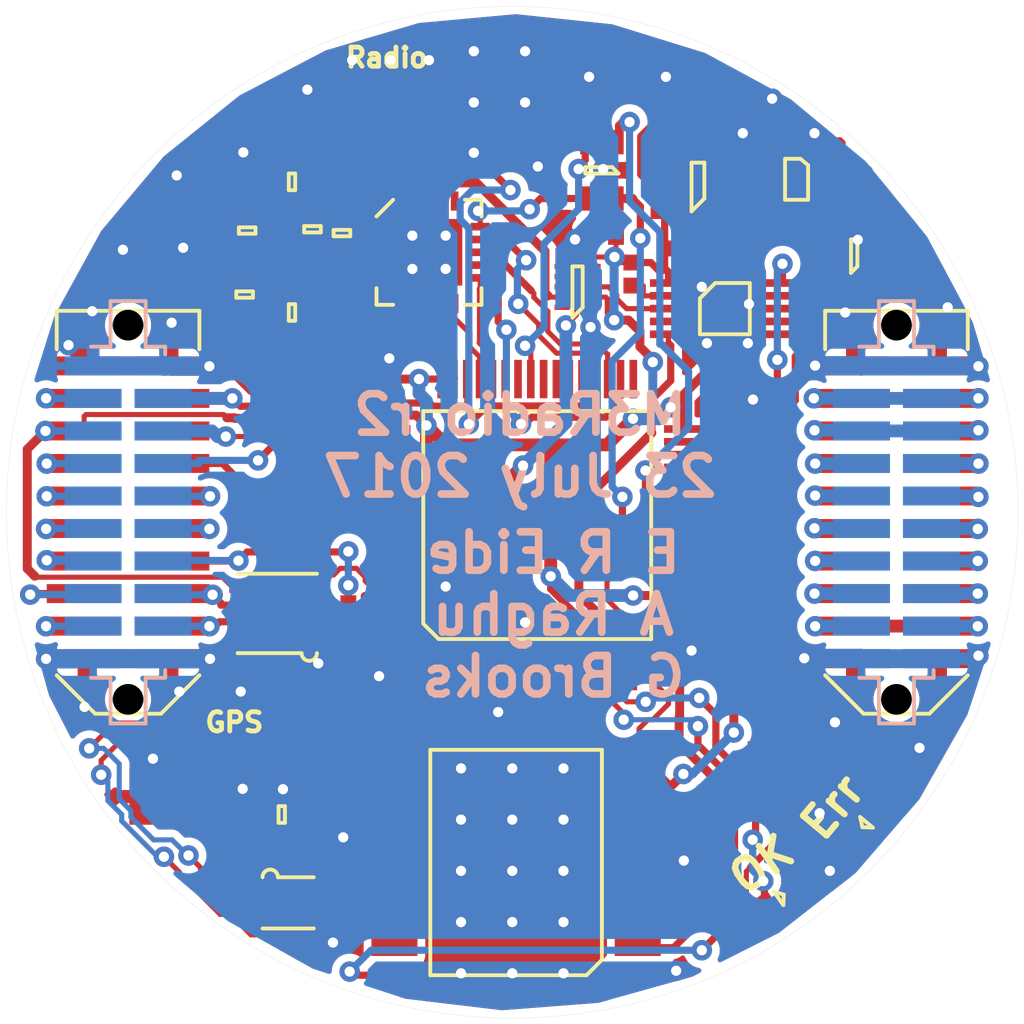
<source format=kicad_pcb>
(kicad_pcb (version 20170123) (host pcbnew no-vcs-found-d3b382c~59~ubuntu16.04.1)
  (title_block (title "M3 Radio board layout") (date "8 feb 2016") (rev "Rev 1") (company "Cambridge University Spaceflight") (comment 1 "G Brooks") (comment 2 "A Raghu") (comment 3 "E R Eide") (comment 4 "Drawn by: "))
  (layers (0 F.Cu signal) (31 B.Cu signal) (34 B.Paste user) (35 F.Paste user) (36 B.SilkS user) (37 F.SilkS user) (38 B.Mask user) (39 F.Mask user) (44 Edge.Cuts user))
  (net 0 "")
  (net 1 GND)
  (net 2 3v3)
  (net 3 "Net-(C110-Pad1)")
  (net 4 "Net-(C111-Pad1)")
  (net 5 /5v_CAN)
  (net 6 "Net-(D101-Pad2)")
  (net 7 "Net-(D102-Pad2)")
  (net 8 /LED_RED)
  (net 9 /LED_GRN)
  (net 10 /Radio/Radio_nSEL)
  (net 11 /JTMS)
  (net 12 /JTCK)
  (net 13 /JTDI)
  (net 14 /JTDO)
  (net 15 /CAN_RXD)
  (net 16 /CAN_TXD)
  (net 17 /CAN-)
  (net 18 /CAN+)
  (net 19 /3v3_IMU)
  (net 20 /3v3_FC)
  (net 21 /3v3_PYRO)
  (net 22 /JTDR)
  (net 23 /3v3_DL)
  (net 24 /RSVD1)
  (net 25 /3v3_AUX1)
  (net 26 /3v3_AUX2)
  (net 27 /RSVD2)
  (net 28 /PYRO_SO)
  (net 29 /PYRO_SI)
  (net 30 /5v_RADIO)
  (net 31 /PYRO1)
  (net 32 /5v_IMU)
  (net 33 /PYRO2)
  (net 34 /5v_AUX1)
  (net 35 /PYRO3)
  (net 36 /5v_AUX2)
  (net 37 /PYRO4)
  (net 38 /5v_CAM)
  (net 39 /PWR)
  (net 40 /CHARGE)
  (net 41 /Radio/RXp)
  (net 42 /Radio/RXn)
  (net 43 /Radio/TX_pin)
  (net 44 "Net-(C204-Pad2)")
  (net 45 "Net-(C205-Pad2)")
  (net 46 "Net-(C207-Pad1)")
  (net 47 "Net-(C208-Pad1)")
  (net 48 "Net-(C1-Pad2)")
  (net 49 "Net-(C2-Pad1)")
  (net 50 "Net-(C3-Pad2)")
  (net 51 "Net-(C5-Pad1)")
  (net 52 "Net-(C5-Pad2)")
  (net 53 "Net-(D1-Pad1)")
  (net 54 "Net-(IC1-Pad2)")
  (net 55 /GPS_RX)
  (net 56 /GPS_TX)
  (net 57 /GPS_RESET_N)
  (net 58 "Net-(L1-Pad1)")
  (net 59 "Net-(L2-Pad1)")
  (net 60 1v8)
  (net 61 /ANT_~FLAG)
  (net 62 /ANT_~EN)
  (net 63 "Net-(IC2-Pad4)")
  (net 64 "Net-(IC3-Pad3)")
  (net 65 /GPS_TIM1)
  (net 66 /PLL_SCL)
  (net 67 /PLL_SDA)
  (net 68 /STM_HSE)
  (net 69 /GPS_PPS)
  (net 70 /Radio_GATE)
  (net 71 /Radio_nSEL)
  (net 72 /Radio_CLK)
  (net 73 /Radio_SCLK)
  (net 74 /Radio_SDO)
  (net 75 /Radio_SDI)
  (net 76 /Radio_SDN)
  (net 77 /Radio_nIRQ)
  (net 78 /Radio_GPIO1)
  (net 79 "Net-(IC2-Pad1)")
  (net 80 "Net-(IC3-Pad4)")
  (net 81 "Net-(IC3-Pad6)")
  (net 82 "Net-(IC4-Pad4)")
  (net 83 "Net-(IC4-Pad5)")
  (net 84 "Net-(IC4-Pad10)")
  (net 85 "Net-(IC5-Pad5)")
  (net 86 "Net-(IC5-Pad13)")
  (net 87 "Net-(IC5-Pad15)")
  (net 88 "Net-(IC5-Pad16)")
  (net 89 "Net-(IC5-Pad17)")
  (net 90 "Net-(IC101-Pad2)")
  (net 91 "Net-(IC101-Pad6)")
  (net 92 "Net-(IC101-Pad7)")
  (net 93 "Net-(IC101-Pad8)")
  (net 94 "Net-(IC101-Pad9)")
  (net 95 "Net-(IC101-Pad10)")
  (net 96 "Net-(IC101-Pad11)")
  (net 97 "Net-(IC101-Pad23)")
  (net 98 "Net-(IC101-Pad24)")
  (net 99 "Net-(IC101-Pad25)")
  (net 100 "Net-(IC101-Pad26)")
  (net 101 "Net-(IC101-Pad27)")
  (net 102 "Net-(IC101-Pad28)")
  (net 103 "Net-(IC101-Pad33)")
  (net 104 "Net-(IC101-Pad38)")
  (net 105 "Net-(IC101-Pad39)")
  (net 106 "Net-(IC101-Pad40)")
  (net 107 "Net-(IC101-Pad42)")
  (net 108 "Net-(IC101-Pad43)")
  (net 109 "Net-(IC101-Pad51)")
  (net 110 "Net-(IC101-Pad52)")
  (net 111 "Net-(IC101-Pad53)")
  (net 112 "Net-(IC101-Pad54)")
  (net 113 "Net-(IC101-Pad56)")
  (net 114 "Net-(IC101-Pad57)")
  (net 115 "Net-(IC101-Pad58)")
  (net 116 "Net-(IC101-Pad59)")
  (net 117 "Net-(IC201-Pad5)")
  (net 118 "Net-(IC201-Pad7)")
  (net 119 "Net-(IC201-Pad9)")
  (net 120 "Net-(IC201-Pad16)")
  (net 121 "Net-(IC201-Pad19)")
  (net 122 "Net-(IC201-Pad20)")
  (net 123 "Net-(U1-Pad2)")
  (net 124 "Net-(Y1-Pad1)")
  (module agg:LQFP-64 (layer F.Cu) (at 100.975 100.5 90)
    (fp_text reference IC101)
    (fp_text value STM32F405RxTx)
    (pad 1 smd rect (at -5.7 -3.75 90) (size 1.5 0.3) (layers F.Cu F.Paste F.Mask) (net 2 3v3))
    (pad 2 smd rect (at -5.7 -3.25 90) (size 1.5 0.3) (layers F.Cu F.Paste F.Mask) (net 90 "Net-(IC101-Pad2)"))
    (pad 3 smd rect (at -5.7 -2.75 90) (size 1.5 0.3) (layers F.Cu F.Paste F.Mask) (net 61 /ANT_~FLAG))
    (pad 4 smd rect (at -5.7 -2.25 90) (size 1.5 0.3) (layers F.Cu F.Paste F.Mask) (net 62 /ANT_~EN))
    (pad 5 smd rect (at -5.7 -1.75 90) (size 1.5 0.3) (layers F.Cu F.Paste F.Mask) (net 68 /STM_HSE))
    (pad 6 smd rect (at -5.7 -1.25 90) (size 1.5 0.3) (layers F.Cu F.Paste F.Mask) (net 91 "Net-(IC101-Pad6)"))
    (pad 7 smd rect (at -5.7 -0.75 90) (size 1.5 0.3) (layers F.Cu F.Paste F.Mask) (net 92 "Net-(IC101-Pad7)"))
    (pad 8 smd rect (at -5.7 -0.25 90) (size 1.5 0.3) (layers F.Cu F.Paste F.Mask) (net 93 "Net-(IC101-Pad8)"))
    (pad 9 smd rect (at -5.7 0.25 90) (size 1.5 0.3) (layers F.Cu F.Paste F.Mask) (net 94 "Net-(IC101-Pad9)"))
    (pad 10 smd rect (at -5.7 0.75 90) (size 1.5 0.3) (layers F.Cu F.Paste F.Mask) (net 95 "Net-(IC101-Pad10)"))
    (pad 11 smd rect (at -5.7 1.25 90) (size 1.5 0.3) (layers F.Cu F.Paste F.Mask) (net 96 "Net-(IC101-Pad11)"))
    (pad 12 smd rect (at -5.7 1.75 90) (size 1.5 0.3) (layers F.Cu F.Paste F.Mask) (net 1 GND))
    (pad 13 smd rect (at -5.7 2.25 90) (size 1.5 0.3) (layers F.Cu F.Paste F.Mask) (net 2 3v3))
    (pad 14 smd rect (at -5.7 2.75 90) (size 1.5 0.3) (layers F.Cu F.Paste F.Mask) (net 55 /GPS_RX))
    (pad 15 smd rect (at -5.7 3.25 90) (size 1.5 0.3) (layers F.Cu F.Paste F.Mask) (net 56 /GPS_TX))
    (pad 16 smd rect (at -5.7 3.75 90) (size 1.5 0.3) (layers F.Cu F.Paste F.Mask) (net 57 /GPS_RESET_N))
    (pad 17 smd rect (at -3.75 5.7 90) (size 0.3 1.5) (layers F.Cu F.Paste F.Mask) (net 71 /Radio_nSEL))
    (pad 18 smd rect (at -3.25 5.7 90) (size 0.3 1.5) (layers F.Cu F.Paste F.Mask) (net 1 GND))
    (pad 19 smd rect (at -2.75 5.7 90) (size 0.3 1.5) (layers F.Cu F.Paste F.Mask) (net 2 3v3))
    (pad 20 smd rect (at -2.25 5.7 90) (size 0.3 1.5) (layers F.Cu F.Paste F.Mask) (net 9 /LED_GRN))
    (pad 21 smd rect (at -1.75 5.7 90) (size 0.3 1.5) (layers F.Cu F.Paste F.Mask) (net 69 /GPS_PPS))
    (pad 22 smd rect (at -1.25 5.7 90) (size 0.3 1.5) (layers F.Cu F.Paste F.Mask) (net 8 /LED_RED))
    (pad 23 smd rect (at -0.75 5.7 90) (size 0.3 1.5) (layers F.Cu F.Paste F.Mask) (net 97 "Net-(IC101-Pad23)"))
    (pad 24 smd rect (at -0.25 5.7 90) (size 0.3 1.5) (layers F.Cu F.Paste F.Mask) (net 98 "Net-(IC101-Pad24)"))
    (pad 25 smd rect (at 0.25 5.7 90) (size 0.3 1.5) (layers F.Cu F.Paste F.Mask) (net 99 "Net-(IC101-Pad25)"))
    (pad 26 smd rect (at 0.75 5.7 90) (size 0.3 1.5) (layers F.Cu F.Paste F.Mask) (net 100 "Net-(IC101-Pad26)"))
    (pad 27 smd rect (at 1.25 5.7 90) (size 0.3 1.5) (layers F.Cu F.Paste F.Mask) (net 101 "Net-(IC101-Pad27)"))
    (pad 28 smd rect (at 1.75 5.7 90) (size 0.3 1.5) (layers F.Cu F.Paste F.Mask) (net 102 "Net-(IC101-Pad28)"))
    (pad 29 smd rect (at 2.25 5.7 90) (size 0.3 1.5) (layers F.Cu F.Paste F.Mask) (net 66 /PLL_SCL))
    (pad 30 smd rect (at 2.75 5.7 90) (size 0.3 1.5) (layers F.Cu F.Paste F.Mask) (net 67 /PLL_SDA))
    (pad 31 smd rect (at 3.25 5.7 90) (size 0.3 1.5) (layers F.Cu F.Paste F.Mask) (net 4 "Net-(C111-Pad1)"))
    (pad 32 smd rect (at 3.75 5.7 90) (size 0.3 1.5) (layers F.Cu F.Paste F.Mask) (net 2 3v3))
    (pad 33 smd rect (at 5.7 3.75 90) (size 1.5 0.3) (layers F.Cu F.Paste F.Mask) (net 103 "Net-(IC101-Pad33)"))
    (pad 34 smd rect (at 5.7 3.25 90) (size 1.5 0.3) (layers F.Cu F.Paste F.Mask) (net 73 /Radio_SCLK))
    (pad 35 smd rect (at 5.7 2.75 90) (size 1.5 0.3) (layers F.Cu F.Paste F.Mask) (net 74 /Radio_SDO))
    (pad 36 smd rect (at 5.7 2.25 90) (size 1.5 0.3) (layers F.Cu F.Paste F.Mask) (net 75 /Radio_SDI))
    (pad 37 smd rect (at 5.7 1.75 90) (size 1.5 0.3) (layers F.Cu F.Paste F.Mask) (net 76 /Radio_SDN))
    (pad 38 smd rect (at 5.7 1.25 90) (size 1.5 0.3) (layers F.Cu F.Paste F.Mask) (net 104 "Net-(IC101-Pad38)"))
    (pad 39 smd rect (at 5.7 0.75 90) (size 1.5 0.3) (layers F.Cu F.Paste F.Mask) (net 105 "Net-(IC101-Pad39)"))
    (pad 40 smd rect (at 5.7 0.25 90) (size 1.5 0.3) (layers F.Cu F.Paste F.Mask) (net 106 "Net-(IC101-Pad40)"))
    (pad 41 smd rect (at 5.7 -0.25 90) (size 1.5 0.3) (layers F.Cu F.Paste F.Mask) (net 70 /Radio_GATE))
    (pad 42 smd rect (at 5.7 -0.75 90) (size 1.5 0.3) (layers F.Cu F.Paste F.Mask) (net 107 "Net-(IC101-Pad42)"))
    (pad 43 smd rect (at 5.7 -1.25 90) (size 1.5 0.3) (layers F.Cu F.Paste F.Mask) (net 108 "Net-(IC101-Pad43)"))
    (pad 44 smd rect (at 5.7 -1.75 90) (size 1.5 0.3) (layers F.Cu F.Paste F.Mask) (net 77 /Radio_nIRQ))
    (pad 45 smd rect (at 5.7 -2.25 90) (size 1.5 0.3) (layers F.Cu F.Paste F.Mask) (net 78 /Radio_GPIO1))
    (pad 46 smd rect (at 5.7 -2.75 90) (size 1.5 0.3) (layers F.Cu F.Paste F.Mask) (net 11 /JTMS))
    (pad 47 smd rect (at 5.7 -3.25 90) (size 1.5 0.3) (layers F.Cu F.Paste F.Mask) (net 3 "Net-(C110-Pad1)"))
    (pad 48 smd rect (at 5.7 -3.75 90) (size 1.5 0.3) (layers F.Cu F.Paste F.Mask) (net 2 3v3))
    (pad 49 smd rect (at 3.75 -5.7 90) (size 0.3 1.5) (layers F.Cu F.Paste F.Mask) (net 12 /JTCK))
    (pad 50 smd rect (at 3.25 -5.7 90) (size 0.3 1.5) (layers F.Cu F.Paste F.Mask) (net 13 /JTDI))
    (pad 51 smd rect (at 2.75 -5.7 90) (size 0.3 1.5) (layers F.Cu F.Paste F.Mask) (net 109 "Net-(IC101-Pad51)"))
    (pad 52 smd rect (at 2.25 -5.7 90) (size 0.3 1.5) (layers F.Cu F.Paste F.Mask) (net 110 "Net-(IC101-Pad52)"))
    (pad 53 smd rect (at 1.75 -5.7 90) (size 0.3 1.5) (layers F.Cu F.Paste F.Mask) (net 111 "Net-(IC101-Pad53)"))
    (pad 54 smd rect (at 1.25 -5.7 90) (size 0.3 1.5) (layers F.Cu F.Paste F.Mask) (net 112 "Net-(IC101-Pad54)"))
    (pad 55 smd rect (at 0.75 -5.7 90) (size 0.3 1.5) (layers F.Cu F.Paste F.Mask) (net 14 /JTDO))
    (pad 56 smd rect (at 0.25 -5.7 90) (size 0.3 1.5) (layers F.Cu F.Paste F.Mask) (net 113 "Net-(IC101-Pad56)"))
    (pad 57 smd rect (at -0.25 -5.7 90) (size 0.3 1.5) (layers F.Cu F.Paste F.Mask) (net 114 "Net-(IC101-Pad57)"))
    (pad 58 smd rect (at -0.75 -5.7 90) (size 0.3 1.5) (layers F.Cu F.Paste F.Mask) (net 115 "Net-(IC101-Pad58)"))
    (pad 59 smd rect (at -1.25 -5.7 90) (size 0.3 1.5) (layers F.Cu F.Paste F.Mask) (net 116 "Net-(IC101-Pad59)"))
    (pad 60 smd rect (at -1.75 -5.7 90) (size 0.3 1.5) (layers F.Cu F.Paste F.Mask) (net 1 GND))
    (pad 61 smd rect (at -2.25 -5.7 90) (size 0.3 1.5) (layers F.Cu F.Paste F.Mask) (net 15 /CAN_RXD))
    (pad 62 smd rect (at -2.75 -5.7 90) (size 0.3 1.5) (layers F.Cu F.Paste F.Mask) (net 16 /CAN_TXD))
    (pad 63 smd rect (at -3.25 -5.7 90) (size 0.3 1.5) (layers F.Cu F.Paste F.Mask) (net 1 GND))
    (pad 64 smd rect (at -3.75 -5.7 90) (size 0.3 1.5) (layers F.Cu F.Paste F.Mask) (net 2 3v3))
  )
  (module agg:SC-70-6 (layer F.Cu) (at 103.5 86.65 270)
    (fp_text reference IC6)
    (fp_text value SN74LVC1G0832)
    (pad 1 smd rect (at -1.1 -0.65 270) (size 0.95 0.4) (layers F.Cu F.Paste F.Mask) (net 69 /GPS_PPS))
    (pad 2 smd rect (at -1.1 0 270) (size 0.95 0.4) (layers F.Cu F.Paste F.Mask) (net 1 GND))
    (pad 3 smd rect (at -1.1 0.65 270) (size 0.95 0.4) (layers F.Cu F.Paste F.Mask) (net 70 /Radio_GATE))
    (pad 4 smd rect (at 1.1 0.65 270) (size 0.95 0.4) (layers F.Cu F.Paste F.Mask) (net 10 /Radio/Radio_nSEL))
    (pad 5 smd rect (at 1.1 0 270) (size 0.95 0.4) (layers F.Cu F.Paste F.Mask) (net 2 3v3))
    (pad 6 smd rect (at 1.1 -0.65 270) (size 0.95 0.4) (layers F.Cu F.Paste F.Mask) (net 71 /Radio_nSEL))
  )
  (module agg:0402 (layer F.Cu) (at 88.45 89 90)
    (fp_text reference C206)
    (fp_text value 3.3p)
    (pad 1 smd rect (at -0.45 0 90) (size 0.62 0.62) (layers F.Cu F.Paste F.Mask) (net 45 "Net-(C205-Pad2)"))
    (pad 2 smd rect (at 0.45 0 90) (size 0.62 0.62) (layers F.Cu F.Paste F.Mask) (net 1 GND))
  )
  (module agg:0402 (layer F.Cu) (at 113.4 87.025 270)
    (fp_text reference C8)
    (fp_text value 1u)
    (pad 1 smd rect (at -0.45 0 270) (size 0.62 0.62) (layers F.Cu F.Paste F.Mask) (net 1 GND))
    (pad 2 smd rect (at 0.45 0 270) (size 0.62 0.62) (layers F.Cu F.Paste F.Mask) (net 60 1v8))
  )
  (module agg:0402 (layer F.Cu) (at 91.75 113.25 180)
    (fp_text reference C1)
    (fp_text value 100n)
    (pad 1 smd rect (at -0.45 0 180) (size 0.62 0.62) (layers F.Cu F.Paste F.Mask) (net 1 GND))
    (pad 2 smd rect (at 0.45 0 180) (size 0.62 0.62) (layers F.Cu F.Paste F.Mask) (net 48 "Net-(C1-Pad2)"))
  )
  (module M3radio:U.FL-R-SMT-1 (layer F.Cu) (at 87.05 111.1 180)
    (fp_text reference P101)
    (fp_text value COAX)
    (pad 1 smd rect (at 0 1.525 180) (size 1 1.05) (layers F.Cu F.Paste F.Mask) (net 53 "Net-(D1-Pad1)"))
    (pad 2 smd rect (at -1.475 0 180) (size 1.05 2.2) (layers F.Cu F.Paste F.Mask) (net 1 GND))
    (pad 2 smd rect (at 1.475 0 180) (size 1.05 2.2) (layers F.Cu F.Paste F.Mask) (net 1 GND))
  )
  (module agg:0402 (layer F.Cu) (at 108.3 96.15 90)
    (fp_text reference C111)
    (fp_text value 2µ2)
    (pad 1 smd rect (at -0.45 0 90) (size 0.62 0.62) (layers F.Cu F.Paste F.Mask) (net 4 "Net-(C111-Pad1)"))
    (pad 2 smd rect (at 0.45 0 90) (size 0.62 0.62) (layers F.Cu F.Paste F.Mask) (net 1 GND))
  )
  (module agg:0402 (layer F.Cu) (at 106.87 112.11 270)
    (fp_text reference C113)
    (fp_text value 100n)
    (pad 1 smd rect (at -0.45 0 270) (size 0.62 0.62) (layers F.Cu F.Paste F.Mask) (net 2 3v3))
    (pad 2 smd rect (at 0.45 0 270) (size 0.62 0.62) (layers F.Cu F.Paste F.Mask) (net 1 GND))
  )
  (module agg:TFML-110-02-L-D (layer F.Cu) (at 85 100 270)
    (fp_text reference J101)
    (fp_text value "WEST TOP")
    (pad 1 smd rect (at -5.715 1.715 270) (size 0.74 2.92) (layers F.Cu F.Paste F.Mask) (net 1 GND))
    (pad 2 smd rect (at -5.715 -1.715 270) (size 0.74 2.92) (layers F.Cu F.Paste F.Mask) (net 1 GND))
    (pad 3 smd rect (at -4.445 1.715 270) (size 0.74 2.92) (layers F.Cu F.Paste F.Mask) (net 19 /3v3_IMU))
    (pad 4 smd rect (at -4.445 -1.715 270) (size 0.74 2.92) (layers F.Cu F.Paste F.Mask) (net 11 /JTMS))
    (pad 5 smd rect (at -3.175 1.715 270) (size 0.74 2.92) (layers F.Cu F.Paste F.Mask) (net 2 3v3))
    (pad 6 smd rect (at -3.175 -1.715 270) (size 0.74 2.92) (layers F.Cu F.Paste F.Mask) (net 12 /JTCK))
    (pad 7 smd rect (at -1.905 1.715 270) (size 0.74 2.92) (layers F.Cu F.Paste F.Mask) (net 20 /3v3_FC))
    (pad 8 smd rect (at -1.905 -1.715 270) (size 0.74 2.92) (layers F.Cu F.Paste F.Mask) (net 14 /JTDO))
    (pad 9 smd rect (at -0.635 1.715 270) (size 0.74 2.92) (layers F.Cu F.Paste F.Mask) (net 21 /3v3_PYRO))
    (pad 10 smd rect (at -0.635 -1.715 270) (size 0.74 2.92) (layers F.Cu F.Paste F.Mask) (net 22 /JTDR))
    (pad 11 smd rect (at 0.635 1.715 270) (size 0.74 2.92) (layers F.Cu F.Paste F.Mask) (net 23 /3v3_DL))
    (pad 12 smd rect (at 0.635 -1.715 270) (size 0.74 2.92) (layers F.Cu F.Paste F.Mask) (net 24 /RSVD1))
    (pad 13 smd rect (at 1.905 1.715 270) (size 0.74 2.92) (layers F.Cu F.Paste F.Mask) (net 25 /3v3_AUX1))
    (pad 14 smd rect (at 1.905 -1.715 270) (size 0.74 2.92) (layers F.Cu F.Paste F.Mask) (net 5 /5v_CAN))
    (pad 15 smd rect (at 3.175 1.715 270) (size 0.74 2.92) (layers F.Cu F.Paste F.Mask) (net 26 /3v3_AUX2))
    (pad 16 smd rect (at 3.175 -1.715 270) (size 0.74 2.92) (layers F.Cu F.Paste F.Mask) (net 17 /CAN-))
    (pad 17 smd rect (at 4.445 1.715 270) (size 0.74 2.92) (layers F.Cu F.Paste F.Mask) (net 27 /RSVD2))
    (pad 18 smd rect (at 4.445 -1.715 270) (size 0.74 2.92) (layers F.Cu F.Paste F.Mask) (net 18 /CAN+))
    (pad 19 smd rect (at 5.715 1.715 270) (size 0.74 2.92) (layers F.Cu F.Paste F.Mask) (net 1 GND))
    (pad 20 smd rect (at 5.715 -1.715 270) (size 0.74 2.92) (layers F.Cu F.Paste F.Mask) (net 1 GND))
  )
  (module agg:0402 (layer F.Cu) (at 108.3 106 90)
    (fp_text reference C103)
    (fp_text value 4µ7)
    (pad 1 smd rect (at -0.45 0 90) (size 0.62 0.62) (layers F.Cu F.Paste F.Mask) (net 1 GND))
    (pad 2 smd rect (at 0.45 0 90) (size 0.62 0.62) (layers F.Cu F.Paste F.Mask) (net 2 3v3))
  )
  (module agg:0402 (layer F.Cu) (at 108.75 94.45 180)
    (fp_text reference C104)
    (fp_text value 100n)
    (pad 1 smd rect (at -0.45 0 180) (size 0.62 0.62) (layers F.Cu F.Paste F.Mask) (net 1 GND))
    (pad 2 smd rect (at 0.45 0 180) (size 0.62 0.62) (layers F.Cu F.Paste F.Mask) (net 2 3v3))
  )
  (module agg:0402 (layer F.Cu) (at 93.6 106.2 90)
    (fp_text reference C105)
    (fp_text value 100n)
    (pad 1 smd rect (at -0.45 0 90) (size 0.62 0.62) (layers F.Cu F.Paste F.Mask) (net 1 GND))
    (pad 2 smd rect (at 0.45 0 90) (size 0.62 0.62) (layers F.Cu F.Paste F.Mask) (net 2 3v3))
  )
  (module agg:0402 (layer F.Cu) (at 100.7 107.8)
    (fp_text reference C106)
    (fp_text value 1u)
    (pad 1 smd rect (at -0.45 0) (size 0.62 0.62) (layers F.Cu F.Paste F.Mask) (net 1 GND))
    (pad 2 smd rect (at 0.45 0) (size 0.62 0.62) (layers F.Cu F.Paste F.Mask) (net 2 3v3))
  )
  (module agg:0402 (layer F.Cu) (at 108.3 104 90)
    (fp_text reference C107)
    (fp_text value 100n)
    (pad 1 smd rect (at -0.45 0 90) (size 0.62 0.62) (layers F.Cu F.Paste F.Mask) (net 1 GND))
    (pad 2 smd rect (at 0.45 0 90) (size 0.62 0.62) (layers F.Cu F.Paste F.Mask) (net 2 3v3))
  )
  (module agg:0402 (layer F.Cu) (at 102.8 107.8)
    (fp_text reference C108)
    (fp_text value 100n)
    (pad 1 smd rect (at -0.45 0) (size 0.62 0.62) (layers F.Cu F.Paste F.Mask) (net 1 GND))
    (pad 2 smd rect (at 0.45 0) (size 0.62 0.62) (layers F.Cu F.Paste F.Mask) (net 2 3v3))
  )
  (module agg:0402 (layer F.Cu) (at 94.85 93.15 180)
    (fp_text reference C109)
    (fp_text value 100n)
    (pad 1 smd rect (at -0.45 0 180) (size 0.62 0.62) (layers F.Cu F.Paste F.Mask) (net 1 GND))
    (pad 2 smd rect (at 0.45 0 180) (size 0.62 0.62) (layers F.Cu F.Paste F.Mask) (net 2 3v3))
  )
  (module agg:0402 (layer F.Cu) (at 96.95 93.15 180)
    (fp_text reference C110)
    (fp_text value 2µ2)
    (pad 1 smd rect (at -0.45 0 180) (size 0.62 0.62) (layers F.Cu F.Paste F.Mask) (net 3 "Net-(C110-Pad1)"))
    (pad 2 smd rect (at 0.45 0 180) (size 0.62 0.62) (layers F.Cu F.Paste F.Mask) (net 1 GND))
  )
  (module agg:0402 (layer F.Cu) (at 93.6 104 270)
    (fp_text reference C112)
    (fp_text value 100n)
    (pad 1 smd rect (at -0.45 0 270) (size 0.62 0.62) (layers F.Cu F.Paste F.Mask) (net 5 /5v_CAN))
    (pad 2 smd rect (at 0.45 0 270) (size 0.62 0.62) (layers F.Cu F.Paste F.Mask) (net 1 GND))
  )
  (module agg:0603-LED (layer F.Cu) (at 113.75 112.2 50)
    (fp_text reference D101)
    (fp_text value RED)
    (pad 1 smd rect (at -0.8 0 50) (size 0.95 1) (layers F.Cu F.Paste F.Mask) (net 1 GND))
    (pad 2 smd rect (at 0.8 0 50) (size 0.95 1) (layers F.Cu F.Paste F.Mask) (net 6 "Net-(D101-Pad2)"))
  )
  (module agg:0603-LED (layer F.Cu) (at 110.5 115 215)
    (fp_text reference D102)
    (fp_text value GRN)
    (pad 1 smd rect (at -0.8 0 215) (size 0.95 1) (layers F.Cu F.Paste F.Mask) (net 1 GND))
    (pad 2 smd rect (at 0.8 0 215) (size 0.95 1) (layers F.Cu F.Paste F.Mask) (net 7 "Net-(D102-Pad2)"))
  )
  (module agg:DFN-8-EP-MICROCHIP (layer F.Cu) (at 90.825 103.95 180)
    (fp_text reference IC102)
    (fp_text value MCP2562)
    (pad 1 smd rect (at -1.55 -0.975 180) (size 0.65 0.35) (layers F.Cu F.Paste F.Mask) (net 16 /CAN_TXD))
    (pad 2 smd rect (at -1.55 -0.325 180) (size 0.65 0.35) (layers F.Cu F.Paste F.Mask) (net 1 GND))
    (pad 3 smd rect (at -1.55 0.325 180) (size 0.65 0.35) (layers F.Cu F.Paste F.Mask) (net 5 /5v_CAN))
    (pad 4 smd rect (at -1.55 0.975 180) (size 0.65 0.35) (layers F.Cu F.Paste F.Mask) (net 15 /CAN_RXD))
    (pad 5 smd rect (at 1.55 0.975 180) (size 0.65 0.35) (layers F.Cu F.Paste F.Mask) (net 2 3v3))
    (pad 6 smd rect (at 1.55 0.325 180) (size 0.65 0.35) (layers F.Cu F.Paste F.Mask) (net 17 /CAN-))
    (pad 7 smd rect (at 1.55 -0.325 180) (size 0.65 0.35) (layers F.Cu F.Paste F.Mask) (net 18 /CAN+))
    (pad 8 smd rect (at 1.55 -0.975 180) (size 0.65 0.35) (layers F.Cu F.Paste F.Mask) (net 1 GND))
    (pad EP smd rect (at 0 -0.6 180) (size 0.8 0.8) (layers F.Cu F.Mask) (net 1 GND))
    (pad EP smd rect (at 0 0.6 180) (size 0.8 0.8) (layers F.Cu F.Mask) (net 1 GND))
    (pad EP smd rect (at 0 -0.6 180) (size 0.8 0.8) (layers F.Cu F.Paste) (net 1 GND))
    (pad EP smd rect (at 0 0.6 180) (size 0.8 0.8) (layers F.Cu F.Paste) (net 1 GND))
    (pad EP smd rect (at 0 0 180) (size 1.55 2.4) (layers F.Cu) (net 1 GND))
  )
  (module agg:QFN-20-EP-SI (layer F.Cu) (at 96.75 89.85)
    (fp_text reference IC201)
    (fp_text value Si4460)
    (pad 1 smd rect (at -2 -1) (size 0.75 0.3) (layers F.Cu F.Paste F.Mask) (net 76 /Radio_SDN))
    (pad 2 smd rect (at -2 -0.5) (size 0.75 0.3) (layers F.Cu F.Paste F.Mask) (net 41 /Radio/RXp))
    (pad 3 smd rect (at -2 0) (size 0.75 0.3) (layers F.Cu F.Paste F.Mask) (net 42 /Radio/RXn))
    (pad 4 smd rect (at -2 0.5) (size 0.75 0.3) (layers F.Cu F.Paste F.Mask) (net 43 /Radio/TX_pin))
    (pad 5 smd rect (at -2 1) (size 0.75 0.3) (layers F.Cu F.Paste F.Mask) (net 117 "Net-(IC201-Pad5)"))
    (pad 6 smd rect (at -1 2) (size 0.3 0.75) (layers F.Cu F.Paste F.Mask) (net 2 3v3))
    (pad 7 smd rect (at -0.5 2) (size 0.3 0.75) (layers F.Cu F.Paste F.Mask) (net 118 "Net-(IC201-Pad7)"))
    (pad 8 smd rect (at 0 2) (size 0.3 0.75) (layers F.Cu F.Paste F.Mask) (net 2 3v3))
    (pad 9 smd rect (at 0.5 2) (size 0.3 0.75) (layers F.Cu F.Paste F.Mask) (net 119 "Net-(IC201-Pad9)"))
    (pad 10 smd rect (at 1 2) (size 0.3 0.75) (layers F.Cu F.Paste F.Mask) (net 78 /Radio_GPIO1))
    (pad 11 smd rect (at 2 1) (size 0.75 0.3) (layers F.Cu F.Paste F.Mask) (net 77 /Radio_nIRQ))
    (pad 12 smd rect (at 2 0.5) (size 0.75 0.3) (layers F.Cu F.Paste F.Mask) (net 73 /Radio_SCLK))
    (pad 13 smd rect (at 2 0) (size 0.75 0.3) (layers F.Cu F.Paste F.Mask) (net 74 /Radio_SDO))
    (pad 14 smd rect (at 2 -0.5) (size 0.75 0.3) (layers F.Cu F.Paste F.Mask) (net 75 /Radio_SDI))
    (pad 15 smd rect (at 2 -1) (size 0.75 0.3) (layers F.Cu F.Paste F.Mask) (net 10 /Radio/Radio_nSEL))
    (pad 16 smd rect (at 1 -2) (size 0.3 0.75) (layers F.Cu F.Paste F.Mask) (net 120 "Net-(IC201-Pad16)"))
    (pad 17 smd rect (at 0.5 -2) (size 0.3 0.75) (layers F.Cu F.Paste F.Mask) (net 72 /Radio_CLK))
    (pad 18 smd rect (at 0 -2) (size 0.3 0.75) (layers F.Cu F.Paste F.Mask) (net 1 GND))
    (pad 19 smd rect (at -0.5 -2) (size 0.3 0.75) (layers F.Cu F.Paste F.Mask) (net 121 "Net-(IC201-Pad19)"))
    (pad 20 smd rect (at -1 -2) (size 0.3 0.75) (layers F.Cu F.Paste F.Mask) (net 122 "Net-(IC201-Pad20)"))
    (pad EP smd rect (at -0.65 -0.65) (size 1.1 1.1) (layers F.Cu F.Paste) (net 1 GND))
    (pad EP smd rect (at -0.65 0.65) (size 1.1 1.1) (layers F.Cu F.Paste) (net 1 GND))
    (pad EP smd rect (at 0.65 -0.65) (size 1.1 1.1) (layers F.Cu F.Paste) (net 1 GND))
    (pad EP smd rect (at 0.65 0.65) (size 1.1 1.1) (layers F.Cu F.Paste) (net 1 GND))
    (pad EP smd rect (at 0 0) (size 2.6 2.6) (layers F.Cu F.Mask) (net 1 GND))
  )
  (module agg:SFML-110-02-L-D-LC (layer B.Cu) (at 85 100 270)
    (fp_text reference J102)
    (fp_text value "WEST BOT")
    (pad 1 smd rect (at -5.715 1.365 270) (size 0.74 2.22) (layers B.Cu B.Paste B.Mask) (net 1 GND))
    (pad 2 smd rect (at -5.715 -1.365 270) (size 0.74 2.22) (layers B.Cu B.Paste B.Mask) (net 1 GND))
    (pad 3 smd rect (at -4.445 1.365 270) (size 0.74 2.22) (layers B.Cu B.Paste B.Mask) (net 19 /3v3_IMU))
    (pad 4 smd rect (at -4.445 -1.365 270) (size 0.74 2.22) (layers B.Cu B.Paste B.Mask) (net 11 /JTMS))
    (pad 5 smd rect (at -3.175 1.365 270) (size 0.74 2.22) (layers B.Cu B.Paste B.Mask) (net 2 3v3))
    (pad 6 smd rect (at -3.175 -1.365 270) (size 0.74 2.22) (layers B.Cu B.Paste B.Mask) (net 12 /JTCK))
    (pad 7 smd rect (at -1.905 1.365 270) (size 0.74 2.22) (layers B.Cu B.Paste B.Mask) (net 20 /3v3_FC))
    (pad 8 smd rect (at -1.905 -1.365 270) (size 0.74 2.22) (layers B.Cu B.Paste B.Mask) (net 13 /JTDI))
    (pad 9 smd rect (at -0.635 1.365 270) (size 0.74 2.22) (layers B.Cu B.Paste B.Mask) (net 21 /3v3_PYRO))
    (pad 10 smd rect (at -0.635 -1.365 270) (size 0.74 2.22) (layers B.Cu B.Paste B.Mask) (net 22 /JTDR))
    (pad 11 smd rect (at 0.635 1.365 270) (size 0.74 2.22) (layers B.Cu B.Paste B.Mask) (net 23 /3v3_DL))
    (pad 12 smd rect (at 0.635 -1.365 270) (size 0.74 2.22) (layers B.Cu B.Paste B.Mask) (net 24 /RSVD1))
    (pad 13 smd rect (at 1.905 1.365 270) (size 0.74 2.22) (layers B.Cu B.Paste B.Mask) (net 25 /3v3_AUX1))
    (pad 14 smd rect (at 1.905 -1.365 270) (size 0.74 2.22) (layers B.Cu B.Paste B.Mask) (net 5 /5v_CAN))
    (pad 15 smd rect (at 3.175 1.365 270) (size 0.74 2.22) (layers B.Cu B.Paste B.Mask) (net 26 /3v3_AUX2))
    (pad 16 smd rect (at 3.175 -1.365 270) (size 0.74 2.22) (layers B.Cu B.Paste B.Mask) (net 17 /CAN-))
    (pad 17 smd rect (at 4.445 1.365 270) (size 0.74 2.22) (layers B.Cu B.Paste B.Mask) (net 27 /RSVD2))
    (pad 18 smd rect (at 4.445 -1.365 270) (size 0.74 2.22) (layers B.Cu B.Paste B.Mask) (net 18 /CAN+))
    (pad 19 smd rect (at 5.715 1.365 270) (size 0.74 2.22) (layers B.Cu B.Paste B.Mask) (net 1 GND))
    (pad 20 smd rect (at 5.715 -1.365 270) (size 0.74 2.22) (layers B.Cu B.Paste B.Mask) (net 1 GND))
    (pad "" np_thru_hole circle (at 7.305 0 270) (size 1.2 1.2) (drill 1.2) (layers *.Mask))
    (pad "" np_thru_hole circle (at -7.305 0 270) (size 1.2 1.2) (drill 1.2) (layers *.Mask))
  )
  (module agg:TFML-110-02-L-D (layer F.Cu) (at 115 100 270)
    (fp_text reference J103)
    (fp_text value "EAST TOP")
    (pad 1 smd rect (at -5.715 1.715 270) (size 0.74 2.92) (layers F.Cu F.Paste F.Mask) (net 1 GND))
    (pad 2 smd rect (at -5.715 -1.715 270) (size 0.74 2.92) (layers F.Cu F.Paste F.Mask) (net 1 GND))
    (pad 3 smd rect (at -4.445 1.715 270) (size 0.74 2.92) (layers F.Cu F.Paste F.Mask) (net 28 /PYRO_SO))
    (pad 4 smd rect (at -4.445 -1.715 270) (size 0.74 2.92) (layers F.Cu F.Paste F.Mask) (net 28 /PYRO_SO))
    (pad 5 smd rect (at -3.175 1.715 270) (size 0.74 2.92) (layers F.Cu F.Paste F.Mask) (net 29 /PYRO_SI))
    (pad 6 smd rect (at -3.175 -1.715 270) (size 0.74 2.92) (layers F.Cu F.Paste F.Mask) (net 29 /PYRO_SI))
    (pad 7 smd rect (at -1.905 1.715 270) (size 0.74 2.92) (layers F.Cu F.Paste F.Mask) (net 30 /5v_RADIO))
    (pad 8 smd rect (at -1.905 -1.715 270) (size 0.74 2.92) (layers F.Cu F.Paste F.Mask) (net 31 /PYRO1))
    (pad 9 smd rect (at -0.635 1.715 270) (size 0.74 2.92) (layers F.Cu F.Paste F.Mask) (net 32 /5v_IMU))
    (pad 10 smd rect (at -0.635 -1.715 270) (size 0.74 2.92) (layers F.Cu F.Paste F.Mask) (net 33 /PYRO2))
    (pad 11 smd rect (at 0.635 1.715 270) (size 0.74 2.92) (layers F.Cu F.Paste F.Mask) (net 34 /5v_AUX1))
    (pad 12 smd rect (at 0.635 -1.715 270) (size 0.74 2.92) (layers F.Cu F.Paste F.Mask) (net 35 /PYRO3))
    (pad 13 smd rect (at 1.905 1.715 270) (size 0.74 2.92) (layers F.Cu F.Paste F.Mask) (net 36 /5v_AUX2))
    (pad 14 smd rect (at 1.905 -1.715 270) (size 0.74 2.92) (layers F.Cu F.Paste F.Mask) (net 37 /PYRO4))
    (pad 15 smd rect (at 3.175 1.715 270) (size 0.74 2.92) (layers F.Cu F.Paste F.Mask) (net 38 /5v_CAM))
    (pad 16 smd rect (at 3.175 -1.715 270) (size 0.74 2.92) (layers F.Cu F.Paste F.Mask) (net 39 /PWR))
    (pad 17 smd rect (at 4.445 1.715 270) (size 0.74 2.92) (layers F.Cu F.Paste F.Mask) (net 40 /CHARGE))
    (pad 18 smd rect (at 4.445 -1.715 270) (size 0.74 2.92) (layers F.Cu F.Paste F.Mask) (net 40 /CHARGE))
    (pad 19 smd rect (at 5.715 1.715 270) (size 0.74 2.92) (layers F.Cu F.Paste F.Mask) (net 1 GND))
    (pad 20 smd rect (at 5.715 -1.715 270) (size 0.74 2.92) (layers F.Cu F.Paste F.Mask) (net 1 GND))
  )
  (module agg:SFML-110-02-L-D-LC (layer B.Cu) (at 115 100 270)
    (fp_text reference J104)
    (fp_text value "EAST BOT")
    (pad 1 smd rect (at -5.715 1.365 270) (size 0.74 2.22) (layers B.Cu B.Paste B.Mask) (net 1 GND))
    (pad 2 smd rect (at -5.715 -1.365 270) (size 0.74 2.22) (layers B.Cu B.Paste B.Mask) (net 1 GND))
    (pad 3 smd rect (at -4.445 1.365 270) (size 0.74 2.22) (layers B.Cu B.Paste B.Mask) (net 28 /PYRO_SO))
    (pad 4 smd rect (at -4.445 -1.365 270) (size 0.74 2.22) (layers B.Cu B.Paste B.Mask) (net 28 /PYRO_SO))
    (pad 5 smd rect (at -3.175 1.365 270) (size 0.74 2.22) (layers B.Cu B.Paste B.Mask) (net 29 /PYRO_SI))
    (pad 6 smd rect (at -3.175 -1.365 270) (size 0.74 2.22) (layers B.Cu B.Paste B.Mask) (net 29 /PYRO_SI))
    (pad 7 smd rect (at -1.905 1.365 270) (size 0.74 2.22) (layers B.Cu B.Paste B.Mask) (net 30 /5v_RADIO))
    (pad 8 smd rect (at -1.905 -1.365 270) (size 0.74 2.22) (layers B.Cu B.Paste B.Mask) (net 31 /PYRO1))
    (pad 9 smd rect (at -0.635 1.365 270) (size 0.74 2.22) (layers B.Cu B.Paste B.Mask) (net 32 /5v_IMU))
    (pad 10 smd rect (at -0.635 -1.365 270) (size 0.74 2.22) (layers B.Cu B.Paste B.Mask) (net 33 /PYRO2))
    (pad 11 smd rect (at 0.635 1.365 270) (size 0.74 2.22) (layers B.Cu B.Paste B.Mask) (net 34 /5v_AUX1))
    (pad 12 smd rect (at 0.635 -1.365 270) (size 0.74 2.22) (layers B.Cu B.Paste B.Mask) (net 35 /PYRO3))
    (pad 13 smd rect (at 1.905 1.365 270) (size 0.74 2.22) (layers B.Cu B.Paste B.Mask) (net 36 /5v_AUX2))
    (pad 14 smd rect (at 1.905 -1.365 270) (size 0.74 2.22) (layers B.Cu B.Paste B.Mask) (net 37 /PYRO4))
    (pad 15 smd rect (at 3.175 1.365 270) (size 0.74 2.22) (layers B.Cu B.Paste B.Mask) (net 38 /5v_CAM))
    (pad 16 smd rect (at 3.175 -1.365 270) (size 0.74 2.22) (layers B.Cu B.Paste B.Mask) (net 39 /PWR))
    (pad 17 smd rect (at 4.445 1.365 270) (size 0.74 2.22) (layers B.Cu B.Paste B.Mask) (net 40 /CHARGE))
    (pad 18 smd rect (at 4.445 -1.365 270) (size 0.74 2.22) (layers B.Cu B.Paste B.Mask) (net 40 /CHARGE))
    (pad 19 smd rect (at 5.715 1.365 270) (size 0.74 2.22) (layers B.Cu B.Paste B.Mask) (net 1 GND))
    (pad 20 smd rect (at 5.715 -1.365 270) (size 0.74 2.22) (layers B.Cu B.Paste B.Mask) (net 1 GND))
    (pad "" np_thru_hole circle (at 7.305 0 270) (size 1.2 1.2) (drill 1.2) (layers *.Mask))
    (pad "" np_thru_hole circle (at -7.305 0 270) (size 1.2 1.2) (drill 1.2) (layers *.Mask))
  )
  (module agg:0402 (layer F.Cu) (at 110.9 109.7 270)
    (fp_text reference R102)
    (fp_text value 100)
    (pad 1 smd rect (at -0.45 0 270) (size 0.62 0.62) (layers F.Cu F.Paste F.Mask) (net 8 /LED_RED))
    (pad 2 smd rect (at 0.45 0 270) (size 0.62 0.62) (layers F.Cu F.Paste F.Mask) (net 6 "Net-(D101-Pad2)"))
  )
  (module agg:0402 (layer F.Cu) (at 109.5 109.7 270)
    (fp_text reference R103)
    (fp_text value 100)
    (pad 1 smd rect (at -0.45 0 270) (size 0.62 0.62) (layers F.Cu F.Paste F.Mask) (net 9 /LED_GRN))
    (pad 2 smd rect (at 0.45 0 270) (size 0.62 0.62) (layers F.Cu F.Paste F.Mask) (net 7 "Net-(D102-Pad2)"))
  )
  (module agg:0402 (layer F.Cu) (at 90.4 94.8 270)
    (fp_text reference C201)
    (fp_text value 100p)
    (pad 1 smd rect (at -0.45 0 270) (size 0.62 0.62) (layers F.Cu F.Paste F.Mask) (net 2 3v3))
    (pad 2 smd rect (at 0.45 0 270) (size 0.62 0.62) (layers F.Cu F.Paste F.Mask) (net 1 GND))
  )
  (module agg:0402 (layer F.Cu) (at 93.2 94.8 270)
    (fp_text reference C202)
    (fp_text value 100n)
    (pad 1 smd rect (at -0.45 0 270) (size 0.62 0.62) (layers F.Cu F.Paste F.Mask) (net 2 3v3))
    (pad 2 smd rect (at 0.45 0 270) (size 0.62 0.62) (layers F.Cu F.Paste F.Mask) (net 1 GND))
  )
  (module agg:0402 (layer F.Cu) (at 91 89.1 270)
    (fp_text reference C203)
    (fp_text value 3p)
    (pad 1 smd rect (at -0.45 0 270) (size 0.62 0.62) (layers F.Cu F.Paste F.Mask) (net 41 /Radio/RXp))
    (pad 2 smd rect (at 0.45 0 270) (size 0.62 0.62) (layers F.Cu F.Paste F.Mask) (net 1 GND))
  )
  (module agg:0402 (layer F.Cu) (at 93.35 91.45 270)
    (fp_text reference C204)
    (fp_text value 36p)
    (pad 1 smd rect (at -0.45 0 270) (size 0.62 0.62) (layers F.Cu F.Paste F.Mask) (net 43 /Radio/TX_pin))
    (pad 2 smd rect (at 0.45 0 270) (size 0.62 0.62) (layers F.Cu F.Paste F.Mask) (net 44 "Net-(C204-Pad2)"))
  )
  (module agg:0402 (layer F.Cu) (at 91.45 90.95 180)
    (fp_text reference C205)
    (fp_text value 1.2p)
    (pad 1 smd rect (at -0.45 0 180) (size 0.62 0.62) (layers F.Cu F.Paste F.Mask) (net 42 /Radio/RXn))
    (pad 2 smd rect (at 0.45 0 180) (size 0.62 0.62) (layers F.Cu F.Paste F.Mask) (net 45 "Net-(C205-Pad2)"))
  )
  (module agg:0402 (layer F.Cu) (at 89.05 87.15 180)
    (fp_text reference C207)
    (fp_text value 10p)
    (pad 1 smd rect (at -0.45 0 180) (size 0.62 0.62) (layers F.Cu F.Paste F.Mask) (net 46 "Net-(C207-Pad1)"))
    (pad 2 smd rect (at 0.45 0 180) (size 0.62 0.62) (layers F.Cu F.Paste F.Mask) (net 1 GND))
  )
  (module agg:0402 (layer F.Cu) (at 90.65 85.35 90)
    (fp_text reference C208)
    (fp_text value 4.7p)
    (pad 1 smd rect (at -0.45 0 90) (size 0.62 0.62) (layers F.Cu F.Paste F.Mask) (net 47 "Net-(C208-Pad1)"))
    (pad 2 smd rect (at 0.45 0 90) (size 0.62 0.62) (layers F.Cu F.Paste F.Mask) (net 1 GND))
  )
  (module agg:0603-L (layer F.Cu) (at 89.55 91.5 270)
    (fp_text reference L201)
    (fp_text value 120nH)
    (pad 1 smd rect (at -0.7 0 270) (size 0.75 0.9) (layers F.Cu F.Paste F.Mask) (net 2 3v3))
    (pad 2 smd rect (at 0.7 0 270) (size 0.75 0.9) (layers F.Cu F.Paste F.Mask) (net 43 /Radio/TX_pin))
  )
  (module agg:0603-L (layer F.Cu) (at 93.35 89.1 90)
    (fp_text reference L202)
    (fp_text value 18nH)
    (pad 1 smd rect (at -0.7 0 90) (size 0.75 0.9) (layers F.Cu F.Paste F.Mask) (net 42 /Radio/RXn))
    (pad 2 smd rect (at 0.7 0 90) (size 0.75 0.9) (layers F.Cu F.Paste F.Mask) (net 41 /Radio/RXp))
  )
  (module agg:0603-L (layer F.Cu) (at 92.2 88.95 270)
    (fp_text reference L203)
    (fp_text value 22nH)
    (pad 1 smd rect (at -0.7 0 270) (size 0.75 0.9) (layers F.Cu F.Paste F.Mask) (net 41 /Radio/RXp))
    (pad 2 smd rect (at 0.7 0 270) (size 0.75 0.9) (layers F.Cu F.Paste F.Mask) (net 45 "Net-(C205-Pad2)"))
  )
  (module agg:0603-L (layer F.Cu) (at 91.4 92.2 180)
    (fp_text reference L204)
    (fp_text value 6.8nH)
    (pad 1 smd rect (at -0.7 0 180) (size 0.75 0.9) (layers F.Cu F.Paste F.Mask) (net 44 "Net-(C204-Pad2)"))
    (pad 2 smd rect (at 0.7 0 180) (size 0.75 0.9) (layers F.Cu F.Paste F.Mask) (net 45 "Net-(C205-Pad2)"))
  )
  (module agg:0603-L (layer F.Cu) (at 89.65 89 90)
    (fp_text reference L205)
    (fp_text value 6.8nH)
    (pad 1 smd rect (at -0.7 0 90) (size 0.75 0.9) (layers F.Cu F.Paste F.Mask) (net 45 "Net-(C205-Pad2)"))
    (pad 2 smd rect (at 0.7 0 90) (size 0.75 0.9) (layers F.Cu F.Paste F.Mask) (net 46 "Net-(C207-Pad1)"))
  )
  (module agg:0603-L (layer F.Cu) (at 91.4 87.1)
    (fp_text reference L206)
    (fp_text value 6.8nH)
    (pad 1 smd rect (at -0.7 0) (size 0.75 0.9) (layers F.Cu F.Paste F.Mask) (net 46 "Net-(C207-Pad1)"))
    (pad 2 smd rect (at 0.7 0) (size 0.75 0.9) (layers F.Cu F.Paste F.Mask) (net 47 "Net-(C208-Pad1)"))
  )
  (module agg:0402 (layer F.Cu) (at 93.5 114.4 270)
    (fp_text reference C2)
    (fp_text value 1u)
    (pad 1 smd rect (at -0.45 0 270) (size 0.62 0.62) (layers F.Cu F.Paste F.Mask) (net 49 "Net-(C2-Pad1)"))
    (pad 2 smd rect (at 0.45 0 270) (size 0.62 0.62) (layers F.Cu F.Paste F.Mask) (net 1 GND))
  )
  (module agg:0402 (layer F.Cu) (at 89.4 113.35 270)
    (fp_text reference C3)
    (fp_text value 1u)
    (pad 1 smd rect (at -0.45 0 270) (size 0.62 0.62) (layers F.Cu F.Paste F.Mask) (net 1 GND))
    (pad 2 smd rect (at 0.45 0 270) (size 0.62 0.62) (layers F.Cu F.Paste F.Mask) (net 50 "Net-(C3-Pad2)"))
  )
  (module agg:0402 (layer F.Cu) (at 113.725 88.45)
    (fp_text reference C4)
    (fp_text value 100n)
    (pad 1 smd rect (at -0.45 0) (size 0.62 0.62) (layers F.Cu F.Paste F.Mask) (net 60 1v8))
    (pad 2 smd rect (at 0.45 0) (size 0.62 0.62) (layers F.Cu F.Paste F.Mask) (net 1 GND))
  )
  (module agg:0402 (layer F.Cu) (at 108.75 89.7)
    (fp_text reference C5)
    (fp_text value 1n)
    (pad 1 smd rect (at -0.45 0) (size 0.62 0.62) (layers F.Cu F.Paste F.Mask) (net 51 "Net-(C5-Pad1)"))
    (pad 2 smd rect (at 0.45 0) (size 0.62 0.62) (layers F.Cu F.Paste F.Mask) (net 52 "Net-(C5-Pad2)"))
  )
  (module agg:0402 (layer F.Cu) (at 91.8 94.8 270)
    (fp_text reference C6)
    (fp_text value 1u)
    (pad 1 smd rect (at -0.45 0 270) (size 0.62 0.62) (layers F.Cu F.Paste F.Mask) (net 2 3v3))
    (pad 2 smd rect (at 0.45 0 270) (size 0.62 0.62) (layers F.Cu F.Paste F.Mask) (net 1 GND))
  )
  (module agg:0402 (layer F.Cu) (at 90.25 109.85 270)
    (fp_text reference D1)
    (fp_text value ESD_DIODE)
    (pad 1 smd rect (at -0.45 0 270) (size 0.62 0.62) (layers F.Cu F.Paste F.Mask) (net 53 "Net-(D1-Pad1)"))
    (pad 2 smd rect (at 0.45 0 270) (size 0.62 0.62) (layers F.Cu F.Paste F.Mask) (net 1 GND))
  )
  (module agg:0402 (layer F.Cu) (at 91.95 85.35 90)
    (fp_text reference D2)
    (fp_text value ESD_DIODE)
    (pad 1 smd rect (at -0.45 0 90) (size 0.62 0.62) (layers F.Cu F.Paste F.Mask) (net 47 "Net-(C208-Pad1)"))
    (pad 2 smd rect (at 0.45 0 90) (size 0.62 0.62) (layers F.Cu F.Paste F.Mask) (net 1 GND))
  )
  (module agg:DFN-6-EP-ONSEMI (layer F.Cu) (at 91.25 115.25)
    (fp_text reference IC1)
    (fp_text value NCP380)
    (pad 1 smd rect (at -0.915 -0.65) (size 0.47 0.4) (layers F.Cu F.Paste F.Mask) (net 50 "Net-(C3-Pad2)"))
    (pad 2 smd rect (at -0.915 0) (size 0.47 0.4) (layers F.Cu F.Paste F.Mask) (net 54 "Net-(IC1-Pad2)"))
    (pad 3 smd rect (at -0.915 0.65) (size 0.47 0.4) (layers F.Cu F.Paste F.Mask) (net 61 /ANT_~FLAG))
    (pad 4 smd rect (at 0.915 0.65) (size 0.47 0.4) (layers F.Cu F.Paste F.Mask) (net 62 /ANT_~EN))
    (pad 5 smd rect (at 0.915 0) (size 0.47 0.4) (layers F.Cu F.Paste F.Mask) (net 1 GND))
    (pad 6 smd rect (at 0.915 -0.65) (size 0.47 0.4) (layers F.Cu F.Paste F.Mask) (net 49 "Net-(C2-Pad1)"))
    (pad EP smd rect (at 0 -0.35) (size 0.5 0.5) (layers F.Cu F.Paste) (net 1 GND))
    (pad EP smd rect (at 0 0.35) (size 0.5 0.5) (layers F.Cu F.Paste) (net 1 GND))
    (pad EP smd rect (at 0 0) (size 0.95 1.7) (layers F.Cu F.Mask) (net 1 GND))
  )
  (module agg:0402-L (layer F.Cu) (at 91.4 109.6 90)
    (fp_text reference L1)
    (fp_text value 91nH)
    (pad 1 smd rect (at -0.4 0 90) (size 0.52 0.52) (layers F.Cu F.Paste F.Mask) (net 58 "Net-(L1-Pad1)"))
    (pad 2 smd rect (at 0.4 0 90) (size 0.52 0.52) (layers F.Cu F.Paste F.Mask) (net 53 "Net-(D1-Pad1)"))
  )
  (module agg:0402-L (layer F.Cu) (at 92.7 110 180)
    (fp_text reference L2)
    (fp_text value 91nH)
    (pad 1 smd rect (at -0.4 0 180) (size 0.52 0.52) (layers F.Cu F.Paste F.Mask) (net 59 "Net-(L2-Pad1)"))
    (pad 2 smd rect (at 0.4 0 180) (size 0.52 0.52) (layers F.Cu F.Paste F.Mask) (net 58 "Net-(L1-Pad1)"))
  )
  (module agg:0402-L (layer F.Cu) (at 93.1 111.3 90)
    (fp_text reference L3)
    (fp_text value 91nH)
    (pad 1 smd rect (at -0.4 0 90) (size 0.52 0.52) (layers F.Cu F.Paste F.Mask) (net 48 "Net-(C1-Pad2)"))
    (pad 2 smd rect (at 0.4 0 90) (size 0.52 0.52) (layers F.Cu F.Paste F.Mask) (net 59 "Net-(L2-Pad1)"))
  )
  (module agg:0603 (layer F.Cu) (at 91 111.8)
    (fp_text reference R1)
    (fp_text value 10)
    (pad 1 smd rect (at -0.8 0) (size 0.95 1) (layers F.Cu F.Paste F.Mask) (net 50 "Net-(C3-Pad2)"))
    (pad 2 smd rect (at 0.8 0) (size 0.95 1) (layers F.Cu F.Paste F.Mask) (net 48 "Net-(C1-Pad2)"))
  )
  (module agg:0402 (layer F.Cu) (at 88.4 113.35 270)
    (fp_text reference R2)
    (fp_text value 110k)
    (pad 1 smd rect (at -0.45 0 270) (size 0.62 0.62) (layers F.Cu F.Paste F.Mask) (net 1 GND))
    (pad 2 smd rect (at 0.45 0 270) (size 0.62 0.62) (layers F.Cu F.Paste F.Mask) (net 54 "Net-(IC1-Pad2)"))
  )
  (module M3radio:U.FL-R-SMT-1 (layer F.Cu) (at 95.2 84.375)
    (fp_text reference P201)
    (fp_text value COAX)
    (pad 1 smd rect (at 0 1.525) (size 1 1.05) (layers F.Cu F.Paste F.Mask) (net 47 "Net-(C208-Pad1)"))
    (pad 2 smd rect (at -1.475 0) (size 1.05 2.2) (layers F.Cu F.Paste F.Mask) (net 1 GND))
    (pad 2 smd rect (at 1.475 0) (size 1.05 2.2) (layers F.Cu F.Paste F.Mask) (net 1 GND))
  )
  (module agg:0402 (layer F.Cu) (at 115.85 90.25 270)
    (fp_text reference C7)
    (fp_text value 1u)
    (pad 1 smd rect (at -0.45 0 270) (size 0.62 0.62) (layers F.Cu F.Paste F.Mask) (net 1 GND))
    (pad 2 smd rect (at 0.45 0 270) (size 0.62 0.62) (layers F.Cu F.Paste F.Mask) (net 2 3v3))
  )
  (module agg:SC-70-5 (layer F.Cu) (at 113.35 90 180)
    (fp_text reference U1)
    (fp_text value NCP4620)
    (pad 1 smd rect (at -1.1 -0.65 180) (size 0.95 0.4) (layers F.Cu F.Paste F.Mask) (net 2 3v3))
    (pad 2 smd rect (at -1.1 0 180) (size 0.95 0.4) (layers F.Cu F.Paste F.Mask) (net 123 "Net-(U1-Pad2)"))
    (pad 3 smd rect (at -1.1 0.65 180) (size 0.95 0.4) (layers F.Cu F.Paste F.Mask) (net 1 GND))
    (pad 4 smd rect (at 1.1 0.65 180) (size 0.95 0.4) (layers F.Cu F.Paste F.Mask) (net 60 1v8))
    (pad 5 smd rect (at 1.1 -0.65 180) (size 0.95 0.4) (layers F.Cu F.Paste F.Mask) (net 2 3v3))
  )
  (module agg:0402 (layer F.Cu) (at 104.65 90.7 270)
    (fp_text reference C9)
    (fp_text value 100n)
    (pad 1 smd rect (at -0.45 0 270) (size 0.62 0.62) (layers F.Cu F.Paste F.Mask) (net 2 3v3))
    (pad 2 smd rect (at 0.45 0 270) (size 0.62 0.62) (layers F.Cu F.Paste F.Mask) (net 1 GND))
  )
  (module agg:0402 (layer F.Cu) (at 103.6 89.25 180)
    (fp_text reference C10)
    (fp_text value 100n)
    (pad 1 smd rect (at -0.45 0 180) (size 0.62 0.62) (layers F.Cu F.Paste F.Mask) (net 2 3v3))
    (pad 2 smd rect (at 0.45 0 180) (size 0.62 0.62) (layers F.Cu F.Paste F.Mask) (net 1 GND))
  )
  (module agg:0402 (layer F.Cu) (at 106.4 89.7 180)
    (fp_text reference C11)
    (fp_text value 1n)
    (pad 1 smd rect (at -0.45 0 180) (size 0.62 0.62) (layers F.Cu F.Paste F.Mask) (net 1 GND))
    (pad 2 smd rect (at 0.45 0 180) (size 0.62 0.62) (layers F.Cu F.Paste F.Mask) (net 2 3v3))
  )
  (module agg:SOT-23-5 (layer F.Cu) (at 107.25 87.3 180)
    (fp_text reference IC2)
    (fp_text value NC7SZ04)
    (pad 1 smd rect (at -1.3 -0.95 180) (size 1.1 0.6) (layers F.Cu F.Paste F.Mask) (net 79 "Net-(IC2-Pad1)"))
    (pad 2 smd rect (at -1.3 0 180) (size 1.1 0.6) (layers F.Cu F.Paste F.Mask) (net 51 "Net-(C5-Pad1)"))
    (pad 3 smd rect (at -1.3 0.95 180) (size 1.1 0.6) (layers F.Cu F.Paste F.Mask) (net 1 GND))
    (pad 4 smd rect (at 1.3 0.95 180) (size 1.1 0.6) (layers F.Cu F.Paste F.Mask) (net 63 "Net-(IC2-Pad4)"))
    (pad 5 smd rect (at 1.3 -0.95 180) (size 1.1 0.6) (layers F.Cu F.Paste F.Mask) (net 2 3v3))
  )
  (module agg:MSOP-10 (layer F.Cu) (at 108.3 92.05)
    (fp_text reference IC3)
    (fp_text value CS2100-CP)
    (pad 1 smd rect (at -2.2 -1) (size 1.45 0.3) (layers F.Cu F.Paste F.Mask) (net 2 3v3))
    (pad 2 smd rect (at -2.2 -0.5) (size 1.45 0.3) (layers F.Cu F.Paste F.Mask) (net 1 GND))
    (pad 3 smd rect (at -2.2 0) (size 1.45 0.3) (layers F.Cu F.Paste F.Mask) (net 64 "Net-(IC3-Pad3)"))
    (pad 4 smd rect (at -2.2 0.5) (size 1.45 0.3) (layers F.Cu F.Paste F.Mask) (net 80 "Net-(IC3-Pad4)"))
    (pad 5 smd rect (at -2.2 1) (size 1.45 0.3) (layers F.Cu F.Paste F.Mask) (net 65 /GPS_TIM1))
    (pad 6 smd rect (at 2.2 1) (size 1.45 0.3) (layers F.Cu F.Paste F.Mask) (net 81 "Net-(IC3-Pad6)"))
    (pad 7 smd rect (at 2.2 0.5) (size 1.45 0.3) (layers F.Cu F.Paste F.Mask) (net 63 "Net-(IC2-Pad4)"))
    (pad 8 smd rect (at 2.2 0) (size 1.45 0.3) (layers F.Cu F.Paste F.Mask) (net 1 GND))
    (pad 9 smd rect (at 2.2 -0.5) (size 1.45 0.3) (layers F.Cu F.Paste F.Mask) (net 66 /PLL_SCL))
    (pad 10 smd rect (at 2.2 -1) (size 1.45 0.3) (layers F.Cu F.Paste F.Mask) (net 67 /PLL_SDA))
  )
  (module agg:DFN-10-SL18860DC (layer F.Cu) (at 102.55 91.2 180)
    (fp_text reference IC4)
    (fp_text value SL18860DC)
    (pad 1 smd rect (at -0.6 -0.8 180) (size 0.6 0.2) (layers F.Cu F.Paste F.Mask) (net 1 GND))
    (pad 2 smd rect (at -0.6 -0.4 180) (size 0.6 0.2) (layers F.Cu F.Paste F.Mask) (net 2 3v3))
    (pad 3 smd rect (at -0.6 0 180) (size 0.6 0.2) (layers F.Cu F.Paste F.Mask) (net 64 "Net-(IC3-Pad3)"))
    (pad 4 smd rect (at -0.6 0.4 180) (size 0.6 0.2) (layers F.Cu F.Paste F.Mask) (net 82 "Net-(IC4-Pad4)"))
    (pad 5 smd rect (at -0.6 0.8 180) (size 0.6 0.2) (layers F.Cu F.Paste F.Mask) (net 83 "Net-(IC4-Pad5)"))
    (pad 6 smd rect (at 0.6 0.8 180) (size 0.6 0.2) (layers F.Cu F.Paste F.Mask) (net 2 3v3))
    (pad 7 smd rect (at 0.6 0.4 180) (size 0.6 0.2) (layers F.Cu F.Paste F.Mask) (net 2 3v3))
    (pad 8 smd rect (at 0.6 0 180) (size 0.6 0.2) (layers F.Cu F.Paste F.Mask) (net 68 /STM_HSE))
    (pad 9 smd rect (at 0.6 -0.4 180) (size 0.6 0.2) (layers F.Cu F.Paste F.Mask) (net 72 /Radio_CLK))
    (pad 10 smd rect (at 0.6 -0.8 180) (size 0.6 0.2) (layers F.Cu F.Paste F.Mask) (net 84 "Net-(IC4-Pad10)"))
  )
  (module agg:MAX-M8Q (layer F.Cu) (at 100.15 113.675 180)
    (fp_text reference IC5)
    (fp_text value MAX_M8Q)
    (pad 1 smd rect (at -4.75 -4.4 180) (size 1.8 0.7) (layers F.Cu F.Paste F.Mask) (net 1 GND))
    (pad 2 smd rect (at -4.75 -3.3 180) (size 1.8 0.7) (layers F.Cu F.Paste F.Mask) (net 56 /GPS_TX))
    (pad 3 smd rect (at -4.75 -2.2 180) (size 1.8 0.7) (layers F.Cu F.Paste F.Mask) (net 55 /GPS_RX))
    (pad 4 smd rect (at -4.75 -1.1 180) (size 1.8 0.7) (layers F.Cu F.Paste F.Mask) (net 65 /GPS_TIM1))
    (pad 5 smd rect (at -4.75 0 180) (size 1.8 0.7) (layers F.Cu F.Paste F.Mask) (net 85 "Net-(IC5-Pad5)"))
    (pad 6 smd rect (at -4.75 1.1 180) (size 1.8 0.7) (layers F.Cu F.Paste F.Mask) (net 2 3v3))
    (pad 7 smd rect (at -4.75 2.2 180) (size 1.8 0.7) (layers F.Cu F.Paste F.Mask) (net 2 3v3))
    (pad 8 smd rect (at -4.75 3.3 180) (size 1.8 0.7) (layers F.Cu F.Paste F.Mask) (net 2 3v3))
    (pad 9 smd rect (at -4.75 4.4 180) (size 1.8 0.7) (layers F.Cu F.Paste F.Mask) (net 57 /GPS_RESET_N))
    (pad 10 smd rect (at 4.75 4.4 180) (size 1.8 0.7) (layers F.Cu F.Paste F.Mask) (net 1 GND))
    (pad 11 smd rect (at 4.75 3.3 180) (size 1.8 0.7) (layers F.Cu F.Paste F.Mask) (net 53 "Net-(D1-Pad1)"))
    (pad 12 smd rect (at 4.75 2.2 180) (size 1.8 0.7) (layers F.Cu F.Paste F.Mask) (net 1 GND))
    (pad 13 smd rect (at 4.75 1.1 180) (size 1.8 0.7) (layers F.Cu F.Paste F.Mask) (net 86 "Net-(IC5-Pad13)"))
    (pad 14 smd rect (at 4.75 0 180) (size 1.8 0.7) (layers F.Cu F.Paste F.Mask) (net 49 "Net-(C2-Pad1)"))
    (pad 15 smd rect (at 4.75 -1.1 180) (size 1.8 0.7) (layers F.Cu F.Paste F.Mask) (net 87 "Net-(IC5-Pad15)"))
    (pad 16 smd rect (at 4.75 -2.2 180) (size 1.8 0.7) (layers F.Cu F.Paste F.Mask) (net 88 "Net-(IC5-Pad16)"))
    (pad 17 smd rect (at 4.75 -3.3 180) (size 1.8 0.7) (layers F.Cu F.Paste F.Mask) (net 89 "Net-(IC5-Pad17)"))
    (pad 18 smd rect (at 4.75 -4.4 180) (size 1.8 0.7) (layers F.Cu F.Paste F.Mask) (net 69 /GPS_PPS))
  )
  (module agg:0402 (layer F.Cu) (at 107.25 84.85 180)
    (fp_text reference R3)
    (fp_text value 1M)
    (pad 1 smd rect (at -0.45 0 180) (size 0.62 0.62) (layers F.Cu F.Paste F.Mask) (net 51 "Net-(C5-Pad1)"))
    (pad 2 smd rect (at 0.45 0 180) (size 0.62 0.62) (layers F.Cu F.Paste F.Mask) (net 63 "Net-(IC2-Pad4)"))
  )
  (module agg:TG-5006CG (layer F.Cu) (at 111.1 87 270)
    (fp_text reference Y1)
    (fp_text value TCXO)
    (pad 1 smd rect (at -0.7 -1.05 270) (size 1 0.8) (layers F.Cu F.Paste F.Mask) (net 124 "Net-(Y1-Pad1)"))
    (pad 4 smd rect (at 0.7 -1.05 270) (size 1 0.8) (layers F.Cu F.Paste F.Mask) (net 60 1v8))
    (pad 2 smd rect (at -0.7 1.05 270) (size 1 0.8) (layers F.Cu F.Paste F.Mask) (net 1 GND))
    (pad 3 smd rect (at 0.7 1.05 270) (size 1 0.8) (layers F.Cu F.Paste F.Mask) (net 52 "Net-(C5-Pad2)"))
  )
  (gr_text "M3Radio r2\n23 July 2017" (at 100.3 97.4) (layer B.SilkS) (effects (font (size 1.5 1.5) (thickness 0.3)) (justify mirror)))
  (gr_circle (center 100 100) (end 119.75 100) (layer Edge.Cuts) (width 0.01))
  (gr_text Err (at 112.5 111.5 50) (layer F.SilkS) (effects (font (size 1.2 1.2) (thickness 0.25))))
  (gr_text OK (at 109.75 113.75 35) (layer F.SilkS) (effects (font (size 1.2 1.2) (thickness 0.25))))
  (gr_text "E R Eide\nA Raghu\nG Brooks" (at 101.6 104) (layer B.SilkS) (effects (font (size 1.5 1.5) (thickness 0.3)) (justify mirror)))
  (gr_text GPS (at 89.15 108.2) (layer F.SilkS) (effects (font (size 0.75 0.75) (thickness 0.1875))))
  (gr_text Radio (at 95.1 82.25) (layer F.SilkS) (effects (font (size 0.75 0.75) (thickness 0.1875))))
  (via (at 102.45 89.35) (size 0.8) (drill 0.4) (layers F.Cu B.Cu) (net 1))
  (segment (start 102.45 90.45) (end 103 91) (width 0.5) (layer B.Cu) (net 1))
  (segment (start 102.45 89.35) (end 102.45 90.45) (width 0.5) (layer B.Cu) (net 1))
  (segment (start 103 91) (end 103 92.1476) (width 0.5) (layer B.Cu) (net 1))
  (segment (start 103 92.1476) (end 103.056697 92.204297) (width 0.5) (layer B.Cu) (net 1))
  (segment (start 103.056697 92.204297) (end 103.056697 92.769982) (width 0.5) (layer B.Cu) (net 1))
  (segment (start 102.45 89.35) (end 102.55 89.25) (width 0.28) (layer F.Cu) (net 1))
  (segment (start 102.55 89.25) (end 103.15 89.25) (width 0.28) (layer F.Cu) (net 1))
  (segment (start 113.960001 86.925) (end 113.960001 86.625001) (width 0.2) (layer F.Cu) (net 1))
  (segment (start 113.960001 86.625001) (end 113.91 86.575) (width 0.2) (layer F.Cu) (net 1))
  (segment (start 113.91 86.575) (end 113.4 86.575) (width 0.2) (layer F.Cu) (net 1))
  (segment (start 114.175 87.139999) (end 113.960001 86.925) (width 0.28) (layer F.Cu) (net 1))
  (segment (start 114.175 88.45) (end 114.175 87.139999) (width 0.28) (layer F.Cu) (net 1))
  (segment (start 113.4 86.575) (end 113.4 86.5) (width 0.28) (layer F.Cu) (net 1))
  (segment (start 112.099999 85.499999) (end 111.8 85.2) (width 0.28) (layer F.Cu) (net 1))
  (segment (start 113.4 86.5) (end 112.875 85.975) (width 0.28) (layer F.Cu) (net 1))
  (segment (start 112.875 85.975) (end 112.875 85.584998) (width 0.28) (layer F.Cu) (net 1))
  (segment (start 112.875 85.584998) (end 112.790001 85.499999) (width 0.28) (layer F.Cu) (net 1))
  (segment (start 112.790001 85.499999) (end 112.099999 85.499999) (width 0.28) (layer F.Cu) (net 1))
  (segment (start 114.175 88.45) (end 114.175 89.075) (width 0.28) (layer F.Cu) (net 1))
  (segment (start 114.175 89.075) (end 114.45 89.35) (width 0.28) (layer F.Cu) (net 1))
  (segment (start 83.3 107.6) (end 84.558994 108.858994) (width 0.5) (layer B.Cu) (net 1))
  (segment (start 84.558994 108.858994) (end 85.208994 108.858994) (width 0.5) (layer B.Cu) (net 1))
  (segment (start 85.208994 108.858994) (end 85.972381 109.622381) (width 0.5) (layer B.Cu) (net 1))
  (segment (start 89.4 107) (end 91.325 107) (width 0.5) (layer F.Cu) (net 1))
  (segment (start 91.325 107) (end 92.425 105.9) (width 0.5) (layer F.Cu) (net 1))
  (via (at 92.425 105.9) (size 0.8) (drill 0.4) (layers F.Cu B.Cu) (net 1))
  (segment (start 93.4 112.691998) (end 93.770001 112.321997) (width 0.5) (layer F.Cu) (net 1))
  (segment (start 92.841998 113.25) (end 93.4 112.691998) (width 0.5) (layer F.Cu) (net 1))
  (via (at 93.4 112.691998) (size 0.8) (drill 0.4) (layers F.Cu B.Cu) (net 1))
  (segment (start 88.297822 109.622381) (end 89.47456 110.799119) (width 0.5) (layer B.Cu) (net 1))
  (segment (start 85.972381 109.622381) (end 88.297822 109.622381) (width 0.5) (layer B.Cu) (net 1))
  (segment (start 93 116.8) (end 93.8 116) (width 0.2) (layer B.Cu) (net 1))
  (segment (start 93.8 116) (end 98 116) (width 0.2) (layer B.Cu) (net 1))
  (segment (start 93.5 114.85) (end 93.5 116.3) (width 0.2) (layer F.Cu) (net 1))
  (segment (start 93.5 116.3) (end 93 116.8) (width 0.2) (layer F.Cu) (net 1))
  (via (at 93 116.8) (size 0.8) (drill 0.4) (layers F.Cu B.Cu) (net 1))
  (segment (start 88.4 112.9) (end 89.4 112.9) (width 0.28) (layer F.Cu) (net 1))
  (segment (start 88.4 112.9) (end 88.4 111.225) (width 0.28) (layer F.Cu) (net 1))
  (segment (start 88.4 111.225) (end 88.525 111.1) (width 0.28) (layer F.Cu) (net 1))
  (segment (start 91.25 115.25) (end 91.25 114.523002) (width 0.35) (layer F.Cu) (net 1))
  (segment (start 91.25 114.523002) (end 92.2 113.573002) (width 0.35) (layer F.Cu) (net 1))
  (segment (start 92.2 113.573002) (end 92.2 113.25) (width 0.35) (layer F.Cu) (net 1))
  (segment (start 118.2 94.3) (end 116.38 94.3) (width 0.7) (layer B.Cu) (net 1))
  (segment (start 116.38 94.3) (end 116.365 94.285) (width 0.5) (layer B.Cu) (net 1))
  (segment (start 116.715 94.285) (end 118.185 94.285) (width 0.7) (layer F.Cu) (net 1))
  (segment (start 118.185 94.285) (end 118.2 94.3) (width 0.5) (layer F.Cu) (net 1))
  (via (at 118.2 94.3) (size 0.8) (drill 0.4) (layers F.Cu B.Cu) (net 1))
  (segment (start 116.715 105.715) (end 118.085 105.715) (width 0.28) (layer F.Cu) (net 1))
  (segment (start 118.085 105.715) (end 118.2 105.6) (width 0.28) (layer F.Cu) (net 1))
  (via (at 118.2 105.6) (size 0.8) (drill 0.4) (layers F.Cu B.Cu) (net 1))
  (segment (start 111.155322 114.541139) (end 111.858861 114.541139) (width 0.28) (layer F.Cu) (net 1))
  (segment (start 111.858861 114.541139) (end 112.4 114) (width 0.28) (layer F.Cu) (net 1))
  (via (at 112.4 114) (size 0.8) (drill 0.4) (layers F.Cu B.Cu) (net 1))
  (segment (start 105.634315 118.1) (end 105.534315 118) (width 0.28) (layer B.Cu) (net 1))
  (segment (start 105.534315 118) (end 102 118) (width 0.28) (layer B.Cu) (net 1))
  (segment (start 106.4 117.9) (end 105.834315 117.9) (width 0.28) (layer B.Cu) (net 1))
  (segment (start 105.834315 117.9) (end 105.634315 118.1) (width 0.28) (layer B.Cu) (net 1))
  (segment (start 104.9 118.075) (end 106.225 118.075) (width 0.28) (layer F.Cu) (net 1))
  (segment (start 106.225 118.075) (end 106.4 117.9) (width 0.28) (layer F.Cu) (net 1))
  (via (at 106.4 117.9) (size 0.8) (drill 0.4) (layers F.Cu B.Cu) (net 1))
  (segment (start 103 83) (end 106 83) (width 0.2) (layer F.Cu) (net 1))
  (via (at 106 83) (size 0.8) (drill 0.4) (layers F.Cu B.Cu) (net 1))
  (segment (start 100.5 82) (end 102 82) (width 0.2) (layer B.Cu) (net 1))
  (segment (start 102 82) (end 103 83) (width 0.2) (layer B.Cu) (net 1))
  (via (at 103 83) (size 0.8) (drill 0.4) (layers F.Cu B.Cu) (net 1))
  (segment (start 100.5 84) (end 100.5 82) (width 0.2) (layer F.Cu) (net 1))
  (via (at 100.5 82) (size 0.8) (drill 0.4) (layers F.Cu B.Cu) (net 1))
  (segment (start 101 86.5) (end 100.5 86) (width 0.2) (layer B.Cu) (net 1))
  (segment (start 100.5 86) (end 100.5 84) (width 0.2) (layer B.Cu) (net 1))
  (via (at 100.5 84) (size 0.8) (drill 0.4) (layers F.Cu B.Cu) (net 1))
  (segment (start 98.5 85.964989) (end 100.464989 85.964989) (width 0.2) (layer F.Cu) (net 1))
  (segment (start 100.464989 85.964989) (end 101 86.5) (width 0.2) (layer F.Cu) (net 1))
  (via (at 101 86.5) (size 0.8) (drill 0.4) (layers F.Cu B.Cu) (net 1))
  (segment (start 98.5 84) (end 98.5 85.964989) (width 0.2) (layer B.Cu) (net 1))
  (via (at 98.5 85.964989) (size 0.8) (drill 0.4) (layers F.Cu B.Cu) (net 1))
  (segment (start 98.5 82) (end 98.5 84) (width 0.2) (layer F.Cu) (net 1))
  (via (at 98.5 84) (size 0.8) (drill 0.4) (layers F.Cu B.Cu) (net 1))
  (segment (start 96.75 82.35) (end 98.15 82.35) (width 0.2) (layer B.Cu) (net 1))
  (segment (start 98.15 82.35) (end 98.5 82) (width 0.2) (layer B.Cu) (net 1))
  (via (at 98.5 82) (size 0.8) (drill 0.4) (layers F.Cu B.Cu) (net 1))
  (segment (start 84.8 89.75) (end 87.075 89.75) (width 0.2) (layer F.Cu) (net 1))
  (segment (start 87.075 89.75) (end 87.15 89.675) (width 0.2) (layer F.Cu) (net 1))
  (via (at 87.15 89.675) (size 0.8) (drill 0.4) (layers F.Cu B.Cu) (net 1))
  (segment (start 86.9 86.85) (end 86.9 87.65) (width 0.2) (layer B.Cu) (net 1))
  (segment (start 86.9 87.65) (end 84.8 89.75) (width 0.2) (layer B.Cu) (net 1))
  (via (at 84.8 89.75) (size 0.8) (drill 0.4) (layers F.Cu B.Cu) (net 1))
  (segment (start 87.85 85.95) (end 87.8 85.95) (width 0.2) (layer F.Cu) (net 1))
  (segment (start 87.8 85.95) (end 86.9 86.85) (width 0.2) (layer F.Cu) (net 1))
  (via (at 86.9 86.85) (size 0.8) (drill 0.4) (layers F.Cu B.Cu) (net 1))
  (segment (start 89.3 84.9) (end 88.25 85.95) (width 0.2) (layer F.Cu) (net 1))
  (segment (start 88.25 85.95) (end 87.85 85.95) (width 0.2) (layer F.Cu) (net 1))
  (via (at 95.25 82.35) (size 0.8) (drill 0.4) (layers F.Cu B.Cu) (net 1))
  (segment (start 99.45 107.8) (end 99.45 106.25) (width 0.5) (layer B.Cu) (net 1))
  (segment (start 99.45 106.25) (end 100.5 105.2) (width 0.5) (layer B.Cu) (net 1))
  (segment (start 100.5 105.2) (end 100.5 104.3) (width 0.5) (layer B.Cu) (net 1))
  (segment (start 102.4 104.8) (end 102 104.4) (width 0.28) (layer F.Cu) (net 1))
  (segment (start 102 104.4) (end 101.91 104.31) (width 0.28) (layer F.Cu) (net 1))
  (segment (start 100.5 104.3) (end 101.9 104.3) (width 0.28) (layer F.Cu) (net 1))
  (segment (start 101.9 104.3) (end 102 104.4) (width 0.28) (layer F.Cu) (net 1))
  (segment (start 117.95 105.715) (end 116.365 105.715) (width 0.5) (layer B.Cu) (net 1))
  (segment (start 110.146231 83.853769) (end 109.828034 83.853769) (width 0.35) (layer F.Cu) (net 1))
  (segment (start 109.174265 83.2) (end 108.4 83.2) (width 0.35) (layer F.Cu) (net 1))
  (segment (start 109.828034 83.853769) (end 109.174265 83.2) (width 0.35) (layer F.Cu) (net 1))
  (segment (start 82.675 93.475) (end 82.675 93.075) (width 0.5) (layer B.Cu) (net 1))
  (segment (start 82.675 93.075) (end 83.6 92.15) (width 0.5) (layer B.Cu) (net 1))
  (segment (start 83.285 94.285) (end 83.285 94.085) (width 0.5) (layer F.Cu) (net 1))
  (segment (start 83.285 94.085) (end 82.675 93.475) (width 0.5) (layer F.Cu) (net 1))
  (via (at 82.675 93.475) (size 0.8) (drill 0.4) (layers F.Cu B.Cu) (net 1))
  (segment (start 104 84) (end 102.5 84) (width 0.5) (layer B.Cu) (net 1))
  (segment (start 105.2 83.8) (end 106 83.8) (width 0.28) (layer B.Cu) (net 1))
  (segment (start 106 83.8) (end 106.8 83) (width 0.28) (layer B.Cu) (net 1))
  (segment (start 105.2 83.8) (end 104.2 83.8) (width 0.28) (layer B.Cu) (net 1))
  (segment (start 104.2 83.8) (end 104 84) (width 0.28) (layer B.Cu) (net 1))
  (segment (start 113.23577 112.812836) (end 113.062836 112.812836) (width 0.28) (layer F.Cu) (net 1))
  (segment (start 113.062836 112.812836) (end 112 111.75) (width 0.28) (layer F.Cu) (net 1))
  (segment (start 110.575 113.175) (end 112 111.75) (width 0.28) (layer B.Cu) (net 1))
  (via (at 112 111.75) (size 0.8) (drill 0.4) (layers F.Cu B.Cu) (net 1))
  (segment (start 111.155322 114.541139) (end 111.155322 114.230322) (width 0.28) (layer F.Cu) (net 1))
  (segment (start 92.375 104.275) (end 93.425 104.275) (width 0.28) (layer F.Cu) (net 1))
  (segment (start 93.425 104.275) (end 93.6 104.45) (width 0.28) (layer F.Cu) (net 1))
  (segment (start 97.9 115.9) (end 98 116) (width 0.28) (layer B.Cu) (net 1))
  (segment (start 88.939999 88.739999) (end 88.75 88.55) (width 0.2) (layer F.Cu) (net 1))
  (segment (start 88.75 88.55) (end 88.45 88.55) (width 0.2) (layer F.Cu) (net 1))
  (segment (start 88.939999 88.883001) (end 88.939999 88.739999) (width 0.2) (layer F.Cu) (net 1))
  (segment (start 89.056998 89) (end 88.939999 88.883001) (width 0.2) (layer F.Cu) (net 1))
  (segment (start 89.2 89) (end 89.056998 89) (width 0.2) (layer F.Cu) (net 1))
  (segment (start 88.606998 88.55) (end 88.45 88.55) (width 0.2) (layer F.Cu) (net 1))
  (segment (start 90.315002 89) (end 89.2 89) (width 0.28) (layer F.Cu) (net 1))
  (segment (start 91 89.55) (end 90.672268 89.55) (width 0.28) (layer F.Cu) (net 1))
  (segment (start 90.400001 89.277733) (end 90.400001 89.084999) (width 0.28) (layer F.Cu) (net 1))
  (segment (start 90.672268 89.55) (end 90.400001 89.277733) (width 0.28) (layer F.Cu) (net 1))
  (segment (start 90.400001 89.084999) (end 90.315002 89) (width 0.28) (layer F.Cu) (net 1))
  (segment (start 103.55 86.6) (end 103.55 84.45) (width 0.28) (layer B.Cu) (net 1))
  (segment (start 103.55 84.45) (end 104 84) (width 0.28) (layer B.Cu) (net 1))
  (segment (start 93.6 106.65) (end 94.55 106.65) (width 0.2) (layer F.Cu) (net 1))
  (segment (start 94.55 106.65) (end 94.8 106.4) (width 0.2) (layer F.Cu) (net 1))
  (via (at 94.8 106.4) (size 0.8) (drill 0.4) (layers F.Cu B.Cu) (net 1))
  (segment (start 89.81 95.25) (end 88.86 94.3) (width 0.35) (layer F.Cu) (net 1))
  (segment (start 90.4 95.25) (end 89.81 95.25) (width 0.28) (layer F.Cu) (net 1))
  (segment (start 88.86 94.3) (end 88.740685 94.3) (width 0.35) (layer F.Cu) (net 1))
  (segment (start 88.740685 94.3) (end 88.175 94.3) (width 0.35) (layer F.Cu) (net 1))
  (segment (start 91.8 95.25) (end 90.4 95.25) (width 0.28) (layer F.Cu) (net 1))
  (segment (start 93.2 95.25) (end 91.8 95.25) (width 0.28) (layer F.Cu) (net 1))
  (segment (start 95.3 93.15) (end 95.3 93.88999) (width 0.2) (layer F.Cu) (net 1))
  (segment (start 95.3 93.88999) (end 95.2 93.98999) (width 0.2) (layer F.Cu) (net 1))
  (via (at 95.2 93.98999) (size 0.8) (drill 0.4) (layers F.Cu B.Cu) (net 1))
  (segment (start 107 105.8) (end 107 105.4) (width 0.2) (layer F.Cu) (net 1))
  (segment (start 107.65 106.45) (end 107 105.8) (width 0.2) (layer F.Cu) (net 1))
  (segment (start 108.3 106.45) (end 107.65 106.45) (width 0.2) (layer F.Cu) (net 1))
  (segment (start 107.2 105) (end 107.2 105.2) (width 0.2) (layer F.Cu) (net 1))
  (segment (start 107.2 105.2) (end 107 105.4) (width 0.2) (layer F.Cu) (net 1))
  (via (at 107 105.4) (size 0.8) (drill 0.4) (layers F.Cu B.Cu) (net 1))
  (segment (start 107.75 104.45) (end 107.2 105) (width 0.2) (layer F.Cu) (net 1))
  (segment (start 107.79 104.45) (end 107.75 104.45) (width 0.2) (layer F.Cu) (net 1))
  (segment (start 115.9 109.2) (end 113.6 109.2) (width 0.5) (layer F.Cu) (net 1))
  (segment (start 113.6 109.2) (end 112.6 108.2) (width 0.5) (layer F.Cu) (net 1))
  (via (at 112.6 108.2) (size 0.8) (drill 0.4) (layers F.Cu B.Cu) (net 1))
  (segment (start 89.4 107) (end 90.6 107) (width 0.5) (layer B.Cu) (net 1))
  (segment (start 90.6 107) (end 91.2 106.4) (width 0.5) (layer B.Cu) (net 1))
  (segment (start 87 107) (end 89.4 107) (width 0.5) (layer F.Cu) (net 1))
  (via (at 89.4 107) (size 0.8) (drill 0.4) (layers F.Cu B.Cu) (net 1))
  (segment (start 103.2 93.47897) (end 103.2 94.2) (width 0.5) (layer B.Cu) (net 1))
  (segment (start 103.056697 92.769982) (end 103.056697 93.335667) (width 0.5) (layer B.Cu) (net 1))
  (segment (start 103.056697 93.335667) (end 103.2 93.47897) (width 0.5) (layer B.Cu) (net 1))
  (segment (start 111.825 94.275) (end 111.825 93.375) (width 0.5) (layer B.Cu) (net 1))
  (segment (start 111.825 93.375) (end 113 92.2) (width 0.5) (layer B.Cu) (net 1))
  (via (at 113 92.2) (size 0.8) (drill 0.4) (layers F.Cu B.Cu) (net 1))
  (segment (start 111.825 94.275) (end 110.5 95.6) (width 0.5) (layer B.Cu) (net 1))
  (segment (start 110.5 95.6) (end 109.4 95.6) (width 0.5) (layer B.Cu) (net 1))
  (segment (start 106.8 83) (end 108.2 83) (width 0.5) (layer F.Cu) (net 1))
  (segment (start 108.2 83) (end 108.4 83.2) (width 0.5) (layer F.Cu) (net 1))
  (segment (start 105.2 82.4) (end 105.2 83.8) (width 0.5) (layer B.Cu) (net 1))
  (segment (start 108.3 95.7) (end 109.3 95.7) (width 0.35) (layer F.Cu) (net 1))
  (segment (start 109.3 95.7) (end 109.4 95.6) (width 0.35) (layer F.Cu) (net 1))
  (via (at 109.4 95.6) (size 0.8) (drill 0.4) (layers F.Cu B.Cu) (net 1))
  (segment (start 107.6 93.4) (end 107.6 91.4) (width 0.35) (layer F.Cu) (net 1))
  (segment (start 107.6 91.4) (end 107.4 91.2) (width 0.35) (layer F.Cu) (net 1))
  (via (at 107.4 91.2) (size 0.8) (drill 0.4) (layers F.Cu B.Cu) (net 1))
  (segment (start 109.2 93.4) (end 107.6 93.4) (width 0.35) (layer B.Cu) (net 1))
  (via (at 107.6 93.4) (size 0.8) (drill 0.4) (layers F.Cu B.Cu) (net 1))
  (segment (start 109.2 94.45) (end 109.2 93.4) (width 0.35) (layer F.Cu) (net 1))
  (via (at 109.2 93.4) (size 0.8) (drill 0.4) (layers F.Cu B.Cu) (net 1))
  (segment (start 108.55 86.35) (end 108.55 85.65) (width 0.2) (layer F.Cu) (net 1))
  (segment (start 108.55 85.65) (end 109 85.2) (width 0.2) (layer F.Cu) (net 1))
  (via (at 109 85.2) (size 0.8) (drill 0.4) (layers F.Cu B.Cu) (net 1))
  (segment (start 114.45 89.35) (end 113.504023 89.35) (width 0.2) (layer F.Cu) (net 1))
  (via (at 113.491821 89.362202) (size 0.8) (drill 0.4) (layers F.Cu B.Cu) (net 1))
  (segment (start 113.504023 89.35) (end 113.491821 89.362202) (width 0.2) (layer F.Cu) (net 1))
  (segment (start 111.8 85.2) (end 111.492462 85.2) (width 0.5) (layer B.Cu) (net 1))
  (segment (start 111.492462 85.2) (end 110.146231 83.853769) (width 0.5) (layer B.Cu) (net 1))
  (via (at 110.146231 83.853769) (size 0.8) (drill 0.4) (layers F.Cu B.Cu) (net 1))
  (via (at 111.8 85.2) (size 0.8) (drill 0.4) (layers F.Cu B.Cu) (net 1))
  (segment (start 89.5 85.95) (end 87.85 85.95) (width 0.5) (layer F.Cu) (net 1))
  (segment (start 87.85 85.95) (end 87.8 85.9) (width 0.5) (layer F.Cu) (net 1))
  (segment (start 89.3 84.9) (end 89.3 85.75) (width 0.5) (layer B.Cu) (net 1))
  (segment (start 89.3 85.75) (end 89.5 85.95) (width 0.5) (layer B.Cu) (net 1))
  (via (at 89.5 85.95) (size 0.8) (drill 0.4) (layers F.Cu B.Cu) (net 1))
  (segment (start 90.65 84.9) (end 89.3 84.9) (width 0.5) (layer F.Cu) (net 1))
  (segment (start 96.75 82.35) (end 98.25 82.35) (width 0.5) (layer B.Cu) (net 1))
  (segment (start 95.25 82.35) (end 96.75 82.35) (width 0.5) (layer F.Cu) (net 1))
  (via (at 96.75 82.35) (size 0.8) (drill 0.4) (layers F.Cu B.Cu) (net 1))
  (segment (start 94.315685 82.35) (end 95.25 82.35) (width 0.5) (layer B.Cu) (net 1))
  (segment (start 93.75 82.35) (end 94.315685 82.35) (width 0.5) (layer B.Cu) (net 1))
  (segment (start 93.725 84.375) (end 93.725 82.375) (width 0.5) (layer F.Cu) (net 1))
  (segment (start 93.725 82.375) (end 93.75 82.35) (width 0.5) (layer F.Cu) (net 1))
  (via (at 93.75 82.35) (size 0.8) (drill 0.4) (layers F.Cu B.Cu) (net 1))
  (segment (start 90.65 84.9) (end 90.65 83.75) (width 0.5) (layer F.Cu) (net 1))
  (segment (start 90.65 83.75) (end 90.7 83.7) (width 0.5) (layer F.Cu) (net 1))
  (segment (start 91.95 84.9) (end 91.95 83.55) (width 0.5) (layer F.Cu) (net 1))
  (segment (start 91.95 83.55) (end 92 83.5) (width 0.5) (layer F.Cu) (net 1))
  (via (at 92 83.5) (size 0.8) (drill 0.4) (layers F.Cu B.Cu) (net 1))
  (segment (start 104.65 91.15) (end 105.1 91.15) (width 0.2) (layer F.Cu) (net 1))
  (segment (start 105.1 91.15) (end 105.114999 91.164999) (width 0.2) (layer F.Cu) (net 1))
  (segment (start 105.114999 91.164999) (end 105.114999 91.489999) (width 0.2) (layer F.Cu) (net 1))
  (segment (start 105.114999 91.489999) (end 105.175 91.55) (width 0.2) (layer F.Cu) (net 1))
  (segment (start 105.175 91.55) (end 106.1 91.55) (width 0.2) (layer F.Cu) (net 1))
  (segment (start 100.25 107.8) (end 99.45 107.8) (width 0.2) (layer F.Cu) (net 1))
  (via (at 99.45 107.8) (size 0.8) (drill 0.4) (layers F.Cu B.Cu) (net 1))
  (segment (start 102.35 107.8) (end 102.35 107.45) (width 0.2) (layer F.Cu) (net 1))
  (segment (start 102.35 107.45) (end 102.725 107.075) (width 0.2) (layer F.Cu) (net 1))
  (segment (start 102.725 107.075) (end 102.725 106.2) (width 0.2) (layer F.Cu) (net 1))
  (segment (start 100.25 107.8) (end 100.25 109.75) (width 0.28) (layer F.Cu) (net 1))
  (segment (start 100.25 109.75) (end 100 110) (width 0.28) (layer F.Cu) (net 1))
  (segment (start 103.15 92) (end 103.15 92.676679) (width 0.2) (layer F.Cu) (net 1))
  (segment (start 103.15 92.676679) (end 103.056697 92.769982) (width 0.2) (layer F.Cu) (net 1))
  (via (at 103.056697 92.769982) (size 0.8) (drill 0.4) (layers F.Cu B.Cu) (net 1))
  (segment (start 96.5 93.15) (end 95.3 93.15) (width 0.35) (layer F.Cu) (net 1))
  (segment (start 91.95 84.9) (end 93.2 84.9) (width 0.28) (layer F.Cu) (net 1))
  (segment (start 93.2 84.9) (end 93.725 84.375) (width 0.28) (layer F.Cu) (net 1))
  (segment (start 90.65 84.9) (end 91.95 84.9) (width 0.28) (layer F.Cu) (net 1))
  (segment (start 107.015002 91.55) (end 107.2 91.365002) (width 0.28) (layer F.Cu) (net 1))
  (segment (start 107.2 91.365002) (end 107.2 90.64) (width 0.28) (layer F.Cu) (net 1))
  (segment (start 107.2 90.64) (end 106.85 90.29) (width 0.28) (layer F.Cu) (net 1))
  (segment (start 110.5 92.05) (end 109.421565 92.05) (width 0.28) (layer F.Cu) (net 1))
  (segment (start 109.421565 92.05) (end 109.24136 91.869795) (width 0.28) (layer F.Cu) (net 1))
  (via (at 109.24136 91.869795) (size 0.8) (drill 0.4) (layers F.Cu B.Cu) (net 1))
  (segment (start 103.5 85.55) (end 103.5 86.55) (width 0.28) (layer F.Cu) (net 1))
  (segment (start 103.5 86.55) (end 103.55 86.6) (width 0.28) (layer F.Cu) (net 1))
  (via (at 103.55 86.6) (size 0.8) (drill 0.4) (layers F.Cu B.Cu) (net 1))
  (segment (start 106.675 103.75) (end 107.543002 103.75) (width 0.2) (layer F.Cu) (net 1))
  (segment (start 107.543002 103.75) (end 107.685001 103.891999) (width 0.2) (layer F.Cu) (net 1))
  (segment (start 107.685001 103.891999) (end 107.685001 104.345001) (width 0.2) (layer F.Cu) (net 1))
  (segment (start 107.685001 104.345001) (end 107.79 104.45) (width 0.2) (layer F.Cu) (net 1))
  (segment (start 107.79 104.45) (end 108.3 104.45) (width 0.2) (layer F.Cu) (net 1))
  (segment (start 104.95 118.1) (end 102.1 118.1) (width 0.5) (layer F.Cu) (net 1))
  (segment (start 102.1 118.1) (end 102 118) (width 0.5) (layer F.Cu) (net 1))
  (segment (start 106.85 89.7) (end 106.85 90.29) (width 0.28) (layer F.Cu) (net 1))
  (segment (start 108.55 86.35) (end 110 86.35) (width 0.28) (layer F.Cu) (net 1))
  (segment (start 110 86.35) (end 110.05 86.3) (width 0.28) (layer F.Cu) (net 1))
  (segment (start 114.3 89.2) (end 114.45 89.35) (width 0.28) (layer F.Cu) (net 1))
  (segment (start 114.45 89.35) (end 115 89.35) (width 0.28) (layer F.Cu) (net 1))
  (segment (start 115 89.35) (end 115.45 89.8) (width 0.28) (layer F.Cu) (net 1))
  (segment (start 115.45 89.8) (end 115.85 89.8) (width 0.28) (layer F.Cu) (net 1))
  (segment (start 108.3 95.7) (end 108.96 95.7) (width 0.35) (layer F.Cu) (net 1))
  (segment (start 108.96 95.7) (end 109.2 95.46) (width 0.35) (layer F.Cu) (net 1))
  (segment (start 109.2 95.46) (end 109.2 94.45) (width 0.35) (layer F.Cu) (net 1))
  (segment (start 107.015002 91.55) (end 106.1 91.55) (width 0.28) (layer F.Cu) (net 1))
  (segment (start 98.01 109.99) (end 98 110) (width 0.2) (layer F.Cu) (net 1))
  (via (at 102 118) (size 0.8) (drill 0.4) (layers F.Cu B.Cu) (net 1))
  (segment (start 100 118) (end 102 118) (width 0.5) (layer F.Cu) (net 1))
  (segment (start 98 118) (end 100 118) (width 0.5) (layer B.Cu) (net 1))
  (via (at 100 118) (size 0.8) (drill 0.4) (layers F.Cu B.Cu) (net 1))
  (segment (start 98 116) (end 98 118) (width 0.5) (layer F.Cu) (net 1))
  (via (at 98 118) (size 0.8) (drill 0.4) (layers F.Cu B.Cu) (net 1))
  (segment (start 100 116) (end 98 116) (width 0.5) (layer B.Cu) (net 1))
  (via (at 98 116) (size 0.8) (drill 0.4) (layers F.Cu B.Cu) (net 1))
  (segment (start 102 116) (end 100 116) (width 0.5) (layer F.Cu) (net 1))
  (via (at 100 116) (size 0.8) (drill 0.4) (layers F.Cu B.Cu) (net 1))
  (segment (start 102 114) (end 102 116) (width 0.5) (layer B.Cu) (net 1))
  (via (at 102 116) (size 0.8) (drill 0.4) (layers F.Cu B.Cu) (net 1))
  (segment (start 100 114) (end 102 114) (width 0.5) (layer F.Cu) (net 1))
  (via (at 102 114) (size 0.8) (drill 0.4) (layers F.Cu B.Cu) (net 1))
  (segment (start 98 114) (end 100 114) (width 0.5) (layer B.Cu) (net 1))
  (via (at 100 114) (size 0.8) (drill 0.4) (layers F.Cu B.Cu) (net 1))
  (segment (start 98 112) (end 98 114) (width 0.5) (layer F.Cu) (net 1))
  (via (at 98 114) (size 0.8) (drill 0.4) (layers F.Cu B.Cu) (net 1))
  (segment (start 100 112) (end 98 112) (width 0.5) (layer B.Cu) (net 1))
  (via (at 98 112) (size 0.8) (drill 0.4) (layers F.Cu B.Cu) (net 1))
  (segment (start 102 112) (end 100 112) (width 0.5) (layer F.Cu) (net 1))
  (via (at 100 112) (size 0.8) (drill 0.4) (layers F.Cu B.Cu) (net 1))
  (segment (start 102 110) (end 102 112) (width 0.5) (layer B.Cu) (net 1))
  (via (at 102 112) (size 0.8) (drill 0.4) (layers F.Cu B.Cu) (net 1))
  (segment (start 100 110) (end 102 110) (width 0.5) (layer F.Cu) (net 1))
  (via (at 102 110) (size 0.8) (drill 0.4) (layers F.Cu B.Cu) (net 1))
  (segment (start 98 110) (end 100 110) (width 0.5) (layer B.Cu) (net 1))
  (via (at 100 110) (size 0.8) (drill 0.4) (layers F.Cu B.Cu) (net 1))
  (segment (start 95.5 109.3) (end 97.3 109.3) (width 0.5) (layer F.Cu) (net 1))
  (segment (start 97.3 109.3) (end 98 110) (width 0.5) (layer F.Cu) (net 1))
  (via (at 98 110) (size 0.8) (drill 0.4) (layers F.Cu B.Cu) (net 1))
  (segment (start 92.2 113.25) (end 92.841998 113.25) (width 0.5) (layer F.Cu) (net 1))
  (segment (start 93.770001 111.829999) (end 94.1 111.5) (width 0.5) (layer F.Cu) (net 1))
  (segment (start 93.770001 112.321997) (end 93.770001 111.829999) (width 0.5) (layer F.Cu) (net 1))
  (segment (start 94.1 111.5) (end 95.5 111.5) (width 0.5) (layer F.Cu) (net 1))
  (segment (start 95.5 111.5) (end 94.32 111.5) (width 0.5) (layer F.Cu) (net 1))
  (segment (start 83.200001 92.600001) (end 83.285 92.685) (width 0.5) (layer F.Cu) (net 1))
  (segment (start 83.285 92.685) (end 83.285 94.285) (width 0.5) (layer F.Cu) (net 1))
  (segment (start 83.6 92.15) (end 83.200001 92.549999) (width 0.5) (layer F.Cu) (net 1))
  (segment (start 83.200001 92.549999) (end 83.200001 92.600001) (width 0.5) (layer F.Cu) (net 1))
  (segment (start 83.635 94.285) (end 83.635 92.185) (width 0.5) (layer B.Cu) (net 1))
  (segment (start 83.635 92.185) (end 83.6 92.15) (width 0.5) (layer B.Cu) (net 1))
  (via (at 83.6 92.15) (size 0.8) (drill 0.4) (layers F.Cu B.Cu) (net 1))
  (segment (start 86.715 94.285) (end 86.715 92.615) (width 0.5) (layer F.Cu) (net 1))
  (segment (start 86.715 92.615) (end 86.7 92.6) (width 0.5) (layer F.Cu) (net 1))
  (via (at 86.7 92.6) (size 0.8) (drill 0.4) (layers F.Cu B.Cu) (net 1))
  (segment (start 85.972381 109.622381) (end 85.972381 109.727619) (width 0.5) (layer B.Cu) (net 1))
  (segment (start 85.575 111.15) (end 85.575 110.019762) (width 0.5) (layer F.Cu) (net 1))
  (segment (start 85.575 110.019762) (end 85.972381 109.622381) (width 0.5) (layer F.Cu) (net 1))
  (via (at 85.972381 109.622381) (size 0.8) (drill 0.4) (layers F.Cu B.Cu) (net 1))
  (segment (start 91.047937 110.812383) (end 89.487824 110.812383) (width 0.35) (layer B.Cu) (net 1))
  (segment (start 89.487824 110.812383) (end 89.47456 110.799119) (width 0.35) (layer B.Cu) (net 1))
  (segment (start 90.25 110.3) (end 90.535554 110.3) (width 0.35) (layer F.Cu) (net 1))
  (segment (start 90.535554 110.3) (end 91.047937 110.812383) (width 0.35) (layer F.Cu) (net 1))
  (via (at 91.047937 110.812383) (size 0.8) (drill 0.4) (layers F.Cu B.Cu) (net 1))
  (segment (start 89.47456 110.799119) (end 89.47456 112.345499) (width 0.35) (layer B.Cu) (net 1))
  (segment (start 89.39 110.56) (end 89.39 110.714559) (width 0.35) (layer F.Cu) (net 1))
  (segment (start 89.39 110.714559) (end 89.47456 110.799119) (width 0.35) (layer F.Cu) (net 1))
  (via (at 89.47456 110.799119) (size 0.8) (drill 0.4) (layers F.Cu B.Cu) (net 1))
  (via (at 100.5 104.3) (size 0.8) (drill 0.4) (layers F.Cu B.Cu) (net 1))
  (segment (start 117 92) (end 116.9 92) (width 0.5) (layer F.Cu) (net 1))
  (segment (start 116.715 94.285) (end 116.715 92.285) (width 0.5) (layer F.Cu) (net 1))
  (segment (start 116.715 92.285) (end 117 92) (width 0.5) (layer F.Cu) (net 1))
  (via (at 117 92) (size 0.8) (drill 0.4) (layers F.Cu B.Cu) (net 1))
  (segment (start 96.8 103.015143) (end 96.8 102.745) (width 0.28) (layer F.Cu) (net 1))
  (segment (start 96.8 103.255) (end 96.8 103.015143) (width 0.28) (layer F.Cu) (net 1))
  (segment (start 96.8 103.015143) (end 97.284857 103.015143) (width 0.28) (layer F.Cu) (net 1))
  (segment (start 97.284857 103.015143) (end 97.4 102.9) (width 0.28) (layer F.Cu) (net 1))
  (via (at 97.4 102.9) (size 0.8) (drill 0.4) (layers F.Cu B.Cu) (net 1))
  (segment (start 86.365 105.715) (end 86.365 106.365) (width 0.28) (layer B.Cu) (net 1))
  (segment (start 86.365 106.365) (end 87 107) (width 0.28) (layer B.Cu) (net 1))
  (via (at 87 107) (size 0.8) (drill 0.4) (layers F.Cu B.Cu) (net 1))
  (segment (start 83.285 105.715) (end 83.285 107.585) (width 0.28) (layer F.Cu) (net 1))
  (segment (start 83.285 107.585) (end 83.3 107.6) (width 0.28) (layer F.Cu) (net 1))
  (via (at 83.3 107.6) (size 0.8) (drill 0.4) (layers F.Cu B.Cu) (net 1))
  (via (at 115.9 109.2) (size 0.8) (drill 0.4) (layers F.Cu B.Cu) (net 1))
  (segment (start 116.715 108.385) (end 115.9 109.2) (width 0.5) (layer F.Cu) (net 1))
  (segment (start 116.715 105.715) (end 116.715 108.385) (width 0.5) (layer F.Cu) (net 1))
  (segment (start 96.305 102.25) (end 95.275 102.25) (width 0.28) (layer F.Cu) (net 1))
  (segment (start 96.8 102.745) (end 96.305 102.25) (width 0.28) (layer F.Cu) (net 1))
  (segment (start 95.275 103.75) (end 96.305 103.75) (width 0.28) (layer F.Cu) (net 1))
  (segment (start 96.305 103.75) (end 96.8 103.255) (width 0.28) (layer F.Cu) (net 1))
  (segment (start 106.7 112.55) (end 106.7 113.6) (width 0.28) (layer F.Cu) (net 1))
  (via (at 106.7 113.6) (size 0.8) (drill 0.4) (layers F.Cu B.Cu) (net 1))
  (segment (start 102.725 106.2) (end 102.725 105.125) (width 0.28) (layer F.Cu) (net 1))
  (segment (start 102.725 105.125) (end 102.4 104.8) (width 0.28) (layer F.Cu) (net 1))
  (segment (start 96.75 87.85) (end 96.75 89.85) (width 0.28) (layer F.Cu) (net 1))
  (segment (start 93.05 114.85) (end 93.05 114.88) (width 0.28) (layer F.Cu) (net 1))
  (segment (start 93.05 114.88) (end 92.68 115.25) (width 0.28) (layer F.Cu) (net 1))
  (segment (start 92.68 115.25) (end 92.165 115.25) (width 0.28) (layer F.Cu) (net 1))
  (segment (start 93.5 114.85) (end 93.05 114.85) (width 0.28) (layer F.Cu) (net 1))
  (segment (start 90.25 110.3) (end 89.66 110.3) (width 0.35) (layer F.Cu) (net 1))
  (segment (start 89.66 110.3) (end 89.4 110.56) (width 0.35) (layer F.Cu) (net 1))
  (segment (start 89.4 110.56) (end 89.39 110.56) (width 0.28) (layer F.Cu) (net 1))
  (segment (start 89.39 110.56) (end 88.8 111.15) (width 0.35) (layer F.Cu) (net 1))
  (segment (start 88.8 111.15) (end 88.525 111.15) (width 0.28) (layer F.Cu) (net 1))
  (segment (start 91.4 115.4) (end 91.25 115.25) (width 0.28) (layer F.Cu) (net 1))
  (segment (start 92.165 115.25) (end 91.25 115.25) (width 0.28) (layer F.Cu) (net 1))
  (segment (start 92.375 104.275) (end 91.15 104.275) (width 0.2) (layer F.Cu) (net 1))
  (segment (start 91.15 104.275) (end 90.825 103.95) (width 0.2) (layer F.Cu) (net 1))
  (segment (start 96.75 89.85) (end 96.75 89.949942) (width 0.28) (layer F.Cu) (net 1))
  (via (at 96.1 89.2) (size 0.8) (drill 0.4) (layers F.Cu B.Cu) (net 1))
  (segment (start 96.1 89.2) (end 96.75 89.85) (width 0.28) (layer F.Cu) (net 1))
  (via (at 96.1 90.5) (size 0.8) (drill 0.4) (layers F.Cu B.Cu) (net 1))
  (segment (start 96.499941 90.200001) (end 96.099942 90.6) (width 0.28) (layer F.Cu) (net 1))
  (segment (start 96.75 89.949942) (end 96.499941 90.200001) (width 0.28) (layer F.Cu) (net 1))
  (via (at 97.4 89.2) (size 0.8) (drill 0.4) (layers F.Cu B.Cu) (net 1))
  (segment (start 96.83 90.6) (end 96.665627 90.6) (width 0.28) (layer F.Cu) (net 1))
  (segment (start 96.665627 90.6) (end 96.099942 90.6) (width 0.28) (layer F.Cu) (net 1))
  (segment (start 97.4 89.2) (end 97.4 90.03) (width 0.28) (layer F.Cu) (net 1))
  (segment (start 97.4 90.03) (end 96.83 90.6) (width 0.28) (layer F.Cu) (net 1))
  (segment (start 96.1 89.2) (end 96.1 90.5) (width 0.28) (layer F.Cu) (net 1))
  (via (at 97.4 90.5) (size 0.8) (drill 0.4) (layers F.Cu B.Cu) (net 1))
  (segment (start 96.1 90.5) (end 97.4 90.5) (width 0.28) (layer F.Cu) (net 1))
  (segment (start 97.4 90.5) (end 97.4 89.2) (width 0.28) (layer F.Cu) (net 1))
  (segment (start 96.1 89.1) (end 96.1 89.2) (width 0.28) (layer F.Cu) (net 1))
  (segment (start 96.1 89.2) (end 96.1 90.599942) (width 0.28) (layer F.Cu) (net 1))
  (segment (start 96.1 90.599942) (end 96.099942 90.6) (width 0.28) (layer F.Cu) (net 1))
  (segment (start 97.3 90.6) (end 97.4 90.5) (width 0.28) (layer F.Cu) (net 1))
  (segment (start 96.099942 90.6) (end 97.3 90.6) (width 0.28) (layer F.Cu) (net 1))
  (segment (start 97.4 89.2) (end 96.1 89.2) (width 0.28) (layer F.Cu) (net 1))
  (segment (start 97.4 89.2) (end 96.75 89.85) (width 0.28) (layer F.Cu) (net 1))
  (segment (start 89.275 104.925) (end 89.85 104.925) (width 0.5) (layer F.Cu) (net 1))
  (segment (start 89.85 104.925) (end 90.825 103.95) (width 0.5) (layer F.Cu) (net 1))
  (segment (start 88.2 105.725) (end 88.475 105.725) (width 0.5) (layer F.Cu) (net 1))
  (segment (start 88.475 105.725) (end 89.275 104.925) (width 0.5) (layer F.Cu) (net 1))
  (segment (start 111.825 94.275) (end 113.625 94.275) (width 0.74) (layer B.Cu) (net 1))
  (segment (start 113.625 94.275) (end 113.635 94.285) (width 0.74) (layer B.Cu) (net 1))
  (segment (start 113.285 94.285) (end 111.835 94.285) (width 0.74) (layer F.Cu) (net 1))
  (segment (start 111.835 94.285) (end 111.825 94.275) (width 0.74) (layer F.Cu) (net 1))
  (via (at 111.825 94.275) (size 0.8) (drill 0.4) (layers F.Cu B.Cu) (net 1))
  (segment (start 116.365 105.715) (end 113.635 105.715) (width 0.74) (layer B.Cu) (net 1))
  (segment (start 111.4 105.7) (end 113.62 105.7) (width 0.74) (layer B.Cu) (net 1))
  (segment (start 113.62 105.7) (end 113.635 105.715) (width 0.74) (layer B.Cu) (net 1))
  (segment (start 113.285 105.715) (end 111.415 105.715) (width 0.74) (layer F.Cu) (net 1))
  (segment (start 111.415 105.715) (end 111.4 105.7) (width 0.74) (layer F.Cu) (net 1))
  (via (at 111.4 105.7) (size 0.8) (drill 0.4) (layers F.Cu B.Cu) (net 1))
  (segment (start 113.62 94.3) (end 113.635 94.285) (width 0.74) (layer B.Cu) (net 1))
  (segment (start 116.365 94.285) (end 113.635 94.285) (width 0.74) (layer B.Cu) (net 1))
  (segment (start 113.285 94.285) (end 116.715 94.285) (width 0.74) (layer F.Cu) (net 1))
  (segment (start 86.715 94.285) (end 83.285 94.285) (width 0.74) (layer F.Cu) (net 1))
  (segment (start 88.175 94.3) (end 86.73 94.3) (width 0.74) (layer F.Cu) (net 1))
  (segment (start 86.73 94.3) (end 86.715 94.285) (width 0.74) (layer F.Cu) (net 1))
  (segment (start 88.175 94.3) (end 86.38 94.3) (width 0.74) (layer B.Cu) (net 1))
  (segment (start 86.38 94.3) (end 86.365 94.285) (width 0.74) (layer B.Cu) (net 1))
  (segment (start 83.635 94.285) (end 86.365 94.285) (width 0.74) (layer B.Cu) (net 1))
  (segment (start 83.625 94.275) (end 83.635 94.285) (width 0.74) (layer B.Cu) (net 1))
  (via (at 88.175 94.3) (size 0.8) (drill 0.4) (layers F.Cu B.Cu) (net 1))
  (segment (start 86.715 105.715) (end 88.19 105.715) (width 0.74) (layer F.Cu) (net 1))
  (segment (start 88.19 105.715) (end 88.2 105.725) (width 0.74) (layer F.Cu) (net 1))
  (segment (start 83.285 105.715) (end 86.715 105.715) (width 0.74) (layer F.Cu) (net 1))
  (segment (start 81.8 105.725) (end 83.275 105.725) (width 0.74) (layer F.Cu) (net 1))
  (segment (start 83.275 105.725) (end 83.285 105.715) (width 0.74) (layer F.Cu) (net 1))
  (segment (start 81.8 105.725) (end 83.625 105.725) (width 0.74) (layer B.Cu) (net 1))
  (segment (start 83.625 105.725) (end 83.635 105.715) (width 0.74) (layer B.Cu) (net 1))
  (segment (start 86.365 105.715) (end 83.635 105.715) (width 0.74) (layer B.Cu) (net 1))
  (segment (start 88.2 105.725) (end 86.375 105.725) (width 0.74) (layer B.Cu) (net 1))
  (segment (start 86.375 105.725) (end 86.365 105.715) (width 0.74) (layer B.Cu) (net 1))
  (segment (start 86.365 105.715) (end 88.19 105.715) (width 0.5) (layer B.Cu) (net 1))
  (segment (start 88.19 105.715) (end 88.2 105.725) (width 0.5) (layer B.Cu) (net 1))
  (segment (start 83.635 105.715) (end 88.19 105.715) (width 0.5) (layer B.Cu) (net 1))
  (segment (start 81.8 105.725) (end 86.355 105.725) (width 0.5) (layer B.Cu) (net 1))
  (segment (start 86.355 105.725) (end 86.365 105.715) (width 0.5) (layer B.Cu) (net 1))
  (segment (start 83.625 105.725) (end 83.635 105.715) (width 0.5) (layer B.Cu) (net 1))
  (segment (start 83.285 105.715) (end 81.81 105.715) (width 0.5) (layer F.Cu) (net 1))
  (segment (start 81.81 105.715) (end 81.8 105.725) (width 0.5) (layer F.Cu) (net 1))
  (via (at 81.8 105.725) (size 0.8) (drill 0.4) (layers F.Cu B.Cu) (net 1))
  (segment (start 88.19 105.715) (end 88.2 105.725) (width 0.5) (layer F.Cu) (net 1))
  (via (at 88.2 105.725) (size 0.8) (drill 0.4) (layers F.Cu B.Cu) (net 1))
  (segment (start 86.365 105.715) (end 86.38 105.7) (width 0.5) (layer B.Cu) (net 1))
  (segment (start 101.95 90.4) (end 101.95 90.1932) (width 0.2) (layer F.Cu) (net 2))
  (segment (start 101.95 90.1932) (end 102.033199 90.110001) (width 0.2) (layer F.Cu) (net 2))
  (segment (start 102.033199 90.110001) (end 102.589999 90.110001) (width 0.2) (layer F.Cu) (net 2))
  (segment (start 102.589999 90.110001) (end 102.665866 90.034134) (width 0.2) (layer F.Cu) (net 2))
  (segment (start 102.665866 90.034134) (end 103.99 90.034134) (width 0.2) (layer F.Cu) (net 2))
  (segment (start 88.45 93.1) (end 88.45 90.861572) (width 0.5) (layer F.Cu) (net 2))
  (segment (start 88.45 90.861572) (end 88.511572 90.8) (width 0.5) (layer F.Cu) (net 2))
  (segment (start 88.853761 96.310011) (end 88.728751 96.185001) (width 0.2) (layer F.Cu) (net 2))
  (segment (start 88.728751 96.185001) (end 83.354999 96.185001) (width 0.2) (layer F.Cu) (net 2))
  (segment (start 83.354999 96.185001) (end 83.285 96.255) (width 0.2) (layer F.Cu) (net 2))
  (segment (start 83.285 96.255) (end 83.285 96.825) (width 0.2) (layer F.Cu) (net 2))
  (segment (start 88.853761 96.310011) (end 89.158798 96.310011) (width 0.35) (layer F.Cu) (net 2))
  (segment (start 94.314998 96.210012) (end 96.250001 96.210012) (width 0.35) (layer F.Cu) (net 2))
  (segment (start 89.158798 96.310011) (end 89.183798 96.335011) (width 0.35) (layer F.Cu) (net 2))
  (segment (start 89.183798 96.335011) (end 94.189999 96.335011) (width 0.35) (layer F.Cu) (net 2))
  (segment (start 94.189999 96.335011) (end 94.314998 96.210012) (width 0.35) (layer F.Cu) (net 2))
  (segment (start 96.250001 96.210012) (end 96.65 96.610011) (width 0.35) (layer F.Cu) (net 2))
  (segment (start 96.35 96.310011) (end 96.65 96.610011) (width 0.2) (layer F.Cu) (net 2))
  (segment (start 81.356099 102.493901) (end 81.397199 102.535001) (width 0.2) (layer F.Cu) (net 2))
  (segment (start 81.397199 102.535001) (end 88.685001 102.535001) (width 0.2) (layer F.Cu) (net 2))
  (segment (start 81.064999 102.202801) (end 81.356099 102.493901) (width 0.35) (layer F.Cu) (net 2))
  (segment (start 81.775 96.825) (end 81.064999 97.535001) (width 0.35) (layer F.Cu) (net 2))
  (segment (start 81.064999 97.535001) (end 81.064999 102.202801) (width 0.35) (layer F.Cu) (net 2))
  (segment (start 81.356099 102.493901) (end 81.342205 102.480007) (width 0.35) (layer F.Cu) (net 2))
  (segment (start 104.720019 103.25) (end 102.25 103.25) (width 0.5) (layer B.Cu) (net 2))
  (segment (start 102.25 103.25) (end 101.5 102.5) (width 0.5) (layer B.Cu) (net 2))
  (segment (start 103.225 105.17) (end 103.225 104.725) (width 0.28) (layer F.Cu) (net 2))
  (segment (start 103.225 104.725) (end 101.5 103) (width 0.28) (layer F.Cu) (net 2))
  (segment (start 101.5 103) (end 101.5 102.5) (width 0.28) (layer F.Cu) (net 2))
  (segment (start 101.5 102.5) (end 101.5 97.368537) (width 0.5) (layer F.Cu) (net 2))
  (via (at 101.5 102.5) (size 0.8) (drill 0.4) (layers F.Cu B.Cu) (net 2))
  (segment (start 97.408526 97.368537) (end 101.5 97.368537) (width 0.5) (layer F.Cu) (net 2))
  (segment (start 101.5 97.368537) (end 103.696453 97.368537) (width 0.5) (layer F.Cu) (net 2))
  (segment (start 94.629999 92.520001) (end 95.775001 92.520001) (width 0.2) (layer F.Cu) (net 2))
  (segment (start 95.775001 92.520001) (end 95.810001 92.485001) (width 0.2) (layer F.Cu) (net 2))
  (segment (start 91.798573 93.495011) (end 93.198108 93.495011) (width 0.35) (layer F.Cu) (net 2))
  (segment (start 93.198108 93.495011) (end 93.394989 93.495011) (width 0.35) (layer F.Cu) (net 2))
  (segment (start 93.2 94.35) (end 93.2 93.76) (width 0.28) (layer F.Cu) (net 2))
  (segment (start 93.2 93.76) (end 93.198108 93.758108) (width 0.28) (layer F.Cu) (net 2))
  (segment (start 93.198108 93.758108) (end 93.198108 93.495011) (width 0.28) (layer F.Cu) (net 2))
  (segment (start 88.845011 93.495011) (end 90.399038 93.495011) (width 0.35) (layer F.Cu) (net 2))
  (segment (start 90.399038 93.495011) (end 91.798573 93.495011) (width 0.35) (layer F.Cu) (net 2))
  (segment (start 90.4 94.35) (end 90.4 93.76) (width 0.28) (layer F.Cu) (net 2))
  (segment (start 90.4 93.76) (end 90.399038 93.759038) (width 0.28) (layer F.Cu) (net 2))
  (segment (start 90.399038 93.759038) (end 90.399038 93.495011) (width 0.28) (layer F.Cu) (net 2))
  (segment (start 91.8 94.35) (end 91.8 93.76) (width 0.28) (layer F.Cu) (net 2))
  (segment (start 91.8 93.76) (end 91.798573 93.758573) (width 0.28) (layer F.Cu) (net 2))
  (segment (start 91.798573 93.758573) (end 91.798573 93.495011) (width 0.28) (layer F.Cu) (net 2))
  (segment (start 96.36 94.8) (end 94.922208 94.8) (width 0.35) (layer F.Cu) (net 2))
  (segment (start 94.922208 94.8) (end 93.617219 93.495011) (width 0.35) (layer F.Cu) (net 2))
  (segment (start 93.617219 93.495011) (end 93.394989 93.495011) (width 0.35) (layer F.Cu) (net 2))
  (segment (start 88.45 93.1) (end 88.845011 93.495011) (width 0.35) (layer F.Cu) (net 2))
  (segment (start 93.394989 93.495011) (end 93.74 93.15) (width 0.35) (layer F.Cu) (net 2))
  (segment (start 93.74 93.15) (end 94.4 93.15) (width 0.35) (layer F.Cu) (net 2))
  (segment (start 103.886758 97.178232) (end 104.71499 96.35) (width 0.5) (layer F.Cu) (net 2))
  (segment (start 96.65 96.610011) (end 97.408526 97.368537) (width 0.5) (layer F.Cu) (net 2))
  (segment (start 103.696453 97.368537) (end 103.886758 97.178232) (width 0.5) (layer F.Cu) (net 2))
  (segment (start 105.487205 94.136688) (end 105.487205 96.102195) (width 0.35) (layer B.Cu) (net 2))
  (segment (start 105.487205 96.102195) (end 105.73501 96.35) (width 0.35) (layer B.Cu) (net 2))
  (segment (start 103.97768 92.499068) (end 104.543365 92.499068) (width 0.35) (layer F.Cu) (net 2))
  (segment (start 104.543365 92.499068) (end 104.984084 92.939787) (width 0.35) (layer F.Cu) (net 2))
  (segment (start 104.984084 92.939787) (end 104.984084 93.539711) (width 0.35) (layer F.Cu) (net 2))
  (segment (start 104.984084 93.539711) (end 105.487205 94.042832) (width 0.35) (layer F.Cu) (net 2))
  (segment (start 105.487205 94.042832) (end 105.487205 94.136688) (width 0.35) (layer F.Cu) (net 2))
  (via (at 105.487205 94.136688) (size 0.8) (drill 0.4) (layers F.Cu B.Cu) (net 2))
  (segment (start 108.649759 108.6) (end 108.649759 107.323243) (width 0.35) (layer F.Cu) (net 2))
  (segment (start 108.649759 107.323243) (end 109.25 106.723002) (width 0.35) (layer F.Cu) (net 2))
  (segment (start 109.25 106.723002) (end 109.25 105.26) (width 0.35) (layer F.Cu) (net 2))
  (segment (start 106.68177 110.21823) (end 107.031529 110.21823) (width 0.35) (layer B.Cu) (net 2))
  (segment (start 107.031529 110.21823) (end 108.649759 108.6) (width 0.35) (layer B.Cu) (net 2))
  (via (at 108.649759 108.6) (size 0.8) (drill 0.4) (layers F.Cu B.Cu) (net 2))
  (segment (start 106.153094 110.653094) (end 106.246906 110.653094) (width 0.35) (layer F.Cu) (net 2))
  (segment (start 106.246906 110.653094) (end 106.68177 110.21823) (width 0.35) (layer F.Cu) (net 2))
  (via (at 106.68177 110.21823) (size 0.8) (drill 0.4) (layers F.Cu B.Cu) (net 2))
  (segment (start 106.18501 95.9) (end 106.585009 95.500001) (width 0.28) (layer F.Cu) (net 2))
  (segment (start 106.585009 95.500001) (end 106.589999 95.500001) (width 0.28) (layer F.Cu) (net 2))
  (segment (start 106.589999 95.500001) (end 106.675 95.415) (width 0.28) (layer F.Cu) (net 2))
  (segment (start 104.71499 96.35) (end 105.73501 96.35) (width 0.5) (layer B.Cu) (net 2))
  (segment (start 105.73501 96.35) (end 106.18501 95.9) (width 0.5) (layer B.Cu) (net 2))
  (via (at 106.18501 95.9) (size 0.8) (drill 0.4) (layers F.Cu B.Cu) (net 2))
  (via (at 104.71499 96.35) (size 0.8) (drill 0.4) (layers F.Cu B.Cu) (net 2))
  (segment (start 105.725 103.25) (end 104.720019 103.25) (width 0.35) (layer F.Cu) (net 2))
  (via (at 104.720019 103.25) (size 0.8) (drill 0.4) (layers F.Cu B.Cu) (net 2))
  (segment (start 106.675 103.25) (end 105.725 103.25) (width 0.2) (layer F.Cu) (net 2))
  (segment (start 96.65 96.610011) (end 96.65 95.863222) (width 0.5) (layer B.Cu) (net 2))
  (segment (start 96.36 94.8) (end 96.36 95.365685) (width 0.5) (layer B.Cu) (net 2))
  (segment (start 96.36 95.365685) (end 96.65 95.655685) (width 0.5) (layer B.Cu) (net 2))
  (segment (start 96.65 95.655685) (end 96.65 95.863222) (width 0.5) (layer B.Cu) (net 2))
  (via (at 96.36 94.8) (size 0.8) (drill 0.4) (layers F.Cu B.Cu) (net 2))
  (segment (start 96.65 98.518763) (end 96.65 96.610011) (width 0.5) (layer F.Cu) (net 2))
  (via (at 96.65 96.610011) (size 0.8) (drill 0.4) (layers F.Cu B.Cu) (net 2))
  (segment (start 98.210001 101.660001) (end 98.210001 100.078764) (width 0.5) (layer F.Cu) (net 2))
  (segment (start 98.210001 100.078764) (end 96.65 98.518763) (width 0.5) (layer F.Cu) (net 2))
  (segment (start 97.005 104.95) (end 98.210001 103.744999) (width 0.5) (layer F.Cu) (net 2))
  (segment (start 98.210001 103.744999) (end 98.210001 101.660001) (width 0.5) (layer F.Cu) (net 2))
  (segment (start 95.75 91.85) (end 95.75 92.425) (width 0.2) (layer F.Cu) (net 2))
  (segment (start 95.75 92.425) (end 95.810001 92.485001) (width 0.2) (layer F.Cu) (net 2))
  (segment (start 95.810001 92.485001) (end 96.689999 92.485001) (width 0.2) (layer F.Cu) (net 2))
  (segment (start 96.689999 92.485001) (end 96.75 92.425) (width 0.2) (layer F.Cu) (net 2))
  (segment (start 96.75 92.425) (end 96.75 91.85) (width 0.2) (layer F.Cu) (net 2))
  (segment (start 88.511572 90.8) (end 89.55 90.8) (width 0.35) (layer F.Cu) (net 2))
  (segment (start 94.729999 92.520001) (end 94.629999 92.520001) (width 0.2) (layer F.Cu) (net 2))
  (segment (start 94.629999 92.520001) (end 94.4 92.75) (width 0.2) (layer F.Cu) (net 2))
  (segment (start 94.4 92.75) (end 94.4 93.15) (width 0.2) (layer F.Cu) (net 2))
  (segment (start 101.15 107.8) (end 101.15 108.39) (width 0.28) (layer F.Cu) (net 2))
  (segment (start 101.15 108.39) (end 101.170001 108.410001) (width 0.28) (layer F.Cu) (net 2))
  (segment (start 101.170001 108.410001) (end 103.229999 108.410001) (width 0.28) (layer F.Cu) (net 2))
  (segment (start 103.229999 108.410001) (end 103.25 108.39) (width 0.28) (layer F.Cu) (net 2))
  (segment (start 103.25 108.39) (end 103.25 107.8) (width 0.28) (layer F.Cu) (net 2))
  (segment (start 103.225 106.2) (end 103.225 107.775) (width 0.2) (layer F.Cu) (net 2))
  (segment (start 103.225 107.775) (end 103.25 107.8) (width 0.2) (layer F.Cu) (net 2))
  (segment (start 103.97768 92.499068) (end 103.97768 90.046454) (width 0.35) (layer B.Cu) (net 2))
  (segment (start 103.97768 90.046454) (end 103.99 90.034134) (width 0.2) (layer B.Cu) (net 2))
  (segment (start 103.710001 91.660001) (end 103.710001 92.231389) (width 0.2) (layer F.Cu) (net 2))
  (segment (start 103.710001 92.231389) (end 103.97768 92.499068) (width 0.2) (layer F.Cu) (net 2))
  (via (at 103.97768 92.499068) (size 0.8) (drill 0.4) (layers F.Cu B.Cu) (net 2))
  (segment (start 105.708084 90.55) (end 105.408084 90.25) (width 0.28) (layer F.Cu) (net 2))
  (segment (start 105.408084 90.25) (end 104.65 90.25) (width 0.28) (layer F.Cu) (net 2))
  (segment (start 95.01475 104.92525) (end 95.0395 104.95) (width 0.28) (layer F.Cu) (net 2))
  (segment (start 95.0395 104.95) (end 97.005 104.95) (width 0.5) (layer F.Cu) (net 2))
  (segment (start 97.005 104.95) (end 97.225 105.17) (width 0.28) (layer F.Cu) (net 2))
  (segment (start 97.225 105.17) (end 97.225 106.2) (width 0.28) (layer F.Cu) (net 2))
  (segment (start 94.19 105.75) (end 95.01475 104.92525) (width 0.35) (layer F.Cu) (net 2))
  (segment (start 95.01475 104.92525) (end 95.275 104.665) (width 0.35) (layer F.Cu) (net 2))
  (segment (start 93.6 105.75) (end 94.19 105.75) (width 0.28) (layer F.Cu) (net 2))
  (segment (start 95.275 104.665) (end 95.275 104.575) (width 0.28) (layer F.Cu) (net 2))
  (segment (start 104.05 90.094134) (end 103.99 90.034134) (width 0.2) (layer B.Cu) (net 2))
  (segment (start 104.65 90.25) (end 104.205866 90.25) (width 0.2) (layer F.Cu) (net 2))
  (segment (start 104.205866 90.25) (end 103.99 90.034134) (width 0.2) (layer F.Cu) (net 2))
  (segment (start 103.99 90.09) (end 103.99 90.034134) (width 0.2) (layer F.Cu) (net 2))
  (via (at 103.99 90.034134) (size 0.8) (drill 0.4) (layers F.Cu B.Cu) (net 2))
  (segment (start 103.15 91.6) (end 103.65 91.6) (width 0.2) (layer F.Cu) (net 2))
  (segment (start 103.65 91.6) (end 103.710001 91.660001) (width 0.2) (layer F.Cu) (net 2))
  (segment (start 103.99 89.82) (end 103.99 90.034134) (width 0.2) (layer F.Cu) (net 2))
  (segment (start 107.85 103.475) (end 108.225 103.475) (width 0.2) (layer F.Cu) (net 2))
  (segment (start 108.225 103.475) (end 108.3 103.55) (width 0.2) (layer F.Cu) (net 2))
  (segment (start 106.675 103.25) (end 107.625 103.25) (width 0.2) (layer F.Cu) (net 2))
  (segment (start 107.625 103.25) (end 107.85 103.475) (width 0.2) (layer F.Cu) (net 2))
  (segment (start 109.25 105.26) (end 109.25 103.84) (width 0.35) (layer F.Cu) (net 2))
  (segment (start 109.25 103.84) (end 108.96 103.55) (width 0.35) (layer F.Cu) (net 2))
  (segment (start 108.96 103.55) (end 108.3 103.55) (width 0.35) (layer F.Cu) (net 2))
  (segment (start 108.3 105.55) (end 108.96 105.55) (width 0.35) (layer F.Cu) (net 2))
  (segment (start 108.96 105.55) (end 109.25 105.26) (width 0.35) (layer F.Cu) (net 2))
  (segment (start 109.458001 84.204999) (end 111.019332 85.76633) (width 0.35) (layer F.Cu) (net 2))
  (segment (start 111.393001 89.793001) (end 111.019332 89.419332) (width 0.35) (layer F.Cu) (net 2))
  (segment (start 111.019332 89.419332) (end 111.019332 85.76633) (width 0.35) (layer F.Cu) (net 2))
  (segment (start 111.414999 89.793001) (end 111.393001 89.793001) (width 0.35) (layer F.Cu) (net 2))
  (segment (start 114.45 90.65) (end 113.36857 90.65) (width 0.28) (layer F.Cu) (net 2))
  (segment (start 113.36857 90.65) (end 112.25 90.65) (width 0.28) (layer F.Cu) (net 2))
  (segment (start 105.05 85.338236) (end 106.183237 84.204999) (width 0.35) (layer F.Cu) (net 2))
  (segment (start 105.95 88.25) (end 105.95 87.7) (width 0.35) (layer F.Cu) (net 2))
  (segment (start 105.95 87.7) (end 105.05 86.8) (width 0.35) (layer F.Cu) (net 2))
  (segment (start 105.05 86.8) (end 105.05 85.338236) (width 0.35) (layer F.Cu) (net 2))
  (segment (start 106.183237 84.204999) (end 109.458001 84.204999) (width 0.35) (layer F.Cu) (net 2))
  (segment (start 111.414999 89.793001) (end 111.721998 90.1) (width 0.35) (layer F.Cu) (net 2))
  (segment (start 111.721998 90.1) (end 112.95 90.1) (width 0.35) (layer F.Cu) (net 2))
  (segment (start 112.95 90.1) (end 113.36857 90.51857) (width 0.35) (layer F.Cu) (net 2))
  (segment (start 113.36857 90.51857) (end 113.36857 90.65) (width 0.35) (layer F.Cu) (net 2))
  (segment (start 104.05 89.25) (end 104.05 89.76) (width 0.2) (layer F.Cu) (net 2))
  (segment (start 104.05 89.76) (end 103.99 89.82) (width 0.2) (layer F.Cu) (net 2))
  (segment (start 101.95 90.4) (end 101.95 90.8) (width 0.2) (layer F.Cu) (net 2))
  (segment (start 104.05 89.25) (end 104.05 88.85) (width 0.35) (layer F.Cu) (net 2))
  (segment (start 104.05 88.85) (end 103.5 88.3) (width 0.35) (layer F.Cu) (net 2))
  (segment (start 103.5 88.3) (end 103.5 87.75) (width 0.35) (layer F.Cu) (net 2))
  (segment (start 97.225 94.8) (end 96.36 94.8) (width 0.28) (layer F.Cu) (net 2))
  (segment (start 105.95 89.7) (end 105.95 90.49) (width 0.28) (layer F.Cu) (net 2))
  (segment (start 105.95 90.49) (end 105.89 90.55) (width 0.28) (layer F.Cu) (net 2))
  (segment (start 105.95 89.7) (end 105.95 88.25) (width 0.28) (layer F.Cu) (net 2))
  (segment (start 114.45 90.65) (end 115.8 90.65) (width 0.28) (layer F.Cu) (net 2))
  (segment (start 115.8 90.65) (end 115.85 90.7) (width 0.28) (layer F.Cu) (net 2))
  (segment (start 106.675 96.75) (end 106.675 95.415) (width 0.28) (layer F.Cu) (net 2))
  (segment (start 106.675 95.415) (end 107.64 94.45) (width 0.35) (layer F.Cu) (net 2))
  (segment (start 107.64 94.45) (end 108.3 94.45) (width 0.35) (layer F.Cu) (net 2))
  (segment (start 105.708084 90.55) (end 106.03 90.55) (width 0.28) (layer F.Cu) (net 2))
  (segment (start 105.89 90.55) (end 105.708084 90.55) (width 0.28) (layer F.Cu) (net 2))
  (segment (start 106.03 90.55) (end 106.1 90.62) (width 0.28) (layer F.Cu) (net 2))
  (segment (start 106.1 90.62) (end 106.1 91.05) (width 0.28) (layer F.Cu) (net 2))
  (segment (start 106.87 111.66) (end 106.163094 111.66) (width 0.28) (layer F.Cu) (net 2))
  (segment (start 106.163094 111.66) (end 106.153094 111.65) (width 0.28) (layer F.Cu) (net 2))
  (segment (start 106.089999 111.713095) (end 106.089999 111.670001) (width 0.28) (layer F.Cu) (net 2))
  (segment (start 106.089999 111.670001) (end 106.11 111.65) (width 0.28) (layer F.Cu) (net 2))
  (segment (start 105 112.6) (end 106 112.6) (width 0.28) (layer F.Cu) (net 2))
  (segment (start 106 112.6) (end 106.089999 112.510001) (width 0.28) (layer F.Cu) (net 2))
  (segment (start 106.089999 112.510001) (end 106.089999 111.713095) (width 0.28) (layer F.Cu) (net 2))
  (segment (start 106.089999 111.713095) (end 106.153094 111.65) (width 0.28) (layer F.Cu) (net 2))
  (segment (start 106.153094 111.65) (end 105.15 111.65) (width 0.28) (layer F.Cu) (net 2))
  (segment (start 105.9 110.4) (end 106.153094 110.653094) (width 0.28) (layer F.Cu) (net 2))
  (segment (start 106.153094 110.653094) (end 106.153094 111.65) (width 0.28) (layer F.Cu) (net 2))
  (segment (start 105 110.4) (end 105.9 110.4) (width 0.28) (layer F.Cu) (net 2))
  (segment (start 105.15 111.65) (end 105 111.5) (width 0.28) (layer F.Cu) (net 2))
  (segment (start 88.685001 102.535001) (end 89.125 102.975) (width 0.2) (layer F.Cu) (net 2))
  (segment (start 89.125 102.975) (end 89.275 102.975) (width 0.2) (layer F.Cu) (net 2))
  (segment (start 83.285 96.825) (end 83.285 96.985) (width 0.2) (layer F.Cu) (net 2))
  (segment (start 103.225 106.2) (end 103.225 105.17) (width 0.2) (layer F.Cu) (net 2))
  (segment (start 95.275 104.25) (end 95.275 104.575) (width 0.28) (layer F.Cu) (net 2))
  (segment (start 105.05 112.55) (end 105 112.6) (width 0.28) (layer F.Cu) (net 2))
  (segment (start 83.285 96.825) (end 84.375 96.825) (width 0.2) (layer F.Cu) (net 2))
  (segment (start 83.635 96.825) (end 81.775 96.825) (width 0.28) (layer B.Cu) (net 2))
  (segment (start 83.285 96.825) (end 81.775 96.825) (width 0.28) (layer F.Cu) (net 2))
  (via (at 81.775 96.825) (size 0.8) (drill 0.4) (layers F.Cu B.Cu) (net 2))
  (segment (start 84.375 96.825) (end 83.635 96.825) (width 0.2) (layer B.Cu) (net 2))
  (segment (start 97.4 93.5) (end 97.675001 93.775001) (width 0.28) (layer F.Cu) (net 3))
  (segment (start 97.675001 94.750001) (end 97.725 94.8) (width 0.28) (layer F.Cu) (net 3))
  (segment (start 97.675001 93.775001) (end 97.675001 94.750001) (width 0.28) (layer F.Cu) (net 3))
  (segment (start 97.4 93.15) (end 97.4 93.5) (width 0.28) (layer F.Cu) (net 3))
  (segment (start 97.742 94.783) (end 97.725 94.8) (width 0.28) (layer F.Cu) (net 3))
  (segment (start 108.3 97) (end 108.05 97.25) (width 0.28) (layer F.Cu) (net 4))
  (segment (start 108.05 97.25) (end 106.675 97.25) (width 0.28) (layer F.Cu) (net 4))
  (segment (start 108.3 96.6) (end 108.3 97) (width 0.28) (layer F.Cu) (net 4))
  (segment (start 92.375 103.625) (end 93.525 103.625) (width 0.28) (layer F.Cu) (net 5))
  (segment (start 93.525 103.625) (end 93.6 103.55) (width 0.28) (layer F.Cu) (net 5))
  (segment (start 93.6 102.85) (end 93.6 101.529989) (width 0.28) (layer B.Cu) (net 5))
  (segment (start 93.6 101.529989) (end 93.6 101.55) (width 0.28) (layer B.Cu) (net 5))
  (segment (start 89.65 101.55) (end 93.579989 101.55) (width 0.28) (layer F.Cu) (net 5))
  (segment (start 93.579989 101.55) (end 93.6 101.529989) (width 0.28) (layer F.Cu) (net 5))
  (via (at 93.6 101.529989) (size 0.8) (drill 0.4) (layers F.Cu B.Cu) (net 5))
  (segment (start 89.65 101.55) (end 89.31 101.89) (width 0.28) (layer F.Cu) (net 5))
  (segment (start 93.6 103.55) (end 93.6 102.85) (width 0.28) (layer F.Cu) (net 5))
  (via (at 93.6 102.85) (size 0.8) (drill 0.4) (layers F.Cu B.Cu) (net 5))
  (segment (start 89.31 101.89) (end 89.302686 101.882686) (width 0.28) (layer B.Cu) (net 5))
  (segment (start 89.302686 101.882686) (end 86.387314 101.882686) (width 0.28) (layer B.Cu) (net 5))
  (segment (start 86.387314 101.882686) (end 86.365 101.905) (width 0.28) (layer B.Cu) (net 5))
  (segment (start 88.763172 101.905) (end 89.295 101.905) (width 0.28) (layer F.Cu) (net 5))
  (segment (start 89.295 101.905) (end 89.31 101.89) (width 0.28) (layer F.Cu) (net 5))
  (via (at 89.31 101.89) (size 0.8) (drill 0.4) (layers F.Cu B.Cu) (net 5))
  (segment (start 86.715 101.905) (end 88.763172 101.905) (width 0.28) (layer F.Cu) (net 5))
  (segment (start 112.827066 110.15) (end 114.26423 111.587164) (width 0.28) (layer F.Cu) (net 6))
  (segment (start 110.9 110.15) (end 112.827066 110.15) (width 0.28) (layer F.Cu) (net 6))
  (segment (start 109.387024 112.787024) (end 109.387024 113.987024) (width 0.28) (layer B.Cu) (net 7))
  (segment (start 109.387024 113.987024) (end 109.8 114.4) (width 0.28) (layer B.Cu) (net 7))
  (segment (start 109.5 110.15) (end 109.5 112.674048) (width 0.28) (layer F.Cu) (net 7))
  (segment (start 109.5 112.674048) (end 109.387024 112.787024) (width 0.28) (layer F.Cu) (net 7))
  (via (at 109.387024 112.787024) (size 0.8) (drill 0.4) (layers F.Cu B.Cu) (net 7))
  (segment (start 109.844678 115.458861) (end 109.844678 114.444678) (width 0.28) (layer F.Cu) (net 7))
  (via (at 109.8 114.4) (size 0.8) (drill 0.4) (layers F.Cu B.Cu) (net 7))
  (segment (start 109.844678 114.444678) (end 109.8 114.4) (width 0.28) (layer F.Cu) (net 7))
  (segment (start 106.675 101.75) (end 109.172268 101.75) (width 0.2) (layer F.Cu) (net 8))
  (segment (start 109.172268 101.75) (end 110.699999 103.277731) (width 0.28) (layer F.Cu) (net 8))
  (segment (start 110.699999 103.277731) (end 110.699999 108.099999) (width 0.28) (layer F.Cu) (net 8))
  (segment (start 110.699999 108.099999) (end 110.9 108.3) (width 0.28) (layer F.Cu) (net 8))
  (segment (start 110.9 108.3) (end 110.9 109.25) (width 0.28) (layer F.Cu) (net 8))
  (segment (start 109.72501 103.75) (end 109.72501 108.43499) (width 0.28) (layer F.Cu) (net 9))
  (segment (start 106.675 102.75) (end 108.831765 102.75) (width 0.28) (layer F.Cu) (net 9))
  (segment (start 108.831765 102.75) (end 109.72501 103.643245) (width 0.28) (layer F.Cu) (net 9))
  (segment (start 109.72501 103.643245) (end 109.72501 103.75) (width 0.28) (layer F.Cu) (net 9))
  (segment (start 109.5 108.66) (end 109.72501 108.43499) (width 0.28) (layer F.Cu) (net 9))
  (segment (start 109.5 109.25) (end 109.5 108.66) (width 0.28) (layer F.Cu) (net 9))
  (segment (start 102.435075 87.75) (end 102.85 87.75) (width 0.2) (layer F.Cu) (net 10))
  (segment (start 101.1 87.75) (end 102.284998 87.75) (width 0.28) (layer F.Cu) (net 10))
  (segment (start 102.284998 87.75) (end 102.435075 87.75) (width 0.28) (layer F.Cu) (net 10))
  (segment (start 100.680114 88.169886) (end 101.1 87.75) (width 0.28) (layer F.Cu) (net 10))
  (segment (start 98.665653 88.234347) (end 100.615653 88.234347) (width 0.28) (layer B.Cu) (net 10))
  (segment (start 100.615653 88.234347) (end 100.680114 88.169886) (width 0.2) (layer B.Cu) (net 10))
  (via (at 100.680114 88.169886) (size 0.8) (drill 0.4) (layers F.Cu B.Cu) (net 10))
  (segment (start 98.75 88.85) (end 98.75 88.318694) (width 0.2) (layer F.Cu) (net 10))
  (segment (start 98.75 88.318694) (end 98.665653 88.234347) (width 0.2) (layer F.Cu) (net 10))
  (via (at 98.665653 88.234347) (size 0.8) (drill 0.4) (layers F.Cu B.Cu) (net 10))
  (segment (start 89.072776 95.552224) (end 89.380553 95.860001) (width 0.28) (layer F.Cu) (net 11))
  (segment (start 97.967466 95.858535) (end 98.064999 95.858535) (width 0.28) (layer F.Cu) (net 11))
  (segment (start 89.380553 95.860001) (end 93.993244 95.860001) (width 0.28) (layer F.Cu) (net 11))
  (segment (start 93.993244 95.860001) (end 94.118243 95.735002) (width 0.28) (layer F.Cu) (net 11))
  (segment (start 96.898532 95.858535) (end 97.967466 95.858535) (width 0.28) (layer F.Cu) (net 11))
  (segment (start 94.118243 95.735002) (end 96.774999 95.735002) (width 0.28) (layer F.Cu) (net 11))
  (segment (start 96.774999 95.735002) (end 96.898532 95.858535) (width 0.28) (layer F.Cu) (net 11))
  (segment (start 98.064999 95.858535) (end 98.225 95.75) (width 0.2) (layer F.Cu) (net 11))
  (segment (start 89.152224 95.552224) (end 89.072776 95.552224) (width 0.28) (layer F.Cu) (net 11))
  (segment (start 89.072776 95.552224) (end 86.367776 95.552224) (width 0.5) (layer B.Cu) (net 11))
  (segment (start 86.367776 95.552224) (end 86.365 95.555) (width 0.2) (layer B.Cu) (net 11))
  (segment (start 86.715 95.555) (end 89.07 95.555) (width 0.5) (layer F.Cu) (net 11))
  (segment (start 89.07 95.555) (end 89.072776 95.552224) (width 0.2) (layer F.Cu) (net 11))
  (via (at 89.072776 95.552224) (size 0.8) (drill 0.4) (layers F.Cu B.Cu) (net 11))
  (segment (start 98.225 95.75) (end 98.225 94.8) (width 0.2) (layer F.Cu) (net 11))
  (segment (start 88.816399 97.044061) (end 90.44024 97.044061) (width 0.2) (layer F.Cu) (net 12))
  (segment (start 90.44024 97.044061) (end 90.644302 96.839999) (width 0.2) (layer F.Cu) (net 12))
  (segment (start 90.644302 96.839999) (end 94.235001 96.839999) (width 0.2) (layer F.Cu) (net 12))
  (segment (start 94.235001 96.839999) (end 94.325 96.75) (width 0.2) (layer F.Cu) (net 12))
  (segment (start 94.325 96.75) (end 95.275 96.75) (width 0.2) (layer F.Cu) (net 12))
  (segment (start 88.275 96.825) (end 86.365 96.825) (width 0.5) (layer B.Cu) (net 12))
  (segment (start 88.494061 97.044061) (end 88.275 96.825) (width 0.5) (layer B.Cu) (net 12))
  (segment (start 88.816399 97.044061) (end 88.494061 97.044061) (width 0.5) (layer B.Cu) (net 12))
  (segment (start 86.715 96.825) (end 88.597338 96.825) (width 0.2) (layer F.Cu) (net 12))
  (segment (start 88.597338 96.825) (end 88.816399 97.044061) (width 0.2) (layer F.Cu) (net 12))
  (via (at 88.816399 97.044061) (size 0.8) (drill 0.4) (layers F.Cu B.Cu) (net 12))
  (segment (start 95.2 96.825) (end 95.275 96.75) (width 0.2) (layer F.Cu) (net 12))
  (segment (start 86.465 96.725) (end 86.365 96.825) (width 0.28) (layer B.Cu) (net 12))
  (segment (start 87.775 97.975) (end 87.775 98.075) (width 0.28) (layer B.Cu) (net 13))
  (segment (start 87.775 98.075) (end 87.755 98.095) (width 0.28) (layer B.Cu) (net 13))
  (segment (start 87.755 98.095) (end 86.365 98.095) (width 0.28) (layer B.Cu) (net 13))
  (segment (start 90.075 97.975) (end 87.775 97.975) (width 0.28) (layer B.Cu) (net 13))
  (segment (start 90.815685 97.25) (end 90.8 97.25) (width 0.28) (layer F.Cu) (net 13))
  (segment (start 90.8 97.25) (end 90.075 97.975) (width 0.28) (layer F.Cu) (net 13))
  (via (at 90.075 97.975) (size 0.8) (drill 0.4) (layers F.Cu B.Cu) (net 13))
  (segment (start 90.815685 97.25) (end 94.367268 97.25) (width 0.28) (layer F.Cu) (net 13))
  (segment (start 94.367268 97.25) (end 95.275 97.25) (width 0.2) (layer F.Cu) (net 13))
  (segment (start 90.340036 99.75) (end 94.05 99.75) (width 0.28) (layer F.Cu) (net 14))
  (segment (start 94.05 99.75) (end 95.275 99.75) (width 0.2) (layer F.Cu) (net 14))
  (segment (start 88.815018 98.224982) (end 90.340036 99.75) (width 0.28) (layer F.Cu) (net 14))
  (segment (start 86.715 98.095) (end 88.685036 98.095) (width 0.28) (layer F.Cu) (net 14))
  (segment (start 88.685036 98.095) (end 88.815018 98.224982) (width 0.28) (layer F.Cu) (net 14))
  (segment (start 94.260001 102.533199) (end 94.260001 102.685001) (width 0.2) (layer F.Cu) (net 15))
  (segment (start 94.260001 102.685001) (end 94.325 102.75) (width 0.2) (layer F.Cu) (net 15))
  (segment (start 94.325 102.75) (end 95.275 102.75) (width 0.2) (layer F.Cu) (net 15))
  (segment (start 92.828458 102.45) (end 93.023198 102.45) (width 0.2) (layer F.Cu) (net 15))
  (segment (start 93.916801 102.189999) (end 94.260001 102.533199) (width 0.2) (layer F.Cu) (net 15))
  (segment (start 93.023198 102.45) (end 93.283199 102.189999) (width 0.2) (layer F.Cu) (net 15))
  (segment (start 93.283199 102.189999) (end 93.916801 102.189999) (width 0.2) (layer F.Cu) (net 15))
  (segment (start 92.828458 102.45) (end 92.6 102.45) (width 0.28) (layer F.Cu) (net 15))
  (segment (start 92.6 102.45) (end 92.375 102.675) (width 0.28) (layer F.Cu) (net 15))
  (segment (start 92.375 102.675) (end 92.375 102.975) (width 0.28) (layer F.Cu) (net 15))
  (segment (start 95.255001 102.730001) (end 95.275 102.75) (width 0.28) (layer F.Cu) (net 15))
  (segment (start 92.375 102.975) (end 92.525 102.975) (width 0.28) (layer F.Cu) (net 15))
  (segment (start 95.275 103.25) (end 94.245 103.25) (width 0.28) (layer F.Cu) (net 16))
  (segment (start 94.245 103.25) (end 94.224999 103.270001) (width 0.28) (layer F.Cu) (net 16))
  (segment (start 94.224999 103.270001) (end 94.224999 104.985003) (width 0.28) (layer F.Cu) (net 16))
  (segment (start 93.115001 105.060001) (end 92.98 104.925) (width 0.28) (layer F.Cu) (net 16))
  (segment (start 94.224999 104.985003) (end 94.150001 105.060001) (width 0.28) (layer F.Cu) (net 16))
  (segment (start 92.98 104.925) (end 92.375 104.925) (width 0.28) (layer F.Cu) (net 16))
  (segment (start 94.150001 105.060001) (end 93.115001 105.060001) (width 0.28) (layer F.Cu) (net 16))
  (segment (start 88.625 103.625) (end 88.625 103.545) (width 0.28) (layer F.Cu) (net 17))
  (segment (start 88.625 103.545) (end 88.3 103.22) (width 0.28) (layer F.Cu) (net 17))
  (segment (start 88.3 103.22) (end 86.41 103.22) (width 0.28) (layer B.Cu) (net 17))
  (segment (start 86.41 103.22) (end 86.365 103.175) (width 0.2) (layer B.Cu) (net 17))
  (segment (start 86.715 103.175) (end 88.255 103.175) (width 0.28) (layer F.Cu) (net 17))
  (segment (start 88.255 103.175) (end 88.3 103.22) (width 0.2) (layer F.Cu) (net 17))
  (via (at 88.3 103.22) (size 0.8) (drill 0.4) (layers F.Cu B.Cu) (net 17))
  (segment (start 88.625 103.625) (end 89.275 103.625) (width 0.28) (layer F.Cu) (net 17))
  (segment (start 88.4 104.45) (end 88.575 104.275) (width 0.28) (layer F.Cu) (net 18))
  (segment (start 88.575 104.275) (end 89.275 104.275) (width 0.28) (layer F.Cu) (net 18))
  (segment (start 88.175 104.45) (end 88.4 104.45) (width 0.28) (layer F.Cu) (net 18))
  (segment (start 88.175 104.45) (end 86.37 104.45) (width 0.28) (layer B.Cu) (net 18))
  (segment (start 86.37 104.45) (end 86.365 104.445) (width 0.28) (layer B.Cu) (net 18))
  (segment (start 86.715 104.445) (end 88.17 104.445) (width 0.28) (layer F.Cu) (net 18))
  (segment (start 88.17 104.445) (end 88.175 104.45) (width 0.28) (layer F.Cu) (net 18))
  (via (at 88.175 104.45) (size 0.8) (drill 0.4) (layers F.Cu B.Cu) (net 18))
  (segment (start 83.635 95.555) (end 81.805 95.555) (width 0.28) (layer B.Cu) (net 19))
  (segment (start 81.805 95.555) (end 81.8 95.55) (width 0.28) (layer B.Cu) (net 19))
  (segment (start 83.285 95.555) (end 81.805 95.555) (width 0.28) (layer F.Cu) (net 19))
  (segment (start 81.805 95.555) (end 81.8 95.55) (width 0.28) (layer F.Cu) (net 19))
  (via (at 81.8 95.55) (size 0.8) (drill 0.4) (layers F.Cu B.Cu) (net 19))
  (segment (start 81.825 98.1) (end 83.63 98.1) (width 0.28) (layer B.Cu) (net 20))
  (segment (start 83.63 98.1) (end 83.635 98.095) (width 0.28) (layer B.Cu) (net 20))
  (segment (start 83.285 98.095) (end 81.83 98.095) (width 0.28) (layer F.Cu) (net 20))
  (segment (start 81.83 98.095) (end 81.825 98.1) (width 0.28) (layer F.Cu) (net 20))
  (via (at 81.825 98.1) (size 0.8) (drill 0.4) (layers F.Cu B.Cu) (net 20))
  (segment (start 81.825 99.375) (end 83.625 99.375) (width 0.28) (layer B.Cu) (net 21))
  (segment (start 83.625 99.375) (end 83.635 99.365) (width 0.28) (layer B.Cu) (net 21))
  (segment (start 83.285 99.365) (end 81.835 99.365) (width 0.28) (layer F.Cu) (net 21))
  (segment (start 81.835 99.365) (end 81.825 99.375) (width 0.28) (layer F.Cu) (net 21))
  (via (at 81.825 99.375) (size 0.8) (drill 0.4) (layers F.Cu B.Cu) (net 21))
  (segment (start 88.2 99.375) (end 86.375 99.375) (width 0.28) (layer B.Cu) (net 22))
  (segment (start 86.375 99.375) (end 86.365 99.365) (width 0.28) (layer B.Cu) (net 22))
  (segment (start 86.715 99.365) (end 88.19 99.365) (width 0.28) (layer F.Cu) (net 22))
  (segment (start 88.19 99.365) (end 88.2 99.375) (width 0.28) (layer F.Cu) (net 22))
  (via (at 88.2 99.375) (size 0.8) (drill 0.4) (layers F.Cu B.Cu) (net 22))
  (segment (start 83.285 100.635) (end 81.815 100.635) (width 0.28) (layer F.Cu) (net 23))
  (segment (start 81.815 100.635) (end 81.8 100.65) (width 0.28) (layer F.Cu) (net 23))
  (segment (start 83.635 100.635) (end 81.815 100.635) (width 0.28) (layer B.Cu) (net 23))
  (segment (start 81.815 100.635) (end 81.8 100.65) (width 0.28) (layer B.Cu) (net 23))
  (via (at 81.8 100.65) (size 0.8) (drill 0.4) (layers F.Cu B.Cu) (net 23))
  (segment (start 86.365 100.635) (end 88.16 100.635) (width 0.28) (layer B.Cu) (net 24))
  (segment (start 88.16 100.635) (end 88.175 100.65) (width 0.28) (layer B.Cu) (net 24))
  (segment (start 86.715 100.635) (end 88.16 100.635) (width 0.28) (layer F.Cu) (net 24))
  (via (at 88.175 100.65) (size 0.8) (drill 0.4) (layers F.Cu B.Cu) (net 24))
  (segment (start 88.16 100.635) (end 88.175 100.65) (width 0.28) (layer F.Cu) (net 24))
  (segment (start 81.825 101.875) (end 83.605 101.875) (width 0.35) (layer B.Cu) (net 25))
  (segment (start 83.605 101.875) (end 83.635 101.905) (width 0.35) (layer B.Cu) (net 25))
  (segment (start 83.285 101.905) (end 81.855 101.905) (width 0.35) (layer F.Cu) (net 25))
  (segment (start 81.855 101.905) (end 81.825 101.875) (width 0.35) (layer F.Cu) (net 25))
  (via (at 81.825 101.875) (size 0.8) (drill 0.4) (layers F.Cu B.Cu) (net 25))
  (segment (start 81.18 103.215008) (end 83.594992 103.215008) (width 0.28) (layer B.Cu) (net 26))
  (segment (start 83.594992 103.215008) (end 83.635 103.175) (width 0.28) (layer B.Cu) (net 26))
  (segment (start 81.8 103.175) (end 81.220008 103.175) (width 0.28) (layer F.Cu) (net 26))
  (segment (start 81.220008 103.175) (end 81.18 103.215008) (width 0.28) (layer F.Cu) (net 26))
  (via (at 81.18 103.215008) (size 0.8) (drill 0.4) (layers F.Cu B.Cu) (net 26))
  (segment (start 83.285 103.175) (end 81.8 103.175) (width 0.28) (layer F.Cu) (net 26))
  (segment (start 81.8 104.45) (end 83.63 104.45) (width 0.28) (layer B.Cu) (net 27))
  (segment (start 83.63 104.45) (end 83.635 104.445) (width 0.28) (layer B.Cu) (net 27))
  (segment (start 83.285 104.445) (end 81.805 104.445) (width 0.28) (layer F.Cu) (net 27))
  (segment (start 81.805 104.445) (end 81.8 104.45) (width 0.28) (layer F.Cu) (net 27))
  (via (at 81.8 104.45) (size 0.8) (drill 0.4) (layers F.Cu B.Cu) (net 27))
  (segment (start 111.775 95.55) (end 113.63 95.55) (width 0.5) (layer B.Cu) (net 28))
  (segment (start 113.63 95.55) (end 113.635 95.555) (width 0.5) (layer B.Cu) (net 28))
  (segment (start 113.285 95.555) (end 111.78 95.555) (width 0.5) (layer F.Cu) (net 28))
  (segment (start 111.78 95.555) (end 111.775 95.55) (width 0.5) (layer F.Cu) (net 28))
  (via (at 111.775 95.55) (size 0.8) (drill 0.4) (layers F.Cu B.Cu) (net 28))
  (segment (start 118.2 95.55) (end 116.72 95.55) (width 0.5) (layer F.Cu) (net 28))
  (segment (start 116.72 95.55) (end 116.715 95.555) (width 0.5) (layer F.Cu) (net 28))
  (segment (start 116.365 95.555) (end 118.195 95.555) (width 0.5) (layer B.Cu) (net 28))
  (segment (start 118.195 95.555) (end 118.2 95.55) (width 0.5) (layer B.Cu) (net 28))
  (via (at 118.2 95.55) (size 0.8) (drill 0.4) (layers F.Cu B.Cu) (net 28))
  (segment (start 113.635 95.555) (end 116.365 95.555) (width 0.5) (layer B.Cu) (net 28))
  (segment (start 118.2 96.8) (end 116.74 96.8) (width 0.5) (layer F.Cu) (net 29))
  (segment (start 116.74 96.8) (end 116.715 96.825) (width 0.5) (layer F.Cu) (net 29))
  (segment (start 116.365 96.825) (end 118.175 96.825) (width 0.5) (layer B.Cu) (net 29))
  (segment (start 118.175 96.825) (end 118.2 96.8) (width 0.5) (layer B.Cu) (net 29))
  (via (at 118.2 96.8) (size 0.8) (drill 0.4) (layers F.Cu B.Cu) (net 29))
  (segment (start 111.8 96.8) (end 113.61 96.8) (width 0.5) (layer B.Cu) (net 29))
  (segment (start 113.61 96.8) (end 113.635 96.825) (width 0.28) (layer B.Cu) (net 29))
  (segment (start 113.285 96.825) (end 111.825 96.825) (width 0.28) (layer F.Cu) (net 29))
  (segment (start 111.825 96.825) (end 111.8 96.8) (width 0.28) (layer F.Cu) (net 29))
  (via (at 111.8 96.8) (size 0.8) (drill 0.4) (layers F.Cu B.Cu) (net 29))
  (segment (start 113.635 96.825) (end 116.365 96.825) (width 0.5) (layer B.Cu) (net 29))
  (segment (start 111.825 98.1) (end 113.63 98.1) (width 0.5) (layer B.Cu) (net 30))
  (segment (start 113.63 98.1) (end 113.635 98.095) (width 0.5) (layer B.Cu) (net 30))
  (segment (start 113.285 98.095) (end 111.83 98.095) (width 0.5) (layer F.Cu) (net 30))
  (segment (start 111.83 98.095) (end 111.825 98.1) (width 0.5) (layer F.Cu) (net 30))
  (via (at 111.825 98.1) (size 0.8) (drill 0.4) (layers F.Cu B.Cu) (net 30))
  (segment (start 116.365 98.095) (end 118.195 98.095) (width 0.5) (layer B.Cu) (net 31))
  (segment (start 118.195 98.095) (end 118.2 98.1) (width 0.5) (layer B.Cu) (net 31))
  (segment (start 116.715 98.095) (end 118.195 98.095) (width 0.5) (layer F.Cu) (net 31))
  (via (at 118.2 98.1) (size 0.8) (drill 0.4) (layers F.Cu B.Cu) (net 31))
  (segment (start 118.195 98.095) (end 118.2 98.1) (width 0.5) (layer F.Cu) (net 31))
  (segment (start 111.825 99.35) (end 113.27 99.35) (width 0.5) (layer F.Cu) (net 32))
  (segment (start 113.27 99.35) (end 113.285 99.365) (width 0.5) (layer F.Cu) (net 32))
  (segment (start 113.635 99.365) (end 111.84 99.365) (width 0.5) (layer B.Cu) (net 32))
  (segment (start 111.84 99.365) (end 111.825 99.35) (width 0.5) (layer B.Cu) (net 32))
  (via (at 111.825 99.35) (size 0.8) (drill 0.4) (layers F.Cu B.Cu) (net 32))
  (segment (start 118.2 99.4) (end 116.75 99.4) (width 0.28) (layer F.Cu) (net 33))
  (segment (start 116.75 99.4) (end 116.715 99.365) (width 0.28) (layer F.Cu) (net 33))
  (segment (start 116.365 99.365) (end 118.165 99.365) (width 0.5) (layer B.Cu) (net 33))
  (segment (start 118.165 99.365) (end 118.2 99.4) (width 0.28) (layer B.Cu) (net 33))
  (via (at 118.2 99.4) (size 0.8) (drill 0.4) (layers F.Cu B.Cu) (net 33))
  (segment (start 116.37 99.37) (end 116.365 99.365) (width 0.5) (layer B.Cu) (net 33))
  (segment (start 111.8 100.625) (end 113.625 100.625) (width 0.5) (layer B.Cu) (net 34))
  (segment (start 113.625 100.625) (end 113.635 100.635) (width 0.5) (layer B.Cu) (net 34))
  (segment (start 113.285 100.635) (end 111.81 100.635) (width 0.5) (layer F.Cu) (net 34))
  (segment (start 111.81 100.635) (end 111.8 100.625) (width 0.5) (layer F.Cu) (net 34))
  (via (at 111.8 100.625) (size 0.8) (drill 0.4) (layers F.Cu B.Cu) (net 34))
  (segment (start 116.715 100.635) (end 118.16 100.635) (width 0.5) (layer F.Cu) (net 35))
  (segment (start 118.16 100.635) (end 118.175 100.65) (width 0.5) (layer F.Cu) (net 35))
  (segment (start 116.365 100.635) (end 118.16 100.635) (width 0.5) (layer B.Cu) (net 35))
  (segment (start 118.16 100.635) (end 118.175 100.65) (width 0.5) (layer B.Cu) (net 35))
  (via (at 118.175 100.65) (size 0.8) (drill 0.4) (layers F.Cu B.Cu) (net 35))
  (segment (start 111.825 101.9) (end 113.63 101.9) (width 0.5) (layer B.Cu) (net 36))
  (segment (start 113.63 101.9) (end 113.635 101.905) (width 0.5) (layer B.Cu) (net 36))
  (segment (start 113.285 101.905) (end 111.83 101.905) (width 0.5) (layer F.Cu) (net 36))
  (segment (start 111.83 101.905) (end 111.825 101.9) (width 0.5) (layer F.Cu) (net 36))
  (via (at 111.825 101.9) (size 0.8) (drill 0.4) (layers F.Cu B.Cu) (net 36))
  (segment (start 116.365 101.905) (end 118.17 101.905) (width 0.5) (layer B.Cu) (net 37))
  (segment (start 118.17 101.905) (end 118.175 101.9) (width 0.5) (layer B.Cu) (net 37))
  (segment (start 116.715 101.905) (end 118.17 101.905) (width 0.5) (layer F.Cu) (net 37))
  (segment (start 118.17 101.905) (end 118.175 101.9) (width 0.5) (layer F.Cu) (net 37))
  (via (at 118.175 101.9) (size 0.8) (drill 0.4) (layers F.Cu B.Cu) (net 37))
  (segment (start 111.8 103.175) (end 113.635 103.175) (width 0.5) (layer B.Cu) (net 38))
  (segment (start 113.285 103.175) (end 111.8 103.175) (width 0.5) (layer F.Cu) (net 38))
  (via (at 111.8 103.175) (size 0.8) (drill 0.4) (layers F.Cu B.Cu) (net 38))
  (segment (start 116.715 103.175) (end 118.175 103.175) (width 0.5) (layer F.Cu) (net 39))
  (segment (start 116.365 103.175) (end 118.175 103.175) (width 0.5) (layer B.Cu) (net 39))
  (via (at 118.175 103.175) (size 0.8) (drill 0.4) (layers F.Cu B.Cu) (net 39))
  (segment (start 113.285 104.445) (end 116.715 104.445) (width 0.5) (layer F.Cu) (net 40))
  (segment (start 113.635 104.445) (end 111.83 104.445) (width 0.5) (layer B.Cu) (net 40))
  (segment (start 111.83 104.445) (end 111.825 104.45) (width 0.5) (layer B.Cu) (net 40))
  (segment (start 113.285 104.445) (end 111.83 104.445) (width 0.5) (layer F.Cu) (net 40))
  (segment (start 111.83 104.445) (end 111.825 104.45) (width 0.5) (layer F.Cu) (net 40))
  (via (at 111.825 104.45) (size 0.8) (drill 0.4) (layers F.Cu B.Cu) (net 40))
  (segment (start 116.365 104.445) (end 118.17 104.445) (width 0.5) (layer B.Cu) (net 40))
  (segment (start 118.17 104.445) (end 118.175 104.45) (width 0.5) (layer B.Cu) (net 40))
  (segment (start 116.715 104.445) (end 118.17 104.445) (width 0.5) (layer F.Cu) (net 40))
  (segment (start 118.17 104.445) (end 118.175 104.45) (width 0.5) (layer F.Cu) (net 40))
  (via (at 118.175 104.45) (size 0.8) (drill 0.4) (layers F.Cu B.Cu) (net 40))
  (segment (start 91 88.65) (end 91 88.25) (width 0.35) (layer F.Cu) (net 41))
  (segment (start 91 88.25) (end 91.2 88.05) (width 0.35) (layer F.Cu) (net 41))
  (segment (start 91.2 88.05) (end 92 88.05) (width 0.35) (layer F.Cu) (net 41))
  (segment (start 92 88.05) (end 92.2 88.25) (width 0.28) (layer F.Cu) (net 41))
  (segment (start 93.35 88.4) (end 92.35 88.4) (width 0.35) (layer F.Cu) (net 41))
  (segment (start 92.35 88.4) (end 92.2 88.25) (width 0.28) (layer F.Cu) (net 41))
  (segment (start 94.039999 88.431999) (end 94.039999 89.1) (width 0.35) (layer F.Cu) (net 41))
  (segment (start 93.9 88.4) (end 94.008 88.4) (width 0.35) (layer F.Cu) (net 41))
  (segment (start 93.9 88.4) (end 93.35 88.4) (width 0.35) (layer F.Cu) (net 41))
  (segment (start 94.008 88.4) (end 94.039999 88.431999) (width 0.35) (layer F.Cu) (net 41))
  (segment (start 94.039999 89.1) (end 94.039999 89.089999) (width 0.28) (layer F.Cu) (net 41))
  (segment (start 94.074999 89.124999) (end 94.3 89.35) (width 0.28) (layer F.Cu) (net 41))
  (segment (start 94.039999 89.089999) (end 94.074999 89.124999) (width 0.28) (layer F.Cu) (net 41))
  (segment (start 94.75 89.35) (end 94.3 89.35) (width 0.28) (layer F.Cu) (net 41))
  (segment (start 94.3 89.35) (end 94.238998 89.35) (width 0.2) (layer F.Cu) (net 41))
  (segment (start 93.44 88.49) (end 93.35 88.4) (width 0.2) (layer F.Cu) (net 41))
  (segment (start 93.260001 90.389999) (end 93.35 90.3) (width 0.28) (layer F.Cu) (net 42))
  (segment (start 93.35 90.3) (end 93.35 89.8) (width 0.28) (layer F.Cu) (net 42))
  (segment (start 91.9 90.95) (end 92.460001 90.389999) (width 0.28) (layer F.Cu) (net 42))
  (segment (start 92.460001 90.389999) (end 93.260001 90.389999) (width 0.28) (layer F.Cu) (net 42))
  (segment (start 94.75 89.85) (end 93.4 89.85) (width 0.28) (layer F.Cu) (net 42))
  (segment (start 93.4 89.85) (end 93.35 89.8) (width 0.28) (layer F.Cu) (net 42))
  (segment (start 92.911998 92.65) (end 93.016997 92.545001) (width 0.35) (layer F.Cu) (net 43))
  (segment (start 93.016997 92.545001) (end 93.928001 92.545001) (width 0.35) (layer F.Cu) (net 43))
  (segment (start 93.928001 92.545001) (end 94.005001 92.468001) (width 0.35) (layer F.Cu) (net 43))
  (segment (start 94.005001 92.468001) (end 94.005001 90.794999) (width 0.35) (layer F.Cu) (net 43))
  (segment (start 92.45 92.985001) (end 92.576997 92.985001) (width 0.2) (layer F.Cu) (net 43))
  (segment (start 92.576997 92.985001) (end 92.911998 92.65) (width 0.2) (layer F.Cu) (net 43))
  (segment (start 91.456999 92.985001) (end 92.45 92.985001) (width 0.35) (layer F.Cu) (net 43))
  (segment (start 89.55 92.2) (end 89.55 92.925) (width 0.35) (layer F.Cu) (net 43))
  (segment (start 89.55 92.925) (end 89.610001 92.985001) (width 0.35) (layer F.Cu) (net 43))
  (segment (start 89.610001 92.985001) (end 91.456999 92.985001) (width 0.35) (layer F.Cu) (net 43))
  (segment (start 94.005001 90.794999) (end 93.8 91) (width 0.35) (layer F.Cu) (net 43))
  (segment (start 93.8 91) (end 93.35 91) (width 0.35) (layer F.Cu) (net 43))
  (segment (start 94.005001 90.574999) (end 94.005001 90.794999) (width 0.35) (layer F.Cu) (net 43))
  (segment (start 94.22 90.35) (end 94.22 90.36) (width 0.35) (layer F.Cu) (net 43))
  (segment (start 94.39 90.35) (end 94.22 90.35) (width 0.28) (layer F.Cu) (net 43))
  (segment (start 94.22 90.36) (end 94.005001 90.574999) (width 0.35) (layer F.Cu) (net 43))
  (segment (start 92.1 92.2) (end 92.55 92.2) (width 0.35) (layer F.Cu) (net 44))
  (segment (start 92.55 92.2) (end 92.85 91.9) (width 0.35) (layer F.Cu) (net 44))
  (segment (start 92.85 91.9) (end 93.35 91.9) (width 0.35) (layer F.Cu) (net 44))
  (segment (start 88.45 89.45) (end 88.85 89.45) (width 0.28) (layer F.Cu) (net 45))
  (segment (start 88.85 89.45) (end 89.1 89.7) (width 0.28) (layer F.Cu) (net 45))
  (segment (start 89.1 89.7) (end 89.65 89.7) (width 0.28) (layer F.Cu) (net 45))
  (segment (start 91 90.55) (end 91.174016 90.375984) (width 0.28) (layer F.Cu) (net 45))
  (segment (start 91.174016 90.375984) (end 91.2 90.35) (width 0.28) (layer F.Cu) (net 45))
  (segment (start 90.389999 89.889999) (end 90.389999 90.100001) (width 0.28) (layer F.Cu) (net 45))
  (segment (start 90.389999 90.100001) (end 90.665982 90.375984) (width 0.28) (layer F.Cu) (net 45))
  (segment (start 90.665982 90.375984) (end 91.174016 90.375984) (width 0.28) (layer F.Cu) (net 45))
  (segment (start 90.2 89.7) (end 90.389999 89.889999) (width 0.28) (layer F.Cu) (net 45))
  (segment (start 89.65 89.7) (end 90.2 89.7) (width 0.28) (layer F.Cu) (net 45))
  (segment (start 91.887733 90.339999) (end 92.2 90.027732) (width 0.28) (layer F.Cu) (net 45))
  (segment (start 92.2 90.027732) (end 92.2 89.65) (width 0.28) (layer F.Cu) (net 45))
  (segment (start 91.349999 90.339999) (end 91.887733 90.339999) (width 0.28) (layer F.Cu) (net 45))
  (segment (start 91.2 90.35) (end 91.339998 90.35) (width 0.28) (layer F.Cu) (net 45))
  (segment (start 91.339998 90.35) (end 91.349999 90.339999) (width 0.28) (layer F.Cu) (net 45))
  (segment (start 91 90.95) (end 91 90.55) (width 0.28) (layer F.Cu) (net 45))
  (segment (start 90.7 92.2) (end 90.7 91.65) (width 0.35) (layer F.Cu) (net 45))
  (segment (start 90.7 91.65) (end 91 91.35) (width 0.35) (layer F.Cu) (net 45))
  (segment (start 91 91.35) (end 91 90.95) (width 0.35) (layer F.Cu) (net 45))
  (segment (start 89.5 87.15) (end 90.65 87.15) (width 0.35) (layer F.Cu) (net 46))
  (segment (start 90.65 87.15) (end 90.7 87.1) (width 0.28) (layer F.Cu) (net 46))
  (segment (start 89.5 87.15) (end 89.5 88.15) (width 0.35) (layer F.Cu) (net 46))
  (segment (start 89.5 88.15) (end 89.65 88.3) (width 0.28) (layer F.Cu) (net 46))
  (segment (start 92.10741 86.35) (end 93.587572 86.35) (width 0.35) (layer F.Cu) (net 47))
  (segment (start 95.2 85.9) (end 94.42 85.9) (width 0.35) (layer F.Cu) (net 47))
  (segment (start 94.42 85.9) (end 93.97 86.35) (width 0.35) (layer F.Cu) (net 47))
  (segment (start 93.97 86.35) (end 93.587572 86.35) (width 0.35) (layer F.Cu) (net 47))
  (segment (start 92.1 86.34259) (end 92.1 85.95) (width 0.35) (layer F.Cu) (net 47))
  (segment (start 92.1 87.1) (end 92.1 86.34259) (width 0.35) (layer F.Cu) (net 47))
  (segment (start 92.1 86.34259) (end 92.10741 86.35) (width 0.28) (layer F.Cu) (net 47))
  (segment (start 90.65 85.8) (end 91.95 85.8) (width 0.35) (layer F.Cu) (net 47))
  (segment (start 92.1 85.95) (end 91.95 85.8) (width 0.28) (layer F.Cu) (net 47))
  (segment (start 91.3 113.25) (end 91.3 112.3) (width 0.5) (layer F.Cu) (net 48))
  (segment (start 91.3 112.3) (end 91.8 111.8) (width 0.5) (layer F.Cu) (net 48))
  (segment (start 91.8 111.8) (end 93 111.8) (width 0.5) (layer F.Cu) (net 48))
  (segment (start 93 111.8) (end 93.1 111.7) (width 0.28) (layer F.Cu) (net 48))
  (segment (start 93.1 114.05) (end 93.4 114.05) (width 0.28) (layer F.Cu) (net 49))
  (segment (start 93.4 114.05) (end 93.5 113.95) (width 0.28) (layer F.Cu) (net 49))
  (segment (start 92.76 114.39) (end 93.1 114.05) (width 0.28) (layer F.Cu) (net 49))
  (segment (start 92.76 114.45) (end 92.76 114.39) (width 0.28) (layer F.Cu) (net 49))
  (segment (start 94.1 113.95) (end 94.1 113.92) (width 0.28) (layer F.Cu) (net 49))
  (segment (start 94.1 113.92) (end 94.32 113.7) (width 0.28) (layer F.Cu) (net 49))
  (segment (start 94.32 113.7) (end 95.5 113.7) (width 0.28) (layer F.Cu) (net 49))
  (segment (start 93.5 113.95) (end 94.1 113.95) (width 0.28) (layer F.Cu) (net 49))
  (segment (start 92.6 114.61) (end 92.175 114.61) (width 0.28) (layer F.Cu) (net 49))
  (segment (start 92.175 114.61) (end 92.165 114.6) (width 0.28) (layer F.Cu) (net 49))
  (segment (start 92.76 114.45) (end 92.6 114.61) (width 0.28) (layer F.Cu) (net 49))
  (segment (start 89.4 113.8) (end 89.99 113.8) (width 0.28) (layer F.Cu) (net 50))
  (segment (start 89.99 113.8) (end 90.174982 113.615018) (width 0.28) (layer F.Cu) (net 50))
  (segment (start 90.174982 113.615018) (end 90.335 113.615018) (width 0.28) (layer F.Cu) (net 50))
  (segment (start 90.335 114.6) (end 90.335 114) (width 0.2) (layer F.Cu) (net 50))
  (segment (start 90.335 114) (end 90.335 113.615018) (width 0.35) (layer F.Cu) (net 50))
  (segment (start 90.335 113.615018) (end 90.309991 113.590009) (width 0.2) (layer F.Cu) (net 50))
  (segment (start 90.2 111.8) (end 90.2 112.36121) (width 0.5) (layer F.Cu) (net 50))
  (segment (start 90.2 112.36121) (end 90.309991 112.471201) (width 0.5) (layer F.Cu) (net 50))
  (segment (start 90.309991 112.471201) (end 90.309991 113.590009) (width 0.5) (layer F.Cu) (net 50))
  (segment (start 90.285 114.65) (end 90.335 114.6) (width 0.28) (layer F.Cu) (net 50))
  (segment (start 107.7 84.85) (end 107.7 85.5) (width 0.28) (layer F.Cu) (net 51))
  (segment (start 107.7 85.5) (end 107.4 85.8) (width 0.28) (layer F.Cu) (net 51))
  (segment (start 107.4 86.98) (end 107.699999 87.279999) (width 0.28) (layer F.Cu) (net 51))
  (segment (start 107.4 85.8) (end 107.4 86.98) (width 0.28) (layer F.Cu) (net 51))
  (segment (start 108.3 89.7) (end 108.3 89.3) (width 0.28) (layer F.Cu) (net 51))
  (segment (start 108.3 89.3) (end 107.699999 88.699999) (width 0.28) (layer F.Cu) (net 51))
  (segment (start 107.699999 88.699999) (end 107.699999 87.279999) (width 0.28) (layer F.Cu) (net 51))
  (segment (start 107.72 87.3) (end 108.55 87.3) (width 0.28) (layer F.Cu) (net 51))
  (segment (start 107.699999 87.279999) (end 107.72 87.3) (width 0.28) (layer F.Cu) (net 51))
  (segment (start 108.2 89.6) (end 108.3 89.7) (width 0.28) (layer F.Cu) (net 51))
  (segment (start 110.05 89.44) (end 110.05 87.7) (width 0.28) (layer F.Cu) (net 52))
  (segment (start 109.2 89.7) (end 109.79 89.7) (width 0.28) (layer F.Cu) (net 52))
  (segment (start 109.79 89.7) (end 110.05 89.44) (width 0.28) (layer F.Cu) (net 52))
  (segment (start 90.25 109.4) (end 87.275 109.4) (width 0.5) (layer F.Cu) (net 53))
  (segment (start 87.275 109.4) (end 87.05 109.625) (width 0.5) (layer F.Cu) (net 53))
  (segment (start 92.695501 109.190009) (end 93.566011 109.190009) (width 0.5) (layer F.Cu) (net 53))
  (segment (start 93.566011 109.190009) (end 93.780001 109.403999) (width 0.5) (layer F.Cu) (net 53))
  (segment (start 93.780001 109.403999) (end 93.780001 109.780001) (width 0.5) (layer F.Cu) (net 53))
  (segment (start 93.780001 109.780001) (end 94.4 110.4) (width 0.5) (layer F.Cu) (net 53))
  (segment (start 94.4 110.4) (end 95.5 110.4) (width 0.5) (layer F.Cu) (net 53))
  (segment (start 93.548011 109.190009) (end 92.695501 109.190009) (width 0.5) (layer F.Cu) (net 53))
  (segment (start 92.695501 109.190009) (end 92.1 109.190009) (width 0.5) (layer F.Cu) (net 53))
  (segment (start 90.8 109.4) (end 90.25 109.4) (width 0.5) (layer F.Cu) (net 53))
  (segment (start 91 109.2) (end 90.8 109.4) (width 0.5) (layer F.Cu) (net 53))
  (segment (start 91.4 109.2) (end 91 109.2) (width 0.5) (layer F.Cu) (net 53))
  (segment (start 91.4 109.2) (end 92.090009 109.2) (width 0.5) (layer F.Cu) (net 53))
  (segment (start 92.090009 109.2) (end 92.1 109.190009) (width 0.35) (layer F.Cu) (net 53))
  (segment (start 88.4 113.8) (end 88.4 114.39) (width 0.28) (layer F.Cu) (net 54))
  (segment (start 88.4 114.39) (end 88.71 114.7) (width 0.28) (layer F.Cu) (net 54))
  (segment (start 88.71 114.7) (end 89.580837 114.7) (width 0.28) (layer F.Cu) (net 54))
  (segment (start 89.580837 114.7) (end 90.130837 115.25) (width 0.2) (layer F.Cu) (net 54))
  (segment (start 90.130837 115.25) (end 90.335 115.25) (width 0.2) (layer F.Cu) (net 54))
  (segment (start 105 115.9) (end 106.771765 115.9) (width 0.28) (layer F.Cu) (net 55))
  (segment (start 108.22501 114.446755) (end 108.22501 110.050243) (width 0.28) (layer F.Cu) (net 55))
  (segment (start 106.771765 115.9) (end 108.22501 114.446755) (width 0.28) (layer F.Cu) (net 55))
  (segment (start 108.22501 110.050243) (end 107.249748 109.074982) (width 0.28) (layer F.Cu) (net 55))
  (segment (start 107.249748 109.074982) (end 107.249748 108.350252) (width 0.28) (layer F.Cu) (net 55))
  (segment (start 104.35 108.1) (end 106.999496 108.1) (width 0.2) (layer B.Cu) (net 55))
  (segment (start 106.999496 108.1) (end 107.249748 108.350252) (width 0.2) (layer B.Cu) (net 55))
  (via (at 107.249748 108.350252) (size 0.8) (drill 0.4) (layers F.Cu B.Cu) (net 55))
  (segment (start 103.725 106.2) (end 103.725 107.229999) (width 0.2) (layer F.Cu) (net 55))
  (segment (start 104.35 107.854999) (end 104.35 108.1) (width 0.2) (layer F.Cu) (net 55))
  (segment (start 103.725 107.229999) (end 104.35 107.854999) (width 0.2) (layer F.Cu) (net 55))
  (via (at 104.35 108.1) (size 0.8) (drill 0.4) (layers F.Cu B.Cu) (net 55))
  (segment (start 107.3 107.25) (end 107.949749 107.899749) (width 0.28) (layer F.Cu) (net 56))
  (segment (start 107.949749 107.899749) (end 107.949749 109.149749) (width 0.28) (layer F.Cu) (net 56))
  (segment (start 107.949749 109.149749) (end 108.45 109.65) (width 0.28) (layer F.Cu) (net 56))
  (segment (start 108.45 109.65) (end 108.45 109.652965) (width 0.28) (layer F.Cu) (net 56))
  (segment (start 108.45 109.652965) (end 108.678398 109.881363) (width 0.28) (layer F.Cu) (net 56))
  (segment (start 108.678398 109.881363) (end 108.678398 114.621602) (width 0.28) (layer F.Cu) (net 56))
  (segment (start 108.678398 114.621602) (end 106.3 117) (width 0.28) (layer F.Cu) (net 56))
  (segment (start 106.3 117) (end 105 117) (width 0.28) (layer F.Cu) (net 56))
  (segment (start 107.3 107.25) (end 105.358498 107.25) (width 0.28) (layer B.Cu) (net 56))
  (segment (start 105.358498 107.25) (end 105.209009 107.399489) (width 0.28) (layer B.Cu) (net 56))
  (via (at 107.3 107.25) (size 0.8) (drill 0.4) (layers F.Cu B.Cu) (net 56))
  (segment (start 104.225 106.2) (end 104.225 107.15) (width 0.2) (layer F.Cu) (net 56))
  (segment (start 104.225 107.15) (end 104.474489 107.399489) (width 0.2) (layer F.Cu) (net 56))
  (segment (start 104.474489 107.399489) (end 105.209009 107.399489) (width 0.2) (layer F.Cu) (net 56))
  (via (at 105.209009 107.399489) (size 0.8) (drill 0.4) (layers F.Cu B.Cu) (net 56))
  (segment (start 105.3 108.1) (end 104.95 108.45) (width 0.2) (layer F.Cu) (net 57))
  (segment (start 104.95 108.45) (end 104.95 109.3) (width 0.2) (layer F.Cu) (net 57))
  (segment (start 105.4853 108.1) (end 105.3 108.1) (width 0.2) (layer F.Cu) (net 57))
  (segment (start 104.725 106.2) (end 105.075 106.2) (width 0.2) (layer F.Cu) (net 57))
  (segment (start 105.075 106.2) (end 106.1 107.225) (width 0.2) (layer F.Cu) (net 57))
  (segment (start 106.1 107.225) (end 106.1 107.4853) (width 0.2) (layer F.Cu) (net 57))
  (segment (start 106.1 107.4853) (end 105.4853 108.1) (width 0.2) (layer F.Cu) (net 57))
  (segment (start 92.3 110) (end 91.4 110) (width 0.5) (layer F.Cu) (net 58))
  (segment (start 93.1 110.9) (end 93.1 110) (width 0.5) (layer F.Cu) (net 59))
  (segment (start 113.4 87.475) (end 113.4 88.325) (width 0.28) (layer F.Cu) (net 60))
  (segment (start 113.4 88.325) (end 113.275 88.45) (width 0.28) (layer F.Cu) (net 60))
  (segment (start 112.25 89.35) (end 112.25 88.753028) (width 0.28) (layer F.Cu) (net 60))
  (segment (start 112.25 88.753028) (end 112.25 87.8) (width 0.28) (layer F.Cu) (net 60))
  (segment (start 113.146972 88.753028) (end 112.25 88.753028) (width 0.28) (layer F.Cu) (net 60))
  (segment (start 112.25 87.8) (end 112.15 87.7) (width 0.28) (layer F.Cu) (net 60))
  (segment (start 83.483299 109.217635) (end 84.048984 109.217635) (width 0.2) (layer B.Cu) (net 61))
  (segment (start 84.654565 109.823216) (end 84.654565 111.195435) (width 0.2) (layer B.Cu) (net 61))
  (segment (start 84.048984 109.217635) (end 84.654565 109.823216) (width 0.2) (layer B.Cu) (net 61))
  (segment (start 84.654565 111.195435) (end 85.11001 111.65088) (width 0.2) (layer B.Cu) (net 61))
  (segment (start 86.716801 112.789999) (end 87.326346 113.399544) (width 0.2) (layer B.Cu) (net 61))
  (segment (start 87.326346 113.399544) (end 87.358675 113.399544) (width 0.2) (layer B.Cu) (net 61))
  (segment (start 85.11001 111.65088) (end 85.11001 111.90088) (width 0.2) (layer B.Cu) (net 61))
  (segment (start 85.11001 111.90088) (end 85.999129 112.789999) (width 0.2) (layer B.Cu) (net 61))
  (segment (start 85.999129 112.789999) (end 86.716801 112.789999) (width 0.2) (layer B.Cu) (net 61))
  (segment (start 86.068351 108.23165) (end 84.469284 108.23165) (width 0.2) (layer F.Cu) (net 61))
  (segment (start 84.469284 108.23165) (end 83.483299 109.217635) (width 0.2) (layer F.Cu) (net 61))
  (via (at 83.483299 109.217635) (size 0.8) (drill 0.4) (layers F.Cu B.Cu) (net 61))
  (segment (start 87.829999 113.896617) (end 87.829999 113.870868) (width 0.2) (layer F.Cu) (net 61))
  (segment (start 87.829999 113.870868) (end 87.358675 113.399544) (width 0.2) (layer F.Cu) (net 61))
  (via (at 87.358675 113.399544) (size 0.8) (drill 0.4) (layers F.Cu B.Cu) (net 61))
  (segment (start 98.225 107.23) (end 98.225 106.2) (width 0.28) (layer F.Cu) (net 61))
  (segment (start 97.754999 107.700001) (end 98.225 107.23) (width 0.28) (layer F.Cu) (net 61))
  (segment (start 86.6 107.700001) (end 97.754999 107.700001) (width 0.28) (layer F.Cu) (net 61))
  (segment (start 86.068351 108.23165) (end 86.6 107.700001) (width 0.2) (layer F.Cu) (net 61))
  (segment (start 90.335 115.9) (end 89.833382 115.9) (width 0.2) (layer F.Cu) (net 61))
  (segment (start 89.833382 115.9) (end 89.033392 115.10001) (width 0.2) (layer F.Cu) (net 61))
  (segment (start 88.544311 115.10001) (end 87.829999 114.385698) (width 0.2) (layer F.Cu) (net 61))
  (segment (start 89.033392 115.10001) (end 88.544311 115.10001) (width 0.2) (layer F.Cu) (net 61))
  (segment (start 87.829999 114.385698) (end 87.829999 113.896617) (width 0.2) (layer F.Cu) (net 61))
  (via (at 86.4 113.45) (size 0.8) (drill 0.4) (layers F.Cu B.Cu) (net 62))
  (segment (start 87 114.05) (end 86.4 113.45) (width 0.2) (layer F.Cu) (net 62))
  (segment (start 87 114.1) (end 88.6 115.7) (width 0.2) (layer F.Cu) (net 62))
  (segment (start 87 114.1) (end 87 114.05) (width 0.2) (layer F.Cu) (net 62))
  (segment (start 86.4 113.45) (end 86.15 113.45) (width 0.2) (layer B.Cu) (net 62))
  (segment (start 86.15 113.45) (end 84.75 112.05) (width 0.2) (layer B.Cu) (net 62))
  (segment (start 84.75 112.05) (end 84.75 111.800001) (width 0.2) (layer B.Cu) (net 62))
  (segment (start 84.75 111.800001) (end 84.210826 111.260826) (width 0.2) (layer B.Cu) (net 62))
  (segment (start 84.210826 111.260826) (end 84.210826 110.510826) (width 0.2) (layer B.Cu) (net 62))
  (segment (start 84.210826 110.510826) (end 83.95 110.25) (width 0.2) (layer B.Cu) (net 62))
  (segment (start 83.95 110.25) (end 83.95 109.684315) (width 0.2) (layer F.Cu) (net 62))
  (segment (start 83.95 109.684315) (end 85.042655 108.59166) (width 0.2) (layer F.Cu) (net 62))
  (segment (start 85.042655 108.59166) (end 97.429038 108.59166) (width 0.2) (layer F.Cu) (net 62))
  (segment (start 97.429038 108.59166) (end 98.725 107.295698) (width 0.2) (layer F.Cu) (net 62))
  (segment (start 98.725 107.295698) (end 98.725 107.15) (width 0.2) (layer F.Cu) (net 62))
  (segment (start 98.725 107.15) (end 98.725 106.2) (width 0.2) (layer F.Cu) (net 62))
  (via (at 83.95 110.25) (size 0.8) (drill 0.4) (layers F.Cu B.Cu) (net 62))
  (segment (start 88.6 115.7) (end 89 115.7) (width 0.2) (layer F.Cu) (net 62))
  (segment (start 89 115.7) (end 89.8 116.5) (width 0.2) (layer F.Cu) (net 62))
  (segment (start 89.8 116.5) (end 91.965 116.5) (width 0.2) (layer F.Cu) (net 62))
  (segment (start 91.965 116.5) (end 92.165 116.3) (width 0.2) (layer F.Cu) (net 62))
  (segment (start 92.165 116.3) (end 92.165 115.9) (width 0.2) (layer F.Cu) (net 62))
  (segment (start 110.5 92.55) (end 109.495 92.55) (width 0.28) (layer F.Cu) (net 63))
  (segment (start 109.495 92.55) (end 109.395 92.65) (width 0.28) (layer F.Cu) (net 63))
  (segment (start 109.395 92.65) (end 108.985563 92.65) (width 0.28) (layer F.Cu) (net 63))
  (segment (start 106.800001 88.422269) (end 106.800001 87.780001) (width 0.28) (layer F.Cu) (net 63))
  (segment (start 108.985563 92.65) (end 108.15 91.814437) (width 0.28) (layer F.Cu) (net 63))
  (segment (start 108.139998 90.7) (end 107.5 90.060002) (width 0.28) (layer F.Cu) (net 63))
  (segment (start 108.15 91.814437) (end 108.15 90.7) (width 0.28) (layer F.Cu) (net 63))
  (segment (start 107.5 89.122268) (end 106.800001 88.422269) (width 0.28) (layer F.Cu) (net 63))
  (segment (start 108.15 90.7) (end 108.139998 90.7) (width 0.28) (layer F.Cu) (net 63))
  (segment (start 107.5 90.060002) (end 107.5 89.122268) (width 0.28) (layer F.Cu) (net 63))
  (segment (start 106.800001 87.780001) (end 105.95 86.93) (width 0.28) (layer F.Cu) (net 63))
  (segment (start 105.95 86.93) (end 105.95 86.35) (width 0.28) (layer F.Cu) (net 63))
  (segment (start 105.95 86.35) (end 105.95 85.11) (width 0.28) (layer F.Cu) (net 63))
  (segment (start 105.95 85.11) (end 106.21 84.85) (width 0.28) (layer F.Cu) (net 63))
  (segment (start 106.21 84.85) (end 106.8 84.85) (width 0.28) (layer F.Cu) (net 63))
  (segment (start 103.15 91.2) (end 103.759131 91.2) (width 0.2) (layer F.Cu) (net 64))
  (segment (start 103.759131 91.2) (end 104.079999 91.520868) (width 0.2) (layer F.Cu) (net 64))
  (segment (start 104.079999 91.520868) (end 104.079999 91.668001) (width 0.2) (layer F.Cu) (net 64))
  (segment (start 104.079999 91.668001) (end 104.461998 92.05) (width 0.2) (layer F.Cu) (net 64))
  (segment (start 104.461998 92.05) (end 105.175 92.05) (width 0.2) (layer F.Cu) (net 64))
  (segment (start 105.175 92.05) (end 106.1 92.05) (width 0.2) (layer F.Cu) (net 64))
  (segment (start 107.2 114.8) (end 107.75 114.25) (width 0.28) (layer F.Cu) (net 65))
  (segment (start 107.75 114.25) (end 107.75 110.246998) (width 0.35) (layer F.Cu) (net 65))
  (segment (start 107.75 110.246998) (end 106.514747 109.011745) (width 0.35) (layer F.Cu) (net 65))
  (segment (start 106.514747 109.011745) (end 106.514747 107.997451) (width 0.35) (layer F.Cu) (net 65))
  (segment (start 103.70001 104.30001) (end 102.6 103.2) (width 0.35) (layer F.Cu) (net 65))
  (segment (start 106.514747 107.997451) (end 106.53501 107.977188) (width 0.35) (layer F.Cu) (net 65))
  (segment (start 103.70001 104.70001) (end 103.70001 104.30001) (width 0.35) (layer F.Cu) (net 65))
  (segment (start 106.53501 107.977188) (end 106.53501 106.507008) (width 0.35) (layer F.Cu) (net 65))
  (segment (start 105.028002 105) (end 104 105) (width 0.35) (layer F.Cu) (net 65))
  (segment (start 102.6 103.2) (end 102.6 99.75) (width 0.35) (layer F.Cu) (net 65))
  (segment (start 106.53501 106.507008) (end 105.028002 105) (width 0.35) (layer F.Cu) (net 65))
  (segment (start 104 105) (end 103.70001 104.70001) (width 0.35) (layer F.Cu) (net 65))
  (segment (start 102.6 99.75) (end 103.150995 99.199005) (width 0.35) (layer F.Cu) (net 65))
  (segment (start 103.150995 99.199005) (end 105.45 96.9) (width 0.35) (layer F.Cu) (net 65))
  (segment (start 105.45 96.9) (end 105.45 95.599008) (width 0.28) (layer F.Cu) (net 65))
  (segment (start 105.45 95.599008) (end 106.187206 94.861802) (width 0.28) (layer F.Cu) (net 65))
  (segment (start 106.187206 94.861802) (end 106.187206 93.487206) (width 0.28) (layer F.Cu) (net 65))
  (segment (start 106.187206 93.487206) (end 106.1 93.4) (width 0.28) (layer F.Cu) (net 65))
  (segment (start 106.1 93.4) (end 106.1 93.05) (width 0.2) (layer F.Cu) (net 65))
  (segment (start 106.13 114.8) (end 107.2 114.8) (width 0.28) (layer F.Cu) (net 65))
  (segment (start 104.95 114.8) (end 106.13 114.8) (width 0.28) (layer F.Cu) (net 65))
  (segment (start 107.625 98.25) (end 108.43227 98.25) (width 0.28) (layer F.Cu) (net 66))
  (segment (start 108.43227 98.25) (end 111.05 95.63227) (width 0.28) (layer F.Cu) (net 66))
  (segment (start 111.05 95.63227) (end 111.05 93.915002) (width 0.28) (layer F.Cu) (net 66))
  (segment (start 106.675 98.25) (end 107.625 98.25) (width 0.2) (layer F.Cu) (net 66))
  (segment (start 111.525001 93.440001) (end 111.525001 91.570001) (width 0.28) (layer F.Cu) (net 66))
  (segment (start 111.505 91.55) (end 110.5 91.55) (width 0.28) (layer F.Cu) (net 66))
  (segment (start 111.05 93.915002) (end 111.525001 93.440001) (width 0.28) (layer F.Cu) (net 66))
  (segment (start 111.525001 91.570001) (end 111.505 91.55) (width 0.28) (layer F.Cu) (net 66))
  (segment (start 110.55 90.3) (end 110.55 91) (width 0.28) (layer F.Cu) (net 67))
  (segment (start 110.55 91) (end 110.5 91.05) (width 0.28) (layer F.Cu) (net 67))
  (segment (start 110.34999 94.05) (end 110.34999 90.50001) (width 0.28) (layer B.Cu) (net 67))
  (segment (start 110.34999 90.50001) (end 110.55 90.3) (width 0.28) (layer B.Cu) (net 67))
  (via (at 110.55 90.3) (size 0.8) (drill 0.4) (layers F.Cu B.Cu) (net 67))
  (segment (start 106.675 97.75) (end 108.310002 97.75) (width 0.2) (layer F.Cu) (net 67))
  (segment (start 108.310002 97.75) (end 110.34999 95.710012) (width 0.28) (layer F.Cu) (net 67))
  (segment (start 110.34999 95.710012) (end 110.34999 94.05) (width 0.28) (layer F.Cu) (net 67))
  (via (at 110.34999 94.05) (size 0.8) (drill 0.4) (layers F.Cu B.Cu) (net 67))
  (segment (start 100.421453 98.178547) (end 102.09496 96.50504) (width 0.5) (layer B.Cu) (net 68))
  (segment (start 102.09496 96.50504) (end 102.09496 92.70557) (width 0.5) (layer B.Cu) (net 68))
  (via (at 100.421453 98.178547) (size 0.8) (drill 0.4) (layers F.Cu B.Cu) (net 68))
  (segment (start 100.421453 98.178547) (end 99.380021 99.219979) (width 0.5) (layer F.Cu) (net 68))
  (segment (start 99.380021 104.297308) (end 99.225 104.452329) (width 0.5) (layer F.Cu) (net 68))
  (segment (start 99.380021 99.219979) (end 99.380021 104.297308) (width 0.5) (layer F.Cu) (net 68))
  (segment (start 99.225 106.2) (end 99.225 105.061998) (width 0.2) (layer F.Cu) (net 68))
  (segment (start 99.225 105.061998) (end 99.225 104.452329) (width 0.2) (layer F.Cu) (net 68))
  (via (at 102.09496 92.70557) (size 0.8) (drill 0.4) (layers F.Cu B.Cu) (net 68))
  (segment (start 102.45 91.2) (end 102.510001 91.260001) (width 0.2) (layer F.Cu) (net 68))
  (segment (start 102.510001 91.260001) (end 102.510001 92.290529) (width 0.2) (layer F.Cu) (net 68))
  (segment (start 102.510001 92.290529) (end 102.09496 92.70557) (width 0.2) (layer F.Cu) (net 68))
  (segment (start 101.95 91.2) (end 102.45 91.2) (width 0.2) (layer F.Cu) (net 68))
  (segment (start 109.3 113.863998) (end 110.259989 112.904009) (width 0.28) (layer F.Cu) (net 69))
  (segment (start 110.259989 112.904009) (end 110.259989 103.555956) (width 0.28) (layer F.Cu) (net 69))
  (segment (start 110.259989 103.555956) (end 108.954033 102.25) (width 0.28) (layer F.Cu) (net 69))
  (segment (start 93.818519 118.1) (end 93.843519 118.075) (width 0.28) (layer F.Cu) (net 69))
  (segment (start 93.843519 118.075) (end 95.4 118.075) (width 0.28) (layer F.Cu) (net 69))
  (segment (start 93.651851 117.933332) (end 93.818519 118.1) (width 0.28) (layer F.Cu) (net 69))
  (segment (start 107.4 117.1) (end 94.485183 117.1) (width 0.28) (layer B.Cu) (net 69))
  (segment (start 94.485183 117.1) (end 93.651851 117.933332) (width 0.28) (layer B.Cu) (net 69))
  (via (at 93.651851 117.933332) (size 0.8) (drill 0.4) (layers F.Cu B.Cu) (net 69))
  (segment (start 108.5 115.5) (end 108.5 116) (width 0.28) (layer F.Cu) (net 69))
  (via (at 107.4 117.1) (size 0.8) (drill 0.4) (layers F.Cu B.Cu) (net 69))
  (segment (start 108.5 116) (end 107.4 117.1) (width 0.28) (layer F.Cu) (net 69))
  (segment (start 109.139999 114.860001) (end 108.5 115.5) (width 0.2) (layer F.Cu) (net 69))
  (segment (start 109.3 113.863998) (end 109.139999 114.023999) (width 0.2) (layer F.Cu) (net 69))
  (segment (start 109.139999 114.023999) (end 109.139999 114.860001) (width 0.2) (layer F.Cu) (net 69))
  (segment (start 105.5 102.25) (end 106.675 102.25) (width 0.2) (layer F.Cu) (net 69))
  (segment (start 105.199235 101.949235) (end 105.5 102.25) (width 0.28) (layer F.Cu) (net 69))
  (segment (start 105.199235 98.369551) (end 105.199235 101.949235) (width 0.28) (layer F.Cu) (net 69))
  (segment (start 106.018259 93.63174) (end 106.885011 94.498492) (width 0.28) (layer B.Cu) (net 69))
  (segment (start 106.885011 94.498492) (end 106.885011 96.683775) (width 0.28) (layer B.Cu) (net 69))
  (segment (start 106.885011 96.683775) (end 105.199235 98.369551) (width 0.28) (layer B.Cu) (net 69))
  (via (at 105.199235 98.369551) (size 0.8) (drill 0.4) (layers F.Cu B.Cu) (net 69))
  (segment (start 105.823206 93.436687) (end 106.018259 93.63174) (width 0.28) (layer B.Cu) (net 69))
  (segment (start 104.580212 84.764825) (end 104.580212 87.872256) (width 0.28) (layer B.Cu) (net 69))
  (segment (start 104.580212 87.872256) (end 105.761166 89.05321) (width 0.28) (layer B.Cu) (net 69))
  (segment (start 105.761166 89.05321) (end 105.761166 93.436687) (width 0.28) (layer B.Cu) (net 69))
  (segment (start 105.761166 93.436687) (end 105.823206 93.436687) (width 0.28) (layer B.Cu) (net 69))
  (segment (start 104.15 84.9) (end 104.285175 84.764825) (width 0.28) (layer F.Cu) (net 69))
  (segment (start 104.285175 84.764825) (end 104.580212 84.764825) (width 0.28) (layer F.Cu) (net 69))
  (via (at 104.580212 84.764825) (size 0.8) (drill 0.4) (layers F.Cu B.Cu) (net 69))
  (segment (start 104.15 85.55) (end 104.15 84.9) (width 0.28) (layer F.Cu) (net 69))
  (segment (start 108.954033 102.25) (end 107.705 102.25) (width 0.2) (layer F.Cu) (net 69))
  (segment (start 107.705 102.25) (end 106.675 102.25) (width 0.2) (layer F.Cu) (net 69))
  (segment (start 100.5 93.5) (end 101.241483 92.758517) (width 0.28) (layer B.Cu) (net 70))
  (segment (start 101.241483 92.758517) (end 101.241483 89.508517) (width 0.28) (layer B.Cu) (net 70))
  (segment (start 101.241483 89.508517) (end 102.589997 88.160003) (width 0.28) (layer B.Cu) (net 70))
  (segment (start 102.589997 88.160003) (end 102.589997 86.6) (width 0.28) (layer B.Cu) (net 70))
  (segment (start 102.85 86.25) (end 102.85 85.55) (width 0.28) (layer F.Cu) (net 70))
  (segment (start 102.589997 86.510003) (end 102.85 86.25) (width 0.28) (layer F.Cu) (net 70))
  (segment (start 102.589997 86.6) (end 102.589997 86.510003) (width 0.28) (layer F.Cu) (net 70))
  (via (at 102.589997 86.6) (size 0.8) (drill 0.4) (layers F.Cu B.Cu) (net 70))
  (segment (start 100.725 94.8) (end 100.725 93.725) (width 0.2) (layer F.Cu) (net 70))
  (segment (start 100.725 93.725) (end 100.5 93.5) (width 0.2) (layer F.Cu) (net 70))
  (via (at 100.5 93.5) (size 0.8) (drill 0.4) (layers F.Cu B.Cu) (net 70))
  (segment (start 102.85 85.55) (end 102.85 85.825) (width 0.2) (layer F.Cu) (net 70))
  (segment (start 106.675 104.25) (end 104.55 104.25) (width 0.2) (layer F.Cu) (net 71))
  (segment (start 104.55 104.25) (end 103.7 103.4) (width 0.2) (layer F.Cu) (net 71))
  (segment (start 103.7 103.4) (end 103.7 102.7) (width 0.2) (layer F.Cu) (net 71))
  (segment (start 103.7 102.7) (end 104.3 102.1) (width 0.2) (layer F.Cu) (net 71))
  (segment (start 104.3 99.965685) (end 104.3 102.1) (width 0.28) (layer F.Cu) (net 71))
  (segment (start 104.3 99.4) (end 104.3 99.965685) (width 0.28) (layer F.Cu) (net 71))
  (segment (start 103.9 99) (end 104.3 99.4) (width 0.28) (layer B.Cu) (net 71))
  (via (at 104.3 99.4) (size 0.8) (drill 0.4) (layers F.Cu B.Cu) (net 71))
  (segment (start 103.9 98.4) (end 103.9 99) (width 0.28) (layer B.Cu) (net 71))
  (segment (start 105 89.3) (end 105 93) (width 0.28) (layer B.Cu) (net 71))
  (segment (start 105 93) (end 103.9 94.1) (width 0.28) (layer B.Cu) (net 71))
  (segment (start 103.9 94.1) (end 103.9 98.4) (width 0.28) (layer B.Cu) (net 71))
  (segment (start 105 88.05) (end 105 89.3) (width 0.28) (layer F.Cu) (net 71))
  (via (at 105 89.3) (size 0.8) (drill 0.4) (layers F.Cu B.Cu) (net 71))
  (segment (start 104.7 87.75) (end 105 88.05) (width 0.28) (layer F.Cu) (net 71))
  (segment (start 104.15 87.75) (end 104.7 87.75) (width 0.35) (layer F.Cu) (net 71))
  (segment (start 97.410001 87.139999) (end 97.385001 87.139999) (width 0.2) (layer F.Cu) (net 72))
  (segment (start 97.385001 87.139999) (end 97.25 87.275) (width 0.2) (layer F.Cu) (net 72))
  (segment (start 97.25 87.275) (end 97.25 87.85) (width 0.2) (layer F.Cu) (net 72))
  (segment (start 101.4 91.55) (end 101.276483 91.426483) (width 0.35) (layer F.Cu) (net 72))
  (segment (start 101.276483 91.426483) (end 101.276483 89.805717) (width 0.35) (layer F.Cu) (net 72))
  (segment (start 101.276483 89.805717) (end 98.610765 87.139999) (width 0.35) (layer F.Cu) (net 72))
  (segment (start 98.610765 87.139999) (end 97.410001 87.139999) (width 0.35) (layer F.Cu) (net 72))
  (segment (start 101.95 91.6) (end 101.4 91.6) (width 0.2) (layer F.Cu) (net 72))
  (segment (start 100.080014 96.230025) (end 99.771112 95.921123) (width 0.28) (layer B.Cu) (net 73))
  (segment (start 100.080014 96.290011) (end 100.080014 96.230025) (width 0.28) (layer B.Cu) (net 73))
  (segment (start 100.340014 96.550011) (end 100.080014 96.290011) (width 0.28) (layer B.Cu) (net 73))
  (segment (start 99.771112 95.921123) (end 99.771112 92.875239) (width 0.28) (layer B.Cu) (net 73))
  (segment (start 103.835431 96.108068) (end 103.68539 96.258109) (width 0.28) (layer F.Cu) (net 73))
  (segment (start 100.759989 96.290011) (end 103.653488 96.290011) (width 0.28) (layer F.Cu) (net 73))
  (segment (start 103.653488 96.290011) (end 103.68539 96.258109) (width 0.28) (layer F.Cu) (net 73))
  (segment (start 100.340014 96.550011) (end 100.499989 96.550011) (width 0.28) (layer F.Cu) (net 73))
  (segment (start 100.499989 96.550011) (end 100.759989 96.290011) (width 0.28) (layer F.Cu) (net 73))
  (segment (start 100.420971 96.630968) (end 100.340014 96.550011) (width 0.28) (layer F.Cu) (net 73))
  (via (at 100.340014 96.550011) (size 0.8) (drill 0.4) (layers F.Cu B.Cu) (net 73))
  (segment (start 99.45 90.85) (end 99.45 92.554127) (width 0.28) (layer F.Cu) (net 73))
  (segment (start 99.45 92.554127) (end 99.771112 92.875239) (width 0.28) (layer F.Cu) (net 73))
  (segment (start 99.45 90.622696) (end 99.45 90.85) (width 0.2) (layer F.Cu) (net 73))
  (segment (start 99.177304 90.35) (end 99.45 90.622696) (width 0.2) (layer F.Cu) (net 73))
  (via (at 99.771112 92.875239) (size 0.8) (drill 0.4) (layers F.Cu B.Cu) (net 73))
  (segment (start 104.2 95.743499) (end 104.2 94.825) (width 0.2) (layer F.Cu) (net 73))
  (segment (start 103.835431 96.108068) (end 104.2 95.743499) (width 0.28) (layer F.Cu) (net 73))
  (segment (start 104.2 94.825) (end 104.225 94.8) (width 0.2) (layer F.Cu) (net 73))
  (segment (start 99.177304 90.35) (end 98.75 90.35) (width 0.2) (layer F.Cu) (net 73))
  (segment (start 104.225 94.8) (end 104.225 94.175) (width 0.2) (layer F.Cu) (net 73))
  (segment (start 104.225 94.175) (end 104.2 94.15) (width 0.2) (layer F.Cu) (net 73))
  (segment (start 103.725 94.8) (end 103.725 93.821093) (width 0.2) (layer F.Cu) (net 74))
  (segment (start 103.725 93.821093) (end 103.705224 93.821093) (width 0.2) (layer F.Cu) (net 74))
  (segment (start 103.705224 93.821093) (end 103.31412 93.429989) (width 0.2) (layer F.Cu) (net 74))
  (segment (start 103.31412 93.429989) (end 101.879989 93.429989) (width 0.2) (layer F.Cu) (net 74))
  (segment (start 101.389999 92.939999) (end 101.389999 92.155195) (width 0.2) (layer F.Cu) (net 74))
  (segment (start 101.879989 93.429989) (end 101.389999 92.939999) (width 0.2) (layer F.Cu) (net 74))
  (segment (start 101.389999 92.155195) (end 100.841474 91.60667) (width 0.2) (layer F.Cu) (net 74))
  (segment (start 100.841474 91.60667) (end 100.841474 91.448472) (width 0.2) (layer F.Cu) (net 74))
  (segment (start 100.841474 91.448472) (end 100.75 91.356998) (width 0.2) (layer F.Cu) (net 74))
  (segment (start 100.75 91.356998) (end 100.703144 91.310142) (width 0.28) (layer F.Cu) (net 74))
  (segment (start 99.243002 89.85) (end 100.703144 91.310142) (width 0.28) (layer F.Cu) (net 74))
  (segment (start 98.75 89.85) (end 99.243002 89.85) (width 0.2) (layer F.Cu) (net 74))
  (segment (start 100.201519 91.407748) (end 100.201519 90.498481) (width 0.28) (layer B.Cu) (net 75))
  (segment (start 100.233109 91.862611) (end 100.201519 91.831021) (width 0.2) (layer B.Cu) (net 75))
  (segment (start 100.201519 91.831021) (end 100.201519 91.407748) (width 0.28) (layer B.Cu) (net 75))
  (segment (start 101.029989 93.08912) (end 101.029989 92.659491) (width 0.2) (layer F.Cu) (net 75))
  (segment (start 101.029989 92.659491) (end 100.233109 91.862611) (width 0.2) (layer F.Cu) (net 75))
  (via (at 100.233109 91.862611) (size 0.8) (drill 0.4) (layers F.Cu B.Cu) (net 75))
  (segment (start 103.164999 93.789999) (end 101.730868 93.789999) (width 0.2) (layer F.Cu) (net 75))
  (segment (start 101.730868 93.789999) (end 101.029989 93.08912) (width 0.2) (layer F.Cu) (net 75))
  (segment (start 103.164999 93.789999) (end 103.225 93.85) (width 0.2) (layer F.Cu) (net 75))
  (segment (start 103.225 93.85) (end 103.225 94.8) (width 0.2) (layer F.Cu) (net 75))
  (segment (start 100.201519 90.498481) (end 100.541482 90.158518) (width 0.28) (layer B.Cu) (net 75))
  (segment (start 100.541482 90.158518) (end 99.732964 89.35) (width 0.28) (layer F.Cu) (net 75))
  (segment (start 99.732964 89.35) (end 99.325 89.35) (width 0.28) (layer F.Cu) (net 75))
  (via (at 100.541482 90.158518) (size 0.8) (drill 0.4) (layers F.Cu B.Cu) (net 75))
  (segment (start 98.75 89.35) (end 99.325 89.35) (width 0.2) (layer F.Cu) (net 75))
  (segment (start 103.225 94.8) (end 103.225 94.175) (width 0.2) (layer F.Cu) (net 75))
  (segment (start 103.225 94.175) (end 103.2 94.15) (width 0.2) (layer F.Cu) (net 75))
  (segment (start 98.303467 96.558536) (end 98.303467 88.908163) (width 0.28) (layer B.Cu) (net 76))
  (segment (start 98.303467 88.908163) (end 97.965652 88.570348) (width 0.28) (layer B.Cu) (net 76))
  (segment (start 97.965652 88.570348) (end 97.965652 87.898346) (width 0.28) (layer B.Cu) (net 76))
  (segment (start 97.965652 87.898346) (end 98.444112 87.419886) (width 0.28) (layer B.Cu) (net 76))
  (segment (start 98.444112 87.419886) (end 99.930114 87.419886) (width 0.28) (layer B.Cu) (net 76))
  (segment (start 101.029915 95.850001) (end 99.012002 95.850001) (width 0.28) (layer F.Cu) (net 76))
  (via (at 98.303467 96.558536) (size 0.8) (drill 0.4) (layers F.Cu B.Cu) (net 76))
  (segment (start 99.012002 95.850001) (end 98.303467 96.558536) (width 0.28) (layer F.Cu) (net 76))
  (segment (start 101.252816 95.850001) (end 102.704999 95.850001) (width 0.28) (layer F.Cu) (net 76))
  (segment (start 101.252816 95.850001) (end 101.029915 95.850001) (width 0.28) (layer F.Cu) (net 76))
  (segment (start 102.704999 95.850001) (end 102.725 95.83) (width 0.28) (layer F.Cu) (net 76))
  (segment (start 102.725 95.83) (end 102.725 94.8) (width 0.2) (layer F.Cu) (net 76))
  (segment (start 94.75 88.85) (end 94.75 87.784998) (width 0.28) (layer F.Cu) (net 76))
  (segment (start 94.75 87.784998) (end 95.591754 86.943244) (width 0.28) (layer F.Cu) (net 76))
  (segment (start 95.591754 86.943244) (end 96.934991 86.943244) (width 0.28) (layer F.Cu) (net 76))
  (segment (start 96.934991 86.943244) (end 97.213246 86.664989) (width 0.28) (layer F.Cu) (net 76))
  (segment (start 97.213246 86.664989) (end 99.175217 86.664989) (width 0.28) (layer F.Cu) (net 76))
  (segment (start 99.175217 86.664989) (end 99.930114 87.419886) (width 0.28) (layer F.Cu) (net 76))
  (via (at 99.930114 87.419886) (size 0.8) (drill 0.4) (layers F.Cu B.Cu) (net 76))
  (segment (start 98.75 92.00868) (end 98.75 91.288405) (width 0.2) (layer F.Cu) (net 77))
  (segment (start 98.75 93.375) (end 98.759999 93.365001) (width 0.28) (layer F.Cu) (net 77))
  (segment (start 98.75 91.288405) (end 98.75 90.85) (width 0.2) (layer F.Cu) (net 77))
  (segment (start 98.759999 93.365001) (end 98.759999 91.298404) (width 0.28) (layer F.Cu) (net 77))
  (segment (start 98.759999 91.298404) (end 98.75 91.288405) (width 0.28) (layer F.Cu) (net 77))
  (segment (start 98.925 93.55) (end 98.75 93.375) (width 0.28) (layer F.Cu) (net 77))
  (segment (start 99.225 94.8) (end 99.225 93.85) (width 0.2) (layer F.Cu) (net 77))
  (segment (start 99.225 93.85) (end 98.925 93.55) (width 0.2) (layer F.Cu) (net 77))
  (segment (start 97.75 91.85) (end 97.75 92.425) (width 0.2) (layer F.Cu) (net 78))
  (segment (start 97.75 92.425) (end 98.349992 93.024992) (width 0.2) (layer F.Cu) (net 78))
  (segment (start 98.349992 93.024992) (end 98.349992 93.55699) (width 0.2) (layer F.Cu) (net 78))
  (segment (start 98.349992 93.55699) (end 98.725 93.931998) (width 0.2) (layer F.Cu) (net 78))
  (segment (start 98.725 93.931998) (end 98.725 94.8) (width 0.2) (layer F.Cu) (net 78))
  (zone (net 1) (net_name GND) (layer F.Cu) (connect_pads (clearance 0.3)) (min_thickness 0.2) (fill yes (arc_segments 32) (thermal_gap 0.508) (thermal_bridge_width 0.508))
    (polygon (pts (xy 120 120) (xy 80 120) (xy 80 80) (xy 120 80)))
  )
  (zone (net 1) (net_name GND) (layer B.Cu) (connect_pads (clearance 0.3)) (min_thickness 0.2) (fill yes (arc_segments 32) (thermal_gap 0.3) (thermal_bridge_width 0.3))
    (polygon (pts (xy 80 80) (xy 120 80) (xy 120 120) (xy 80 120)))
  )
  (zone (net 0) (net_name "") (layer F.Cu) (connect_pads (clearance 0.508)) (min_thickness 0.254)
    (keepout (tracks not_allowed) (vias not_allowed) (copperpour not_allowed))
    (fill yes (arc_segments 16) (thermal_gap 0.508) (thermal_bridge_width 0.508))
    (polygon (pts (xy 86.1 112.55) (xy 88 112.55) (xy 88 110.05) (xy 86.1 110.05)))
  )
  (zone (net 0) (net_name "") (layer F.Cu) (connect_pads (clearance 0.508)) (min_thickness 0.254)
    (keepout (tracks not_allowed) (vias not_allowed) (copperpour not_allowed))
    (fill yes (arc_segments 16) (thermal_gap 0.508) (thermal_bridge_width 0.508))
    (polygon (pts (xy 96.15 82.95) (xy 96.15 85.5) (xy 94.25 85.5) (xy 94.25 82.95)))
  )
  (zone (net 0) (net_name "") (layer F.Cu) (connect_pads (clearance 0.508)) (min_thickness 0.254)
    (keepout (tracks allowed) (vias allowed) (copperpour not_allowed))
    (fill yes (arc_segments 16) (thermal_gap 0.508) (thermal_bridge_width 0.508))
    (polygon (pts (xy 95.9 95.4) (xy 106.1 95.4) (xy 106.1 105.6) (xy 95.9 105.6)))
  )
)
</source>
